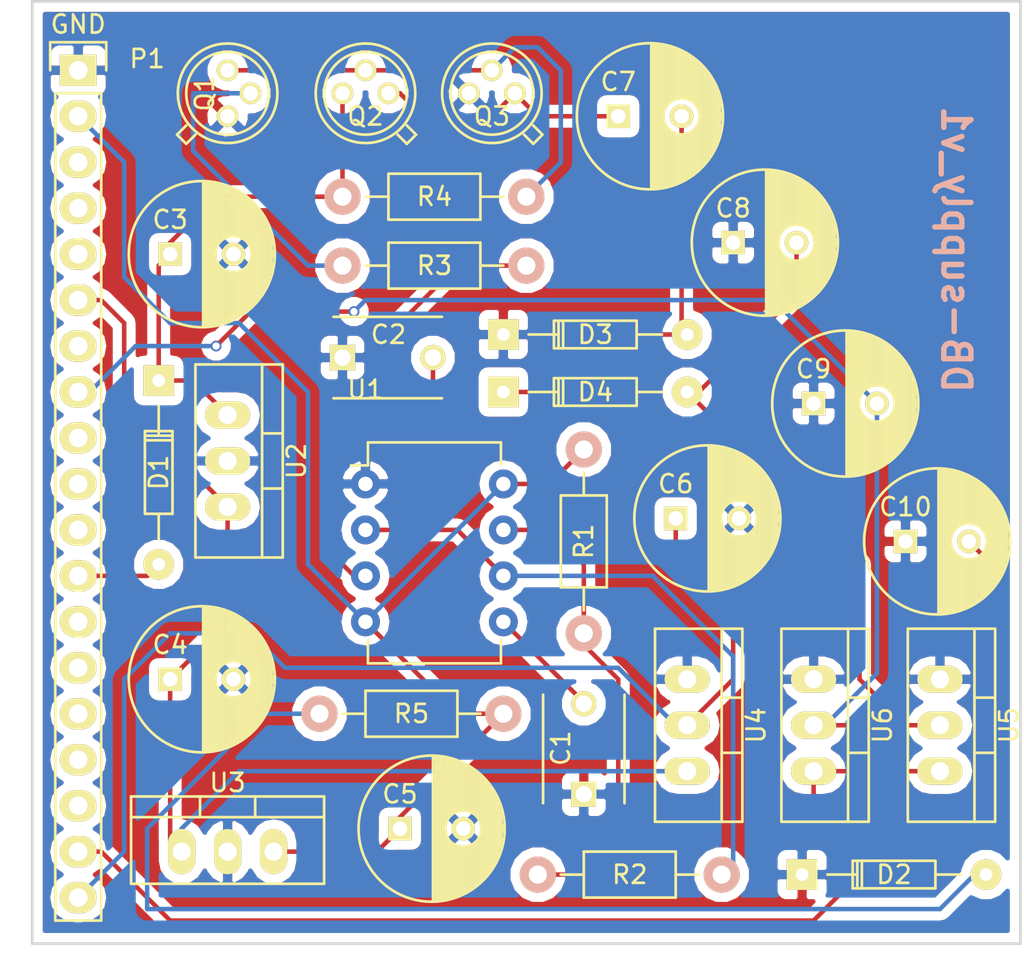
<source format=kicad_pcb>
(kicad_pcb (version 4) (host pcbnew 4.0.4+e1-6308~48~ubuntu16.04.1-stable)

  (general
    (links 59)
    (no_connects 0)
    (area 28.621667 40.564999 85.53 94.42)
    (thickness 1.6)
    (drawings 5)
    (tracks 141)
    (zones 0)
    (modules 29)
    (nets 31)
  )

  (page A4)
  (layers
    (0 F.Cu signal)
    (31 B.Cu signal)
    (32 B.Adhes user)
    (33 F.Adhes user)
    (34 B.Paste user)
    (35 F.Paste user)
    (36 B.SilkS user)
    (37 F.SilkS user)
    (38 B.Mask user)
    (39 F.Mask user)
    (40 Dwgs.User user)
    (41 Cmts.User user)
    (42 Eco1.User user)
    (43 Eco2.User user)
    (44 Edge.Cuts user)
    (45 Margin user)
    (46 B.CrtYd user)
    (47 F.CrtYd user)
    (48 B.Fab user)
    (49 F.Fab user)
  )

  (setup
    (last_trace_width 0.25)
    (trace_clearance 0.2)
    (zone_clearance 0.508)
    (zone_45_only no)
    (trace_min 0.2)
    (segment_width 0.2)
    (edge_width 0.15)
    (via_size 0.6)
    (via_drill 0.4)
    (via_min_size 0.4)
    (via_min_drill 0.3)
    (uvia_size 0.3)
    (uvia_drill 0.1)
    (uvias_allowed no)
    (uvia_min_size 0.2)
    (uvia_min_drill 0.1)
    (pcb_text_width 0.3)
    (pcb_text_size 1.5 1.5)
    (mod_edge_width 0.15)
    (mod_text_size 1 1)
    (mod_text_width 0.15)
    (pad_size 1.524 1.524)
    (pad_drill 0.762)
    (pad_to_mask_clearance 0.2)
    (aux_axis_origin 0 0)
    (visible_elements 7FFFFFFF)
    (pcbplotparams
      (layerselection 0x010fc_80000001)
      (usegerberextensions true)
      (excludeedgelayer true)
      (linewidth 0.100000)
      (plotframeref false)
      (viasonmask false)
      (mode 1)
      (useauxorigin false)
      (hpglpennumber 1)
      (hpglpenspeed 20)
      (hpglpendiameter 15)
      (hpglpenoverlay 2)
      (psnegative false)
      (psa4output false)
      (plotreference true)
      (plotvalue true)
      (plotinvisibletext false)
      (padsonsilk false)
      (subtractmaskfromsilk false)
      (outputformat 1)
      (mirror false)
      (drillshape 0)
      (scaleselection 1)
      (outputdirectory ../gerber/))
  )

  (net 0 "")
  (net 1 GND)
  (net 2 "Net-(C1-Pad2)")
  (net 3 "Net-(C2-Pad2)")
  (net 4 "Net-(C3-Pad1)")
  (net 5 "Net-(C4-Pad1)")
  (net 6 VCC)
  (net 7 "Net-(C6-Pad1)")
  (net 8 "Net-(C7-Pad2)")
  (net 9 "Net-(C7-Pad1)")
  (net 10 "Net-(C8-Pad2)")
  (net 11 "Net-(C9-Pad2)")
  (net 12 "Net-(C10-Pad2)")
  (net 13 "Net-(D1-Pad2)")
  (net 14 "Net-(D2-Pad2)")
  (net 15 "Net-(Q1-Pad2)")
  (net 16 "Net-(Q1-Pad3)")
  (net 17 "Net-(R1-Pad1)")
  (net 18 "Net-(R3-Pad2)")
  (net 19 "Net-(P1-Pad3)")
  (net 20 "Net-(P1-Pad4)")
  (net 21 "Net-(P1-Pad5)")
  (net 22 "Net-(P1-Pad7)")
  (net 23 "Net-(P1-Pad9)")
  (net 24 "Net-(P1-Pad10)")
  (net 25 "Net-(P1-Pad11)")
  (net 26 "Net-(P1-Pad13)")
  (net 27 "Net-(P1-Pad14)")
  (net 28 "Net-(P1-Pad15)")
  (net 29 "Net-(P1-Pad16)")
  (net 30 "Net-(P1-Pad17)")

  (net_class Default "This is the default net class."
    (clearance 0.2)
    (trace_width 0.25)
    (via_dia 0.6)
    (via_drill 0.4)
    (uvia_dia 0.3)
    (uvia_drill 0.1)
    (add_net GND)
    (add_net "Net-(C1-Pad2)")
    (add_net "Net-(C10-Pad2)")
    (add_net "Net-(C2-Pad2)")
    (add_net "Net-(C3-Pad1)")
    (add_net "Net-(C4-Pad1)")
    (add_net "Net-(C6-Pad1)")
    (add_net "Net-(C7-Pad1)")
    (add_net "Net-(C7-Pad2)")
    (add_net "Net-(C8-Pad2)")
    (add_net "Net-(C9-Pad2)")
    (add_net "Net-(D1-Pad2)")
    (add_net "Net-(D2-Pad2)")
    (add_net "Net-(P1-Pad10)")
    (add_net "Net-(P1-Pad11)")
    (add_net "Net-(P1-Pad13)")
    (add_net "Net-(P1-Pad14)")
    (add_net "Net-(P1-Pad15)")
    (add_net "Net-(P1-Pad16)")
    (add_net "Net-(P1-Pad17)")
    (add_net "Net-(P1-Pad3)")
    (add_net "Net-(P1-Pad4)")
    (add_net "Net-(P1-Pad5)")
    (add_net "Net-(P1-Pad7)")
    (add_net "Net-(P1-Pad9)")
    (add_net "Net-(Q1-Pad2)")
    (add_net "Net-(Q1-Pad3)")
    (add_net "Net-(R1-Pad1)")
    (add_net "Net-(R3-Pad2)")
    (add_net VCC)
  )

  (module "Echopen:DIP-8(LM555)" (layer F.Cu) (tedit 584058B8) (tstamp 58416204)
    (at 48.895 67.31)
    (descr "8-lead dip package, row spacing 7.62 mm (300 mils)")
    (tags "dil dip 2.54 300")
    (path /572A0226)
    (attr smd)
    (fp_text reference U1 (at 0 -5.22) (layer F.SilkS)
      (effects (font (size 1 1) (thickness 0.15)))
    )
    (fp_text value LM555N (at 3.81 -3.81) (layer F.Fab)
      (effects (font (size 1 1) (thickness 0.15)))
    )
    (fp_line (start -1.05 -2.45) (end -1.05 10.1) (layer F.CrtYd) (width 0.05))
    (fp_line (start 8.65 -2.45) (end 8.65 10.1) (layer F.CrtYd) (width 0.05))
    (fp_line (start -1.05 -2.45) (end 8.65 -2.45) (layer F.CrtYd) (width 0.05))
    (fp_line (start -1.05 10.1) (end 8.65 10.1) (layer F.CrtYd) (width 0.05))
    (fp_line (start 0.135 -2.295) (end 0.135 -1.025) (layer F.SilkS) (width 0.15))
    (fp_line (start 7.485 -2.295) (end 7.485 -1.025) (layer F.SilkS) (width 0.15))
    (fp_line (start 7.485 9.915) (end 7.485 8.645) (layer F.SilkS) (width 0.15))
    (fp_line (start 0.135 9.915) (end 0.135 8.645) (layer F.SilkS) (width 0.15))
    (fp_line (start 0.135 -2.295) (end 7.485 -2.295) (layer F.SilkS) (width 0.15))
    (fp_line (start 0.135 9.915) (end 7.485 9.915) (layer F.SilkS) (width 0.15))
    (fp_line (start 0.135 -1.025) (end -0.8 -1.025) (layer F.SilkS) (width 0.15))
    (pad 1 thru_hole oval (at 0 0) (size 1.6 1.6) (drill 0.8) (layers *.Cu *.Mask)
      (net 1 GND))
    (pad 2 thru_hole oval (at 0 2.54) (size 1.6 1.6) (drill 0.8) (layers *.Cu *.Mask)
      (net 3 "Net-(C2-Pad2)"))
    (pad 3 thru_hole oval (at 0 5.08) (size 1.6 1.6) (drill 0.8) (layers *.Cu *.Mask)
      (net 18 "Net-(R3-Pad2)"))
    (pad 4 thru_hole oval (at 0 7.62) (size 1.6 1.6) (drill 0.8) (layers *.Cu *.Mask)
      (net 6 VCC))
    (pad 5 thru_hole oval (at 7.62 7.62) (size 1.6 1.6) (drill 0.8) (layers *.Cu *.Mask)
      (net 2 "Net-(C1-Pad2)"))
    (pad 6 thru_hole oval (at 7.62 5.08) (size 1.6 1.6) (drill 0.8) (layers *.Cu *.Mask)
      (net 3 "Net-(C2-Pad2)"))
    (pad 7 thru_hole oval (at 7.62 2.54) (size 1.6 1.6) (drill 0.8) (layers *.Cu *.Mask)
      (net 17 "Net-(R1-Pad1)"))
    (pad 8 thru_hole oval (at 7.62 0) (size 1.6 1.6) (drill 0.8) (layers *.Cu *.Mask)
      (net 6 VCC))
    (model Housings_DIP.3dshapes/DIP-8_W7.62mm.wrl
      (at (xyz 0 0 0))
      (scale (xyz 1 1 1))
      (rotate (xyz 0 0 0))
    )
  )

  (module Echopen:D_TH_common (layer F.Cu) (tedit 580DD903) (tstamp 57B5CB9A)
    (at 37.465 61.595 270)
    (descr "Diode, DO-35,  SOD27, Horizontal, RM 10mm")
    (tags "Diode, DO-35, SOD27, Horizontal, RM 10mm, 1N4148,")
    (path /572A15CB)
    (attr smd)
    (fp_text reference D1 (at 5.08 0 270) (layer F.SilkS)
      (effects (font (size 1 1) (thickness 0.15)))
    )
    (fp_text value 1N4001 (at 5.08 1.27 270) (layer F.Fab)
      (effects (font (size 1 1) (thickness 0.15)))
    )
    (fp_line (start 7.36652 -0.00254) (end 8.76352 -0.00254) (layer F.SilkS) (width 0.15))
    (fp_line (start 2.92152 -0.00254) (end 1.39752 -0.00254) (layer F.SilkS) (width 0.15))
    (fp_line (start 3.30252 -0.76454) (end 3.30252 0.75946) (layer F.SilkS) (width 0.15))
    (fp_line (start 3.04852 -0.76454) (end 3.04852 0.75946) (layer F.SilkS) (width 0.15))
    (fp_line (start 2.79452 -0.00254) (end 2.79452 0.75946) (layer F.SilkS) (width 0.15))
    (fp_line (start 2.79452 0.75946) (end 7.36652 0.75946) (layer F.SilkS) (width 0.15))
    (fp_line (start 7.36652 0.75946) (end 7.36652 -0.76454) (layer F.SilkS) (width 0.15))
    (fp_line (start 7.36652 -0.76454) (end 2.79452 -0.76454) (layer F.SilkS) (width 0.15))
    (fp_line (start 2.79452 -0.76454) (end 2.79452 -0.00254) (layer F.SilkS) (width 0.15))
    (pad 2 thru_hole circle (at 10.16052 -0.00254 90) (size 1.69926 1.69926) (drill 0.70104) (layers *.Cu *.Mask F.SilkS)
      (net 13 "Net-(D1-Pad2)"))
    (pad 1 thru_hole rect (at 0.00052 -0.00254 90) (size 1.69926 1.69926) (drill 0.70104) (layers *.Cu *.Mask F.SilkS)
      (net 4 "Net-(C3-Pad1)"))
    (model Diodes_ThroughHole.3dshapes/Diode_DO-35_SOD27_Horizontal_RM10.wrl
      (at (xyz 0.2 0 0))
      (scale (xyz 0.4 0.4 0.4))
      (rotate (xyz 0 0 180))
    )
  )

  (module Echopen:D_TH_common (layer F.Cu) (tedit 580DD903) (tstamp 57B5CBA0)
    (at 73.025 88.9)
    (descr "Diode, DO-35,  SOD27, Horizontal, RM 10mm")
    (tags "Diode, DO-35, SOD27, Horizontal, RM 10mm, 1N4148,")
    (path /572A253C)
    (attr smd)
    (fp_text reference D2 (at 5.08 0) (layer F.SilkS)
      (effects (font (size 1 1) (thickness 0.15)))
    )
    (fp_text value LED (at 5.08 1.27) (layer F.Fab)
      (effects (font (size 1 1) (thickness 0.15)))
    )
    (fp_line (start 7.36652 -0.00254) (end 8.76352 -0.00254) (layer F.SilkS) (width 0.15))
    (fp_line (start 2.92152 -0.00254) (end 1.39752 -0.00254) (layer F.SilkS) (width 0.15))
    (fp_line (start 3.30252 -0.76454) (end 3.30252 0.75946) (layer F.SilkS) (width 0.15))
    (fp_line (start 3.04852 -0.76454) (end 3.04852 0.75946) (layer F.SilkS) (width 0.15))
    (fp_line (start 2.79452 -0.00254) (end 2.79452 0.75946) (layer F.SilkS) (width 0.15))
    (fp_line (start 2.79452 0.75946) (end 7.36652 0.75946) (layer F.SilkS) (width 0.15))
    (fp_line (start 7.36652 0.75946) (end 7.36652 -0.76454) (layer F.SilkS) (width 0.15))
    (fp_line (start 7.36652 -0.76454) (end 2.79452 -0.76454) (layer F.SilkS) (width 0.15))
    (fp_line (start 2.79452 -0.76454) (end 2.79452 -0.00254) (layer F.SilkS) (width 0.15))
    (pad 2 thru_hole circle (at 10.16052 -0.00254 180) (size 1.69926 1.69926) (drill 0.70104) (layers *.Cu *.Mask F.SilkS)
      (net 14 "Net-(D2-Pad2)"))
    (pad 1 thru_hole rect (at 0.00052 -0.00254 180) (size 1.69926 1.69926) (drill 0.70104) (layers *.Cu *.Mask F.SilkS)
      (net 1 GND))
    (model Diodes_ThroughHole.3dshapes/Diode_DO-35_SOD27_Horizontal_RM10.wrl
      (at (xyz 0.2 0 0))
      (scale (xyz 0.4 0.4 0.4))
      (rotate (xyz 0 0 180))
    )
  )

  (module Echopen:D_TH_common (layer F.Cu) (tedit 580DD903) (tstamp 57B5CBA6)
    (at 56.515 59.055)
    (descr "Diode, DO-35,  SOD27, Horizontal, RM 10mm")
    (tags "Diode, DO-35, SOD27, Horizontal, RM 10mm, 1N4148,")
    (path /572A3EDF)
    (attr smd)
    (fp_text reference D3 (at 5.08 0) (layer F.SilkS)
      (effects (font (size 1 1) (thickness 0.15)))
    )
    (fp_text value 1N4148 (at 5.08 1.27) (layer F.Fab)
      (effects (font (size 1 1) (thickness 0.15)))
    )
    (fp_line (start 7.36652 -0.00254) (end 8.76352 -0.00254) (layer F.SilkS) (width 0.15))
    (fp_line (start 2.92152 -0.00254) (end 1.39752 -0.00254) (layer F.SilkS) (width 0.15))
    (fp_line (start 3.30252 -0.76454) (end 3.30252 0.75946) (layer F.SilkS) (width 0.15))
    (fp_line (start 3.04852 -0.76454) (end 3.04852 0.75946) (layer F.SilkS) (width 0.15))
    (fp_line (start 2.79452 -0.00254) (end 2.79452 0.75946) (layer F.SilkS) (width 0.15))
    (fp_line (start 2.79452 0.75946) (end 7.36652 0.75946) (layer F.SilkS) (width 0.15))
    (fp_line (start 7.36652 0.75946) (end 7.36652 -0.76454) (layer F.SilkS) (width 0.15))
    (fp_line (start 7.36652 -0.76454) (end 2.79452 -0.76454) (layer F.SilkS) (width 0.15))
    (fp_line (start 2.79452 -0.76454) (end 2.79452 -0.00254) (layer F.SilkS) (width 0.15))
    (pad 2 thru_hole circle (at 10.16052 -0.00254 180) (size 1.69926 1.69926) (drill 0.70104) (layers *.Cu *.Mask F.SilkS)
      (net 8 "Net-(C7-Pad2)"))
    (pad 1 thru_hole rect (at 0.00052 -0.00254 180) (size 1.69926 1.69926) (drill 0.70104) (layers *.Cu *.Mask F.SilkS)
      (net 1 GND))
    (model Diodes_ThroughHole.3dshapes/Diode_DO-35_SOD27_Horizontal_RM10.wrl
      (at (xyz 0.2 0 0))
      (scale (xyz 0.4 0.4 0.4))
      (rotate (xyz 0 0 180))
    )
  )

  (module Echopen:D_TH_common (layer F.Cu) (tedit 580DD903) (tstamp 57B5CBAC)
    (at 56.515 62.23)
    (descr "Diode, DO-35,  SOD27, Horizontal, RM 10mm")
    (tags "Diode, DO-35, SOD27, Horizontal, RM 10mm, 1N4148,")
    (path /572A4183)
    (attr smd)
    (fp_text reference D4 (at 5.08 0) (layer F.SilkS)
      (effects (font (size 1 1) (thickness 0.15)))
    )
    (fp_text value 1N4001 (at 5.08 1.27) (layer F.Fab)
      (effects (font (size 1 1) (thickness 0.15)))
    )
    (fp_line (start 7.36652 -0.00254) (end 8.76352 -0.00254) (layer F.SilkS) (width 0.15))
    (fp_line (start 2.92152 -0.00254) (end 1.39752 -0.00254) (layer F.SilkS) (width 0.15))
    (fp_line (start 3.30252 -0.76454) (end 3.30252 0.75946) (layer F.SilkS) (width 0.15))
    (fp_line (start 3.04852 -0.76454) (end 3.04852 0.75946) (layer F.SilkS) (width 0.15))
    (fp_line (start 2.79452 -0.00254) (end 2.79452 0.75946) (layer F.SilkS) (width 0.15))
    (fp_line (start 2.79452 0.75946) (end 7.36652 0.75946) (layer F.SilkS) (width 0.15))
    (fp_line (start 7.36652 0.75946) (end 7.36652 -0.76454) (layer F.SilkS) (width 0.15))
    (fp_line (start 7.36652 -0.76454) (end 2.79452 -0.76454) (layer F.SilkS) (width 0.15))
    (fp_line (start 2.79452 -0.76454) (end 2.79452 -0.00254) (layer F.SilkS) (width 0.15))
    (pad 2 thru_hole circle (at 10.16052 -0.00254 180) (size 1.69926 1.69926) (drill 0.70104) (layers *.Cu *.Mask F.SilkS)
      (net 10 "Net-(C8-Pad2)"))
    (pad 1 thru_hole rect (at 0.00052 -0.00254 180) (size 1.69926 1.69926) (drill 0.70104) (layers *.Cu *.Mask F.SilkS)
      (net 8 "Net-(C7-Pad2)"))
    (model Diodes_ThroughHole.3dshapes/Diode_DO-35_SOD27_Horizontal_RM10.wrl
      (at (xyz 0.2 0 0))
      (scale (xyz 0.4 0.4 0.4))
      (rotate (xyz 0 0 180))
    )
  )

  (module Echopen:CP_TH_common (layer F.Cu) (tedit 580DD8BA) (tstamp 57B5CB6A)
    (at 38.1 54.61)
    (descr "Radial Electrolytic Capacitor Diameter 8mm x Length 11.5mm, Pitch 3.5mm")
    (tags "Electrolytic Capacitor")
    (path /572A164D)
    (attr smd)
    (fp_text reference C3 (at 0 -1.905) (layer F.SilkS)
      (effects (font (size 1 1) (thickness 0.15)))
    )
    (fp_text value 220u (at 1.27 1.905) (layer F.Fab)
      (effects (font (size 1 1) (thickness 0.15)))
    )
    (fp_line (start 1.825 -3.999) (end 1.825 3.999) (layer F.SilkS) (width 0.15))
    (fp_line (start 1.965 -3.994) (end 1.965 3.994) (layer F.SilkS) (width 0.15))
    (fp_line (start 2.105 -3.984) (end 2.105 3.984) (layer F.SilkS) (width 0.15))
    (fp_line (start 2.245 -3.969) (end 2.245 3.969) (layer F.SilkS) (width 0.15))
    (fp_line (start 2.385 -3.949) (end 2.385 3.949) (layer F.SilkS) (width 0.15))
    (fp_line (start 2.525 -3.924) (end 2.525 -0.222) (layer F.SilkS) (width 0.15))
    (fp_line (start 2.525 0.222) (end 2.525 3.924) (layer F.SilkS) (width 0.15))
    (fp_line (start 2.665 -3.894) (end 2.665 -0.55) (layer F.SilkS) (width 0.15))
    (fp_line (start 2.665 0.55) (end 2.665 3.894) (layer F.SilkS) (width 0.15))
    (fp_line (start 2.805 -3.858) (end 2.805 -0.719) (layer F.SilkS) (width 0.15))
    (fp_line (start 2.805 0.719) (end 2.805 3.858) (layer F.SilkS) (width 0.15))
    (fp_line (start 2.945 -3.817) (end 2.945 -0.832) (layer F.SilkS) (width 0.15))
    (fp_line (start 2.945 0.832) (end 2.945 3.817) (layer F.SilkS) (width 0.15))
    (fp_line (start 3.085 -3.771) (end 3.085 -0.91) (layer F.SilkS) (width 0.15))
    (fp_line (start 3.085 0.91) (end 3.085 3.771) (layer F.SilkS) (width 0.15))
    (fp_line (start 3.225 -3.718) (end 3.225 -0.961) (layer F.SilkS) (width 0.15))
    (fp_line (start 3.225 0.961) (end 3.225 3.718) (layer F.SilkS) (width 0.15))
    (fp_line (start 3.365 -3.659) (end 3.365 -0.991) (layer F.SilkS) (width 0.15))
    (fp_line (start 3.365 0.991) (end 3.365 3.659) (layer F.SilkS) (width 0.15))
    (fp_line (start 3.505 -3.594) (end 3.505 -1) (layer F.SilkS) (width 0.15))
    (fp_line (start 3.505 1) (end 3.505 3.594) (layer F.SilkS) (width 0.15))
    (fp_line (start 3.645 -3.523) (end 3.645 -0.989) (layer F.SilkS) (width 0.15))
    (fp_line (start 3.645 0.989) (end 3.645 3.523) (layer F.SilkS) (width 0.15))
    (fp_line (start 3.785 -3.444) (end 3.785 -0.959) (layer F.SilkS) (width 0.15))
    (fp_line (start 3.785 0.959) (end 3.785 3.444) (layer F.SilkS) (width 0.15))
    (fp_line (start 3.925 -3.357) (end 3.925 -0.905) (layer F.SilkS) (width 0.15))
    (fp_line (start 3.925 0.905) (end 3.925 3.357) (layer F.SilkS) (width 0.15))
    (fp_line (start 4.065 -3.262) (end 4.065 -0.825) (layer F.SilkS) (width 0.15))
    (fp_line (start 4.065 0.825) (end 4.065 3.262) (layer F.SilkS) (width 0.15))
    (fp_line (start 4.205 -3.158) (end 4.205 -0.709) (layer F.SilkS) (width 0.15))
    (fp_line (start 4.205 0.709) (end 4.205 3.158) (layer F.SilkS) (width 0.15))
    (fp_line (start 4.345 -3.044) (end 4.345 -0.535) (layer F.SilkS) (width 0.15))
    (fp_line (start 4.345 0.535) (end 4.345 3.044) (layer F.SilkS) (width 0.15))
    (fp_line (start 4.485 -2.919) (end 4.485 -0.173) (layer F.SilkS) (width 0.15))
    (fp_line (start 4.485 0.173) (end 4.485 2.919) (layer F.SilkS) (width 0.15))
    (fp_line (start 4.625 -2.781) (end 4.625 2.781) (layer F.SilkS) (width 0.15))
    (fp_line (start 4.765 -2.629) (end 4.765 2.629) (layer F.SilkS) (width 0.15))
    (fp_line (start 4.905 -2.459) (end 4.905 2.459) (layer F.SilkS) (width 0.15))
    (fp_line (start 5.045 -2.268) (end 5.045 2.268) (layer F.SilkS) (width 0.15))
    (fp_line (start 5.185 -2.05) (end 5.185 2.05) (layer F.SilkS) (width 0.15))
    (fp_line (start 5.325 -1.794) (end 5.325 1.794) (layer F.SilkS) (width 0.15))
    (fp_line (start 5.465 -1.483) (end 5.465 1.483) (layer F.SilkS) (width 0.15))
    (fp_line (start 5.605 -1.067) (end 5.605 1.067) (layer F.SilkS) (width 0.15))
    (fp_line (start 5.745 -0.2) (end 5.745 0.2) (layer F.SilkS) (width 0.15))
    (fp_circle (center 3.5 0) (end 3.5 -1) (layer F.SilkS) (width 0.15))
    (fp_circle (center 1.75 0) (end 1.75 -4.0375) (layer F.SilkS) (width 0.15))
    (fp_circle (center 1.75 0) (end 1.75 -4.3) (layer F.CrtYd) (width 0.05))
    (pad 2 thru_hole circle (at 3.5 0) (size 1.3 1.3) (drill 0.8) (layers *.Cu *.Mask F.SilkS)
      (net 1 GND))
    (pad 1 thru_hole rect (at 0 0) (size 1.3 1.3) (drill 0.8) (layers *.Cu *.Mask F.SilkS)
      (net 4 "Net-(C3-Pad1)"))
    (model Capacitors_ThroughHole.3dshapes/C_Radial_D8_L11.5_P3.5.wrl
      (at (xyz 0 0 0))
      (scale (xyz 1 1 1))
      (rotate (xyz 0 0 0))
    )
  )

  (module Echopen:CP_TH_common (layer F.Cu) (tedit 580DD8BA) (tstamp 57B5CB70)
    (at 38.1 78.105)
    (descr "Radial Electrolytic Capacitor Diameter 8mm x Length 11.5mm, Pitch 3.5mm")
    (tags "Electrolytic Capacitor")
    (path /572A208B)
    (attr smd)
    (fp_text reference C4 (at 0 -1.905) (layer F.SilkS)
      (effects (font (size 1 1) (thickness 0.15)))
    )
    (fp_text value 47u (at 1.27 1.905) (layer F.Fab)
      (effects (font (size 1 1) (thickness 0.15)))
    )
    (fp_line (start 1.825 -3.999) (end 1.825 3.999) (layer F.SilkS) (width 0.15))
    (fp_line (start 1.965 -3.994) (end 1.965 3.994) (layer F.SilkS) (width 0.15))
    (fp_line (start 2.105 -3.984) (end 2.105 3.984) (layer F.SilkS) (width 0.15))
    (fp_line (start 2.245 -3.969) (end 2.245 3.969) (layer F.SilkS) (width 0.15))
    (fp_line (start 2.385 -3.949) (end 2.385 3.949) (layer F.SilkS) (width 0.15))
    (fp_line (start 2.525 -3.924) (end 2.525 -0.222) (layer F.SilkS) (width 0.15))
    (fp_line (start 2.525 0.222) (end 2.525 3.924) (layer F.SilkS) (width 0.15))
    (fp_line (start 2.665 -3.894) (end 2.665 -0.55) (layer F.SilkS) (width 0.15))
    (fp_line (start 2.665 0.55) (end 2.665 3.894) (layer F.SilkS) (width 0.15))
    (fp_line (start 2.805 -3.858) (end 2.805 -0.719) (layer F.SilkS) (width 0.15))
    (fp_line (start 2.805 0.719) (end 2.805 3.858) (layer F.SilkS) (width 0.15))
    (fp_line (start 2.945 -3.817) (end 2.945 -0.832) (layer F.SilkS) (width 0.15))
    (fp_line (start 2.945 0.832) (end 2.945 3.817) (layer F.SilkS) (width 0.15))
    (fp_line (start 3.085 -3.771) (end 3.085 -0.91) (layer F.SilkS) (width 0.15))
    (fp_line (start 3.085 0.91) (end 3.085 3.771) (layer F.SilkS) (width 0.15))
    (fp_line (start 3.225 -3.718) (end 3.225 -0.961) (layer F.SilkS) (width 0.15))
    (fp_line (start 3.225 0.961) (end 3.225 3.718) (layer F.SilkS) (width 0.15))
    (fp_line (start 3.365 -3.659) (end 3.365 -0.991) (layer F.SilkS) (width 0.15))
    (fp_line (start 3.365 0.991) (end 3.365 3.659) (layer F.SilkS) (width 0.15))
    (fp_line (start 3.505 -3.594) (end 3.505 -1) (layer F.SilkS) (width 0.15))
    (fp_line (start 3.505 1) (end 3.505 3.594) (layer F.SilkS) (width 0.15))
    (fp_line (start 3.645 -3.523) (end 3.645 -0.989) (layer F.SilkS) (width 0.15))
    (fp_line (start 3.645 0.989) (end 3.645 3.523) (layer F.SilkS) (width 0.15))
    (fp_line (start 3.785 -3.444) (end 3.785 -0.959) (layer F.SilkS) (width 0.15))
    (fp_line (start 3.785 0.959) (end 3.785 3.444) (layer F.SilkS) (width 0.15))
    (fp_line (start 3.925 -3.357) (end 3.925 -0.905) (layer F.SilkS) (width 0.15))
    (fp_line (start 3.925 0.905) (end 3.925 3.357) (layer F.SilkS) (width 0.15))
    (fp_line (start 4.065 -3.262) (end 4.065 -0.825) (layer F.SilkS) (width 0.15))
    (fp_line (start 4.065 0.825) (end 4.065 3.262) (layer F.SilkS) (width 0.15))
    (fp_line (start 4.205 -3.158) (end 4.205 -0.709) (layer F.SilkS) (width 0.15))
    (fp_line (start 4.205 0.709) (end 4.205 3.158) (layer F.SilkS) (width 0.15))
    (fp_line (start 4.345 -3.044) (end 4.345 -0.535) (layer F.SilkS) (width 0.15))
    (fp_line (start 4.345 0.535) (end 4.345 3.044) (layer F.SilkS) (width 0.15))
    (fp_line (start 4.485 -2.919) (end 4.485 -0.173) (layer F.SilkS) (width 0.15))
    (fp_line (start 4.485 0.173) (end 4.485 2.919) (layer F.SilkS) (width 0.15))
    (fp_line (start 4.625 -2.781) (end 4.625 2.781) (layer F.SilkS) (width 0.15))
    (fp_line (start 4.765 -2.629) (end 4.765 2.629) (layer F.SilkS) (width 0.15))
    (fp_line (start 4.905 -2.459) (end 4.905 2.459) (layer F.SilkS) (width 0.15))
    (fp_line (start 5.045 -2.268) (end 5.045 2.268) (layer F.SilkS) (width 0.15))
    (fp_line (start 5.185 -2.05) (end 5.185 2.05) (layer F.SilkS) (width 0.15))
    (fp_line (start 5.325 -1.794) (end 5.325 1.794) (layer F.SilkS) (width 0.15))
    (fp_line (start 5.465 -1.483) (end 5.465 1.483) (layer F.SilkS) (width 0.15))
    (fp_line (start 5.605 -1.067) (end 5.605 1.067) (layer F.SilkS) (width 0.15))
    (fp_line (start 5.745 -0.2) (end 5.745 0.2) (layer F.SilkS) (width 0.15))
    (fp_circle (center 3.5 0) (end 3.5 -1) (layer F.SilkS) (width 0.15))
    (fp_circle (center 1.75 0) (end 1.75 -4.0375) (layer F.SilkS) (width 0.15))
    (fp_circle (center 1.75 0) (end 1.75 -4.3) (layer F.CrtYd) (width 0.05))
    (pad 2 thru_hole circle (at 3.5 0) (size 1.3 1.3) (drill 0.8) (layers *.Cu *.Mask F.SilkS)
      (net 1 GND))
    (pad 1 thru_hole rect (at 0 0) (size 1.3 1.3) (drill 0.8) (layers *.Cu *.Mask F.SilkS)
      (net 5 "Net-(C4-Pad1)"))
    (model Capacitors_ThroughHole.3dshapes/C_Radial_D8_L11.5_P3.5.wrl
      (at (xyz 0 0 0))
      (scale (xyz 1 1 1))
      (rotate (xyz 0 0 0))
    )
  )

  (module Echopen:CP_TH_common (layer F.Cu) (tedit 580DD8BA) (tstamp 57B5CB76)
    (at 50.8 86.36)
    (descr "Radial Electrolytic Capacitor Diameter 8mm x Length 11.5mm, Pitch 3.5mm")
    (tags "Electrolytic Capacitor")
    (path /572A239F)
    (attr smd)
    (fp_text reference C5 (at 0 -1.905) (layer F.SilkS)
      (effects (font (size 1 1) (thickness 0.15)))
    )
    (fp_text value 47u (at 1.27 1.905) (layer F.Fab)
      (effects (font (size 1 1) (thickness 0.15)))
    )
    (fp_line (start 1.825 -3.999) (end 1.825 3.999) (layer F.SilkS) (width 0.15))
    (fp_line (start 1.965 -3.994) (end 1.965 3.994) (layer F.SilkS) (width 0.15))
    (fp_line (start 2.105 -3.984) (end 2.105 3.984) (layer F.SilkS) (width 0.15))
    (fp_line (start 2.245 -3.969) (end 2.245 3.969) (layer F.SilkS) (width 0.15))
    (fp_line (start 2.385 -3.949) (end 2.385 3.949) (layer F.SilkS) (width 0.15))
    (fp_line (start 2.525 -3.924) (end 2.525 -0.222) (layer F.SilkS) (width 0.15))
    (fp_line (start 2.525 0.222) (end 2.525 3.924) (layer F.SilkS) (width 0.15))
    (fp_line (start 2.665 -3.894) (end 2.665 -0.55) (layer F.SilkS) (width 0.15))
    (fp_line (start 2.665 0.55) (end 2.665 3.894) (layer F.SilkS) (width 0.15))
    (fp_line (start 2.805 -3.858) (end 2.805 -0.719) (layer F.SilkS) (width 0.15))
    (fp_line (start 2.805 0.719) (end 2.805 3.858) (layer F.SilkS) (width 0.15))
    (fp_line (start 2.945 -3.817) (end 2.945 -0.832) (layer F.SilkS) (width 0.15))
    (fp_line (start 2.945 0.832) (end 2.945 3.817) (layer F.SilkS) (width 0.15))
    (fp_line (start 3.085 -3.771) (end 3.085 -0.91) (layer F.SilkS) (width 0.15))
    (fp_line (start 3.085 0.91) (end 3.085 3.771) (layer F.SilkS) (width 0.15))
    (fp_line (start 3.225 -3.718) (end 3.225 -0.961) (layer F.SilkS) (width 0.15))
    (fp_line (start 3.225 0.961) (end 3.225 3.718) (layer F.SilkS) (width 0.15))
    (fp_line (start 3.365 -3.659) (end 3.365 -0.991) (layer F.SilkS) (width 0.15))
    (fp_line (start 3.365 0.991) (end 3.365 3.659) (layer F.SilkS) (width 0.15))
    (fp_line (start 3.505 -3.594) (end 3.505 -1) (layer F.SilkS) (width 0.15))
    (fp_line (start 3.505 1) (end 3.505 3.594) (layer F.SilkS) (width 0.15))
    (fp_line (start 3.645 -3.523) (end 3.645 -0.989) (layer F.SilkS) (width 0.15))
    (fp_line (start 3.645 0.989) (end 3.645 3.523) (layer F.SilkS) (width 0.15))
    (fp_line (start 3.785 -3.444) (end 3.785 -0.959) (layer F.SilkS) (width 0.15))
    (fp_line (start 3.785 0.959) (end 3.785 3.444) (layer F.SilkS) (width 0.15))
    (fp_line (start 3.925 -3.357) (end 3.925 -0.905) (layer F.SilkS) (width 0.15))
    (fp_line (start 3.925 0.905) (end 3.925 3.357) (layer F.SilkS) (width 0.15))
    (fp_line (start 4.065 -3.262) (end 4.065 -0.825) (layer F.SilkS) (width 0.15))
    (fp_line (start 4.065 0.825) (end 4.065 3.262) (layer F.SilkS) (width 0.15))
    (fp_line (start 4.205 -3.158) (end 4.205 -0.709) (layer F.SilkS) (width 0.15))
    (fp_line (start 4.205 0.709) (end 4.205 3.158) (layer F.SilkS) (width 0.15))
    (fp_line (start 4.345 -3.044) (end 4.345 -0.535) (layer F.SilkS) (width 0.15))
    (fp_line (start 4.345 0.535) (end 4.345 3.044) (layer F.SilkS) (width 0.15))
    (fp_line (start 4.485 -2.919) (end 4.485 -0.173) (layer F.SilkS) (width 0.15))
    (fp_line (start 4.485 0.173) (end 4.485 2.919) (layer F.SilkS) (width 0.15))
    (fp_line (start 4.625 -2.781) (end 4.625 2.781) (layer F.SilkS) (width 0.15))
    (fp_line (start 4.765 -2.629) (end 4.765 2.629) (layer F.SilkS) (width 0.15))
    (fp_line (start 4.905 -2.459) (end 4.905 2.459) (layer F.SilkS) (width 0.15))
    (fp_line (start 5.045 -2.268) (end 5.045 2.268) (layer F.SilkS) (width 0.15))
    (fp_line (start 5.185 -2.05) (end 5.185 2.05) (layer F.SilkS) (width 0.15))
    (fp_line (start 5.325 -1.794) (end 5.325 1.794) (layer F.SilkS) (width 0.15))
    (fp_line (start 5.465 -1.483) (end 5.465 1.483) (layer F.SilkS) (width 0.15))
    (fp_line (start 5.605 -1.067) (end 5.605 1.067) (layer F.SilkS) (width 0.15))
    (fp_line (start 5.745 -0.2) (end 5.745 0.2) (layer F.SilkS) (width 0.15))
    (fp_circle (center 3.5 0) (end 3.5 -1) (layer F.SilkS) (width 0.15))
    (fp_circle (center 1.75 0) (end 1.75 -4.0375) (layer F.SilkS) (width 0.15))
    (fp_circle (center 1.75 0) (end 1.75 -4.3) (layer F.CrtYd) (width 0.05))
    (pad 2 thru_hole circle (at 3.5 0) (size 1.3 1.3) (drill 0.8) (layers *.Cu *.Mask F.SilkS)
      (net 1 GND))
    (pad 1 thru_hole rect (at 0 0) (size 1.3 1.3) (drill 0.8) (layers *.Cu *.Mask F.SilkS)
      (net 6 VCC))
    (model Capacitors_ThroughHole.3dshapes/C_Radial_D8_L11.5_P3.5.wrl
      (at (xyz 0 0 0))
      (scale (xyz 1 1 1))
      (rotate (xyz 0 0 0))
    )
  )

  (module Echopen:CP_TH_common (layer F.Cu) (tedit 580DD8BA) (tstamp 57B5CB7C)
    (at 66.04 69.215)
    (descr "Radial Electrolytic Capacitor Diameter 8mm x Length 11.5mm, Pitch 3.5mm")
    (tags "Electrolytic Capacitor")
    (path /57A2E7D0)
    (attr smd)
    (fp_text reference C6 (at 0 -1.905) (layer F.SilkS)
      (effects (font (size 1 1) (thickness 0.15)))
    )
    (fp_text value 47u (at 1.27 1.905) (layer F.Fab)
      (effects (font (size 1 1) (thickness 0.15)))
    )
    (fp_line (start 1.825 -3.999) (end 1.825 3.999) (layer F.SilkS) (width 0.15))
    (fp_line (start 1.965 -3.994) (end 1.965 3.994) (layer F.SilkS) (width 0.15))
    (fp_line (start 2.105 -3.984) (end 2.105 3.984) (layer F.SilkS) (width 0.15))
    (fp_line (start 2.245 -3.969) (end 2.245 3.969) (layer F.SilkS) (width 0.15))
    (fp_line (start 2.385 -3.949) (end 2.385 3.949) (layer F.SilkS) (width 0.15))
    (fp_line (start 2.525 -3.924) (end 2.525 -0.222) (layer F.SilkS) (width 0.15))
    (fp_line (start 2.525 0.222) (end 2.525 3.924) (layer F.SilkS) (width 0.15))
    (fp_line (start 2.665 -3.894) (end 2.665 -0.55) (layer F.SilkS) (width 0.15))
    (fp_line (start 2.665 0.55) (end 2.665 3.894) (layer F.SilkS) (width 0.15))
    (fp_line (start 2.805 -3.858) (end 2.805 -0.719) (layer F.SilkS) (width 0.15))
    (fp_line (start 2.805 0.719) (end 2.805 3.858) (layer F.SilkS) (width 0.15))
    (fp_line (start 2.945 -3.817) (end 2.945 -0.832) (layer F.SilkS) (width 0.15))
    (fp_line (start 2.945 0.832) (end 2.945 3.817) (layer F.SilkS) (width 0.15))
    (fp_line (start 3.085 -3.771) (end 3.085 -0.91) (layer F.SilkS) (width 0.15))
    (fp_line (start 3.085 0.91) (end 3.085 3.771) (layer F.SilkS) (width 0.15))
    (fp_line (start 3.225 -3.718) (end 3.225 -0.961) (layer F.SilkS) (width 0.15))
    (fp_line (start 3.225 0.961) (end 3.225 3.718) (layer F.SilkS) (width 0.15))
    (fp_line (start 3.365 -3.659) (end 3.365 -0.991) (layer F.SilkS) (width 0.15))
    (fp_line (start 3.365 0.991) (end 3.365 3.659) (layer F.SilkS) (width 0.15))
    (fp_line (start 3.505 -3.594) (end 3.505 -1) (layer F.SilkS) (width 0.15))
    (fp_line (start 3.505 1) (end 3.505 3.594) (layer F.SilkS) (width 0.15))
    (fp_line (start 3.645 -3.523) (end 3.645 -0.989) (layer F.SilkS) (width 0.15))
    (fp_line (start 3.645 0.989) (end 3.645 3.523) (layer F.SilkS) (width 0.15))
    (fp_line (start 3.785 -3.444) (end 3.785 -0.959) (layer F.SilkS) (width 0.15))
    (fp_line (start 3.785 0.959) (end 3.785 3.444) (layer F.SilkS) (width 0.15))
    (fp_line (start 3.925 -3.357) (end 3.925 -0.905) (layer F.SilkS) (width 0.15))
    (fp_line (start 3.925 0.905) (end 3.925 3.357) (layer F.SilkS) (width 0.15))
    (fp_line (start 4.065 -3.262) (end 4.065 -0.825) (layer F.SilkS) (width 0.15))
    (fp_line (start 4.065 0.825) (end 4.065 3.262) (layer F.SilkS) (width 0.15))
    (fp_line (start 4.205 -3.158) (end 4.205 -0.709) (layer F.SilkS) (width 0.15))
    (fp_line (start 4.205 0.709) (end 4.205 3.158) (layer F.SilkS) (width 0.15))
    (fp_line (start 4.345 -3.044) (end 4.345 -0.535) (layer F.SilkS) (width 0.15))
    (fp_line (start 4.345 0.535) (end 4.345 3.044) (layer F.SilkS) (width 0.15))
    (fp_line (start 4.485 -2.919) (end 4.485 -0.173) (layer F.SilkS) (width 0.15))
    (fp_line (start 4.485 0.173) (end 4.485 2.919) (layer F.SilkS) (width 0.15))
    (fp_line (start 4.625 -2.781) (end 4.625 2.781) (layer F.SilkS) (width 0.15))
    (fp_line (start 4.765 -2.629) (end 4.765 2.629) (layer F.SilkS) (width 0.15))
    (fp_line (start 4.905 -2.459) (end 4.905 2.459) (layer F.SilkS) (width 0.15))
    (fp_line (start 5.045 -2.268) (end 5.045 2.268) (layer F.SilkS) (width 0.15))
    (fp_line (start 5.185 -2.05) (end 5.185 2.05) (layer F.SilkS) (width 0.15))
    (fp_line (start 5.325 -1.794) (end 5.325 1.794) (layer F.SilkS) (width 0.15))
    (fp_line (start 5.465 -1.483) (end 5.465 1.483) (layer F.SilkS) (width 0.15))
    (fp_line (start 5.605 -1.067) (end 5.605 1.067) (layer F.SilkS) (width 0.15))
    (fp_line (start 5.745 -0.2) (end 5.745 0.2) (layer F.SilkS) (width 0.15))
    (fp_circle (center 3.5 0) (end 3.5 -1) (layer F.SilkS) (width 0.15))
    (fp_circle (center 1.75 0) (end 1.75 -4.0375) (layer F.SilkS) (width 0.15))
    (fp_circle (center 1.75 0) (end 1.75 -4.3) (layer F.CrtYd) (width 0.05))
    (pad 2 thru_hole circle (at 3.5 0) (size 1.3 1.3) (drill 0.8) (layers *.Cu *.Mask F.SilkS)
      (net 1 GND))
    (pad 1 thru_hole rect (at 0 0) (size 1.3 1.3) (drill 0.8) (layers *.Cu *.Mask F.SilkS)
      (net 7 "Net-(C6-Pad1)"))
    (model Capacitors_ThroughHole.3dshapes/C_Radial_D8_L11.5_P3.5.wrl
      (at (xyz 0 0 0))
      (scale (xyz 1 1 1))
      (rotate (xyz 0 0 0))
    )
  )

  (module Echopen:CP_TH_common (layer F.Cu) (tedit 580DD8BA) (tstamp 57B5CB82)
    (at 62.865 46.99)
    (descr "Radial Electrolytic Capacitor Diameter 8mm x Length 11.5mm, Pitch 3.5mm")
    (tags "Electrolytic Capacitor")
    (path /572A3DB6)
    (attr smd)
    (fp_text reference C7 (at 0 -1.905) (layer F.SilkS)
      (effects (font (size 1 1) (thickness 0.15)))
    )
    (fp_text value 47u (at 1.27 1.905) (layer F.Fab)
      (effects (font (size 1 1) (thickness 0.15)))
    )
    (fp_line (start 1.825 -3.999) (end 1.825 3.999) (layer F.SilkS) (width 0.15))
    (fp_line (start 1.965 -3.994) (end 1.965 3.994) (layer F.SilkS) (width 0.15))
    (fp_line (start 2.105 -3.984) (end 2.105 3.984) (layer F.SilkS) (width 0.15))
    (fp_line (start 2.245 -3.969) (end 2.245 3.969) (layer F.SilkS) (width 0.15))
    (fp_line (start 2.385 -3.949) (end 2.385 3.949) (layer F.SilkS) (width 0.15))
    (fp_line (start 2.525 -3.924) (end 2.525 -0.222) (layer F.SilkS) (width 0.15))
    (fp_line (start 2.525 0.222) (end 2.525 3.924) (layer F.SilkS) (width 0.15))
    (fp_line (start 2.665 -3.894) (end 2.665 -0.55) (layer F.SilkS) (width 0.15))
    (fp_line (start 2.665 0.55) (end 2.665 3.894) (layer F.SilkS) (width 0.15))
    (fp_line (start 2.805 -3.858) (end 2.805 -0.719) (layer F.SilkS) (width 0.15))
    (fp_line (start 2.805 0.719) (end 2.805 3.858) (layer F.SilkS) (width 0.15))
    (fp_line (start 2.945 -3.817) (end 2.945 -0.832) (layer F.SilkS) (width 0.15))
    (fp_line (start 2.945 0.832) (end 2.945 3.817) (layer F.SilkS) (width 0.15))
    (fp_line (start 3.085 -3.771) (end 3.085 -0.91) (layer F.SilkS) (width 0.15))
    (fp_line (start 3.085 0.91) (end 3.085 3.771) (layer F.SilkS) (width 0.15))
    (fp_line (start 3.225 -3.718) (end 3.225 -0.961) (layer F.SilkS) (width 0.15))
    (fp_line (start 3.225 0.961) (end 3.225 3.718) (layer F.SilkS) (width 0.15))
    (fp_line (start 3.365 -3.659) (end 3.365 -0.991) (layer F.SilkS) (width 0.15))
    (fp_line (start 3.365 0.991) (end 3.365 3.659) (layer F.SilkS) (width 0.15))
    (fp_line (start 3.505 -3.594) (end 3.505 -1) (layer F.SilkS) (width 0.15))
    (fp_line (start 3.505 1) (end 3.505 3.594) (layer F.SilkS) (width 0.15))
    (fp_line (start 3.645 -3.523) (end 3.645 -0.989) (layer F.SilkS) (width 0.15))
    (fp_line (start 3.645 0.989) (end 3.645 3.523) (layer F.SilkS) (width 0.15))
    (fp_line (start 3.785 -3.444) (end 3.785 -0.959) (layer F.SilkS) (width 0.15))
    (fp_line (start 3.785 0.959) (end 3.785 3.444) (layer F.SilkS) (width 0.15))
    (fp_line (start 3.925 -3.357) (end 3.925 -0.905) (layer F.SilkS) (width 0.15))
    (fp_line (start 3.925 0.905) (end 3.925 3.357) (layer F.SilkS) (width 0.15))
    (fp_line (start 4.065 -3.262) (end 4.065 -0.825) (layer F.SilkS) (width 0.15))
    (fp_line (start 4.065 0.825) (end 4.065 3.262) (layer F.SilkS) (width 0.15))
    (fp_line (start 4.205 -3.158) (end 4.205 -0.709) (layer F.SilkS) (width 0.15))
    (fp_line (start 4.205 0.709) (end 4.205 3.158) (layer F.SilkS) (width 0.15))
    (fp_line (start 4.345 -3.044) (end 4.345 -0.535) (layer F.SilkS) (width 0.15))
    (fp_line (start 4.345 0.535) (end 4.345 3.044) (layer F.SilkS) (width 0.15))
    (fp_line (start 4.485 -2.919) (end 4.485 -0.173) (layer F.SilkS) (width 0.15))
    (fp_line (start 4.485 0.173) (end 4.485 2.919) (layer F.SilkS) (width 0.15))
    (fp_line (start 4.625 -2.781) (end 4.625 2.781) (layer F.SilkS) (width 0.15))
    (fp_line (start 4.765 -2.629) (end 4.765 2.629) (layer F.SilkS) (width 0.15))
    (fp_line (start 4.905 -2.459) (end 4.905 2.459) (layer F.SilkS) (width 0.15))
    (fp_line (start 5.045 -2.268) (end 5.045 2.268) (layer F.SilkS) (width 0.15))
    (fp_line (start 5.185 -2.05) (end 5.185 2.05) (layer F.SilkS) (width 0.15))
    (fp_line (start 5.325 -1.794) (end 5.325 1.794) (layer F.SilkS) (width 0.15))
    (fp_line (start 5.465 -1.483) (end 5.465 1.483) (layer F.SilkS) (width 0.15))
    (fp_line (start 5.605 -1.067) (end 5.605 1.067) (layer F.SilkS) (width 0.15))
    (fp_line (start 5.745 -0.2) (end 5.745 0.2) (layer F.SilkS) (width 0.15))
    (fp_circle (center 3.5 0) (end 3.5 -1) (layer F.SilkS) (width 0.15))
    (fp_circle (center 1.75 0) (end 1.75 -4.0375) (layer F.SilkS) (width 0.15))
    (fp_circle (center 1.75 0) (end 1.75 -4.3) (layer F.CrtYd) (width 0.05))
    (pad 2 thru_hole circle (at 3.5 0) (size 1.3 1.3) (drill 0.8) (layers *.Cu *.Mask F.SilkS)
      (net 8 "Net-(C7-Pad2)"))
    (pad 1 thru_hole rect (at 0 0) (size 1.3 1.3) (drill 0.8) (layers *.Cu *.Mask F.SilkS)
      (net 9 "Net-(C7-Pad1)"))
    (model Capacitors_ThroughHole.3dshapes/C_Radial_D8_L11.5_P3.5.wrl
      (at (xyz 0 0 0))
      (scale (xyz 1 1 1))
      (rotate (xyz 0 0 0))
    )
  )

  (module Echopen:CP_TH_common (layer F.Cu) (tedit 580DD8BA) (tstamp 57B5CB88)
    (at 69.215 53.975)
    (descr "Radial Electrolytic Capacitor Diameter 8mm x Length 11.5mm, Pitch 3.5mm")
    (tags "Electrolytic Capacitor")
    (path /572A41F8)
    (attr smd)
    (fp_text reference C8 (at 0 -1.905) (layer F.SilkS)
      (effects (font (size 1 1) (thickness 0.15)))
    )
    (fp_text value 47u (at 1.27 1.905) (layer F.Fab)
      (effects (font (size 1 1) (thickness 0.15)))
    )
    (fp_line (start 1.825 -3.999) (end 1.825 3.999) (layer F.SilkS) (width 0.15))
    (fp_line (start 1.965 -3.994) (end 1.965 3.994) (layer F.SilkS) (width 0.15))
    (fp_line (start 2.105 -3.984) (end 2.105 3.984) (layer F.SilkS) (width 0.15))
    (fp_line (start 2.245 -3.969) (end 2.245 3.969) (layer F.SilkS) (width 0.15))
    (fp_line (start 2.385 -3.949) (end 2.385 3.949) (layer F.SilkS) (width 0.15))
    (fp_line (start 2.525 -3.924) (end 2.525 -0.222) (layer F.SilkS) (width 0.15))
    (fp_line (start 2.525 0.222) (end 2.525 3.924) (layer F.SilkS) (width 0.15))
    (fp_line (start 2.665 -3.894) (end 2.665 -0.55) (layer F.SilkS) (width 0.15))
    (fp_line (start 2.665 0.55) (end 2.665 3.894) (layer F.SilkS) (width 0.15))
    (fp_line (start 2.805 -3.858) (end 2.805 -0.719) (layer F.SilkS) (width 0.15))
    (fp_line (start 2.805 0.719) (end 2.805 3.858) (layer F.SilkS) (width 0.15))
    (fp_line (start 2.945 -3.817) (end 2.945 -0.832) (layer F.SilkS) (width 0.15))
    (fp_line (start 2.945 0.832) (end 2.945 3.817) (layer F.SilkS) (width 0.15))
    (fp_line (start 3.085 -3.771) (end 3.085 -0.91) (layer F.SilkS) (width 0.15))
    (fp_line (start 3.085 0.91) (end 3.085 3.771) (layer F.SilkS) (width 0.15))
    (fp_line (start 3.225 -3.718) (end 3.225 -0.961) (layer F.SilkS) (width 0.15))
    (fp_line (start 3.225 0.961) (end 3.225 3.718) (layer F.SilkS) (width 0.15))
    (fp_line (start 3.365 -3.659) (end 3.365 -0.991) (layer F.SilkS) (width 0.15))
    (fp_line (start 3.365 0.991) (end 3.365 3.659) (layer F.SilkS) (width 0.15))
    (fp_line (start 3.505 -3.594) (end 3.505 -1) (layer F.SilkS) (width 0.15))
    (fp_line (start 3.505 1) (end 3.505 3.594) (layer F.SilkS) (width 0.15))
    (fp_line (start 3.645 -3.523) (end 3.645 -0.989) (layer F.SilkS) (width 0.15))
    (fp_line (start 3.645 0.989) (end 3.645 3.523) (layer F.SilkS) (width 0.15))
    (fp_line (start 3.785 -3.444) (end 3.785 -0.959) (layer F.SilkS) (width 0.15))
    (fp_line (start 3.785 0.959) (end 3.785 3.444) (layer F.SilkS) (width 0.15))
    (fp_line (start 3.925 -3.357) (end 3.925 -0.905) (layer F.SilkS) (width 0.15))
    (fp_line (start 3.925 0.905) (end 3.925 3.357) (layer F.SilkS) (width 0.15))
    (fp_line (start 4.065 -3.262) (end 4.065 -0.825) (layer F.SilkS) (width 0.15))
    (fp_line (start 4.065 0.825) (end 4.065 3.262) (layer F.SilkS) (width 0.15))
    (fp_line (start 4.205 -3.158) (end 4.205 -0.709) (layer F.SilkS) (width 0.15))
    (fp_line (start 4.205 0.709) (end 4.205 3.158) (layer F.SilkS) (width 0.15))
    (fp_line (start 4.345 -3.044) (end 4.345 -0.535) (layer F.SilkS) (width 0.15))
    (fp_line (start 4.345 0.535) (end 4.345 3.044) (layer F.SilkS) (width 0.15))
    (fp_line (start 4.485 -2.919) (end 4.485 -0.173) (layer F.SilkS) (width 0.15))
    (fp_line (start 4.485 0.173) (end 4.485 2.919) (layer F.SilkS) (width 0.15))
    (fp_line (start 4.625 -2.781) (end 4.625 2.781) (layer F.SilkS) (width 0.15))
    (fp_line (start 4.765 -2.629) (end 4.765 2.629) (layer F.SilkS) (width 0.15))
    (fp_line (start 4.905 -2.459) (end 4.905 2.459) (layer F.SilkS) (width 0.15))
    (fp_line (start 5.045 -2.268) (end 5.045 2.268) (layer F.SilkS) (width 0.15))
    (fp_line (start 5.185 -2.05) (end 5.185 2.05) (layer F.SilkS) (width 0.15))
    (fp_line (start 5.325 -1.794) (end 5.325 1.794) (layer F.SilkS) (width 0.15))
    (fp_line (start 5.465 -1.483) (end 5.465 1.483) (layer F.SilkS) (width 0.15))
    (fp_line (start 5.605 -1.067) (end 5.605 1.067) (layer F.SilkS) (width 0.15))
    (fp_line (start 5.745 -0.2) (end 5.745 0.2) (layer F.SilkS) (width 0.15))
    (fp_circle (center 3.5 0) (end 3.5 -1) (layer F.SilkS) (width 0.15))
    (fp_circle (center 1.75 0) (end 1.75 -4.0375) (layer F.SilkS) (width 0.15))
    (fp_circle (center 1.75 0) (end 1.75 -4.3) (layer F.CrtYd) (width 0.05))
    (pad 2 thru_hole circle (at 3.5 0) (size 1.3 1.3) (drill 0.8) (layers *.Cu *.Mask F.SilkS)
      (net 10 "Net-(C8-Pad2)"))
    (pad 1 thru_hole rect (at 0 0) (size 1.3 1.3) (drill 0.8) (layers *.Cu *.Mask F.SilkS)
      (net 1 GND))
    (model Capacitors_ThroughHole.3dshapes/C_Radial_D8_L11.5_P3.5.wrl
      (at (xyz 0 0 0))
      (scale (xyz 1 1 1))
      (rotate (xyz 0 0 0))
    )
  )

  (module Echopen:CP_TH_common (layer F.Cu) (tedit 580DD8BA) (tstamp 57B5CB8E)
    (at 73.66 62.865)
    (descr "Radial Electrolytic Capacitor Diameter 8mm x Length 11.5mm, Pitch 3.5mm")
    (tags "Electrolytic Capacitor")
    (path /572A43A2)
    (attr smd)
    (fp_text reference C9 (at 0 -1.905) (layer F.SilkS)
      (effects (font (size 1 1) (thickness 0.15)))
    )
    (fp_text value 47u (at 1.27 1.905) (layer F.Fab)
      (effects (font (size 1 1) (thickness 0.15)))
    )
    (fp_line (start 1.825 -3.999) (end 1.825 3.999) (layer F.SilkS) (width 0.15))
    (fp_line (start 1.965 -3.994) (end 1.965 3.994) (layer F.SilkS) (width 0.15))
    (fp_line (start 2.105 -3.984) (end 2.105 3.984) (layer F.SilkS) (width 0.15))
    (fp_line (start 2.245 -3.969) (end 2.245 3.969) (layer F.SilkS) (width 0.15))
    (fp_line (start 2.385 -3.949) (end 2.385 3.949) (layer F.SilkS) (width 0.15))
    (fp_line (start 2.525 -3.924) (end 2.525 -0.222) (layer F.SilkS) (width 0.15))
    (fp_line (start 2.525 0.222) (end 2.525 3.924) (layer F.SilkS) (width 0.15))
    (fp_line (start 2.665 -3.894) (end 2.665 -0.55) (layer F.SilkS) (width 0.15))
    (fp_line (start 2.665 0.55) (end 2.665 3.894) (layer F.SilkS) (width 0.15))
    (fp_line (start 2.805 -3.858) (end 2.805 -0.719) (layer F.SilkS) (width 0.15))
    (fp_line (start 2.805 0.719) (end 2.805 3.858) (layer F.SilkS) (width 0.15))
    (fp_line (start 2.945 -3.817) (end 2.945 -0.832) (layer F.SilkS) (width 0.15))
    (fp_line (start 2.945 0.832) (end 2.945 3.817) (layer F.SilkS) (width 0.15))
    (fp_line (start 3.085 -3.771) (end 3.085 -0.91) (layer F.SilkS) (width 0.15))
    (fp_line (start 3.085 0.91) (end 3.085 3.771) (layer F.SilkS) (width 0.15))
    (fp_line (start 3.225 -3.718) (end 3.225 -0.961) (layer F.SilkS) (width 0.15))
    (fp_line (start 3.225 0.961) (end 3.225 3.718) (layer F.SilkS) (width 0.15))
    (fp_line (start 3.365 -3.659) (end 3.365 -0.991) (layer F.SilkS) (width 0.15))
    (fp_line (start 3.365 0.991) (end 3.365 3.659) (layer F.SilkS) (width 0.15))
    (fp_line (start 3.505 -3.594) (end 3.505 -1) (layer F.SilkS) (width 0.15))
    (fp_line (start 3.505 1) (end 3.505 3.594) (layer F.SilkS) (width 0.15))
    (fp_line (start 3.645 -3.523) (end 3.645 -0.989) (layer F.SilkS) (width 0.15))
    (fp_line (start 3.645 0.989) (end 3.645 3.523) (layer F.SilkS) (width 0.15))
    (fp_line (start 3.785 -3.444) (end 3.785 -0.959) (layer F.SilkS) (width 0.15))
    (fp_line (start 3.785 0.959) (end 3.785 3.444) (layer F.SilkS) (width 0.15))
    (fp_line (start 3.925 -3.357) (end 3.925 -0.905) (layer F.SilkS) (width 0.15))
    (fp_line (start 3.925 0.905) (end 3.925 3.357) (layer F.SilkS) (width 0.15))
    (fp_line (start 4.065 -3.262) (end 4.065 -0.825) (layer F.SilkS) (width 0.15))
    (fp_line (start 4.065 0.825) (end 4.065 3.262) (layer F.SilkS) (width 0.15))
    (fp_line (start 4.205 -3.158) (end 4.205 -0.709) (layer F.SilkS) (width 0.15))
    (fp_line (start 4.205 0.709) (end 4.205 3.158) (layer F.SilkS) (width 0.15))
    (fp_line (start 4.345 -3.044) (end 4.345 -0.535) (layer F.SilkS) (width 0.15))
    (fp_line (start 4.345 0.535) (end 4.345 3.044) (layer F.SilkS) (width 0.15))
    (fp_line (start 4.485 -2.919) (end 4.485 -0.173) (layer F.SilkS) (width 0.15))
    (fp_line (start 4.485 0.173) (end 4.485 2.919) (layer F.SilkS) (width 0.15))
    (fp_line (start 4.625 -2.781) (end 4.625 2.781) (layer F.SilkS) (width 0.15))
    (fp_line (start 4.765 -2.629) (end 4.765 2.629) (layer F.SilkS) (width 0.15))
    (fp_line (start 4.905 -2.459) (end 4.905 2.459) (layer F.SilkS) (width 0.15))
    (fp_line (start 5.045 -2.268) (end 5.045 2.268) (layer F.SilkS) (width 0.15))
    (fp_line (start 5.185 -2.05) (end 5.185 2.05) (layer F.SilkS) (width 0.15))
    (fp_line (start 5.325 -1.794) (end 5.325 1.794) (layer F.SilkS) (width 0.15))
    (fp_line (start 5.465 -1.483) (end 5.465 1.483) (layer F.SilkS) (width 0.15))
    (fp_line (start 5.605 -1.067) (end 5.605 1.067) (layer F.SilkS) (width 0.15))
    (fp_line (start 5.745 -0.2) (end 5.745 0.2) (layer F.SilkS) (width 0.15))
    (fp_circle (center 3.5 0) (end 3.5 -1) (layer F.SilkS) (width 0.15))
    (fp_circle (center 1.75 0) (end 1.75 -4.0375) (layer F.SilkS) (width 0.15))
    (fp_circle (center 1.75 0) (end 1.75 -4.3) (layer F.CrtYd) (width 0.05))
    (pad 2 thru_hole circle (at 3.5 0) (size 1.3 1.3) (drill 0.8) (layers *.Cu *.Mask F.SilkS)
      (net 11 "Net-(C9-Pad2)"))
    (pad 1 thru_hole rect (at 0 0) (size 1.3 1.3) (drill 0.8) (layers *.Cu *.Mask F.SilkS)
      (net 1 GND))
    (model Capacitors_ThroughHole.3dshapes/C_Radial_D8_L11.5_P3.5.wrl
      (at (xyz 0 0 0))
      (scale (xyz 1 1 1))
      (rotate (xyz 0 0 0))
    )
  )

  (module Echopen:CP_TH_common (layer F.Cu) (tedit 580DD8BA) (tstamp 57B5CB94)
    (at 78.74 70.485)
    (descr "Radial Electrolytic Capacitor Diameter 8mm x Length 11.5mm, Pitch 3.5mm")
    (tags "Electrolytic Capacitor")
    (path /575A1244)
    (attr smd)
    (fp_text reference C10 (at 0 -1.905) (layer F.SilkS)
      (effects (font (size 1 1) (thickness 0.15)))
    )
    (fp_text value 47u (at 1.27 1.905) (layer F.Fab)
      (effects (font (size 1 1) (thickness 0.15)))
    )
    (fp_line (start 1.825 -3.999) (end 1.825 3.999) (layer F.SilkS) (width 0.15))
    (fp_line (start 1.965 -3.994) (end 1.965 3.994) (layer F.SilkS) (width 0.15))
    (fp_line (start 2.105 -3.984) (end 2.105 3.984) (layer F.SilkS) (width 0.15))
    (fp_line (start 2.245 -3.969) (end 2.245 3.969) (layer F.SilkS) (width 0.15))
    (fp_line (start 2.385 -3.949) (end 2.385 3.949) (layer F.SilkS) (width 0.15))
    (fp_line (start 2.525 -3.924) (end 2.525 -0.222) (layer F.SilkS) (width 0.15))
    (fp_line (start 2.525 0.222) (end 2.525 3.924) (layer F.SilkS) (width 0.15))
    (fp_line (start 2.665 -3.894) (end 2.665 -0.55) (layer F.SilkS) (width 0.15))
    (fp_line (start 2.665 0.55) (end 2.665 3.894) (layer F.SilkS) (width 0.15))
    (fp_line (start 2.805 -3.858) (end 2.805 -0.719) (layer F.SilkS) (width 0.15))
    (fp_line (start 2.805 0.719) (end 2.805 3.858) (layer F.SilkS) (width 0.15))
    (fp_line (start 2.945 -3.817) (end 2.945 -0.832) (layer F.SilkS) (width 0.15))
    (fp_line (start 2.945 0.832) (end 2.945 3.817) (layer F.SilkS) (width 0.15))
    (fp_line (start 3.085 -3.771) (end 3.085 -0.91) (layer F.SilkS) (width 0.15))
    (fp_line (start 3.085 0.91) (end 3.085 3.771) (layer F.SilkS) (width 0.15))
    (fp_line (start 3.225 -3.718) (end 3.225 -0.961) (layer F.SilkS) (width 0.15))
    (fp_line (start 3.225 0.961) (end 3.225 3.718) (layer F.SilkS) (width 0.15))
    (fp_line (start 3.365 -3.659) (end 3.365 -0.991) (layer F.SilkS) (width 0.15))
    (fp_line (start 3.365 0.991) (end 3.365 3.659) (layer F.SilkS) (width 0.15))
    (fp_line (start 3.505 -3.594) (end 3.505 -1) (layer F.SilkS) (width 0.15))
    (fp_line (start 3.505 1) (end 3.505 3.594) (layer F.SilkS) (width 0.15))
    (fp_line (start 3.645 -3.523) (end 3.645 -0.989) (layer F.SilkS) (width 0.15))
    (fp_line (start 3.645 0.989) (end 3.645 3.523) (layer F.SilkS) (width 0.15))
    (fp_line (start 3.785 -3.444) (end 3.785 -0.959) (layer F.SilkS) (width 0.15))
    (fp_line (start 3.785 0.959) (end 3.785 3.444) (layer F.SilkS) (width 0.15))
    (fp_line (start 3.925 -3.357) (end 3.925 -0.905) (layer F.SilkS) (width 0.15))
    (fp_line (start 3.925 0.905) (end 3.925 3.357) (layer F.SilkS) (width 0.15))
    (fp_line (start 4.065 -3.262) (end 4.065 -0.825) (layer F.SilkS) (width 0.15))
    (fp_line (start 4.065 0.825) (end 4.065 3.262) (layer F.SilkS) (width 0.15))
    (fp_line (start 4.205 -3.158) (end 4.205 -0.709) (layer F.SilkS) (width 0.15))
    (fp_line (start 4.205 0.709) (end 4.205 3.158) (layer F.SilkS) (width 0.15))
    (fp_line (start 4.345 -3.044) (end 4.345 -0.535) (layer F.SilkS) (width 0.15))
    (fp_line (start 4.345 0.535) (end 4.345 3.044) (layer F.SilkS) (width 0.15))
    (fp_line (start 4.485 -2.919) (end 4.485 -0.173) (layer F.SilkS) (width 0.15))
    (fp_line (start 4.485 0.173) (end 4.485 2.919) (layer F.SilkS) (width 0.15))
    (fp_line (start 4.625 -2.781) (end 4.625 2.781) (layer F.SilkS) (width 0.15))
    (fp_line (start 4.765 -2.629) (end 4.765 2.629) (layer F.SilkS) (width 0.15))
    (fp_line (start 4.905 -2.459) (end 4.905 2.459) (layer F.SilkS) (width 0.15))
    (fp_line (start 5.045 -2.268) (end 5.045 2.268) (layer F.SilkS) (width 0.15))
    (fp_line (start 5.185 -2.05) (end 5.185 2.05) (layer F.SilkS) (width 0.15))
    (fp_line (start 5.325 -1.794) (end 5.325 1.794) (layer F.SilkS) (width 0.15))
    (fp_line (start 5.465 -1.483) (end 5.465 1.483) (layer F.SilkS) (width 0.15))
    (fp_line (start 5.605 -1.067) (end 5.605 1.067) (layer F.SilkS) (width 0.15))
    (fp_line (start 5.745 -0.2) (end 5.745 0.2) (layer F.SilkS) (width 0.15))
    (fp_circle (center 3.5 0) (end 3.5 -1) (layer F.SilkS) (width 0.15))
    (fp_circle (center 1.75 0) (end 1.75 -4.0375) (layer F.SilkS) (width 0.15))
    (fp_circle (center 1.75 0) (end 1.75 -4.3) (layer F.CrtYd) (width 0.05))
    (pad 2 thru_hole circle (at 3.5 0) (size 1.3 1.3) (drill 0.8) (layers *.Cu *.Mask F.SilkS)
      (net 12 "Net-(C10-Pad2)"))
    (pad 1 thru_hole rect (at 0 0) (size 1.3 1.3) (drill 0.8) (layers *.Cu *.Mask F.SilkS)
      (net 1 GND))
    (model Capacitors_ThroughHole.3dshapes/C_Radial_D8_L11.5_P3.5.wrl
      (at (xyz 0 0 0))
      (scale (xyz 1 1 1))
      (rotate (xyz 0 0 0))
    )
  )

  (module Echopen:Resistor_TH_common (layer F.Cu) (tedit 580DD939) (tstamp 57B5CBF5)
    (at 60.96 75.565 90)
    (descr "Resistor, Axial,  RM 10mm, 1/3W")
    (tags "Resistor Axial RM 10mm 1/3W")
    (path /572A0AD9)
    (attr smd)
    (fp_text reference R1 (at 5.08 0 90) (layer F.SilkS)
      (effects (font (size 1 1) (thickness 0.15)))
    )
    (fp_text value 2.2k (at 5.08 1.905 90) (layer F.Fab)
      (effects (font (size 1 1) (thickness 0.15)))
    )
    (fp_line (start -1.25 -1.5) (end 11.4 -1.5) (layer F.CrtYd) (width 0.05))
    (fp_line (start -1.25 1.5) (end -1.25 -1.5) (layer F.CrtYd) (width 0.05))
    (fp_line (start 11.4 -1.5) (end 11.4 1.5) (layer F.CrtYd) (width 0.05))
    (fp_line (start -1.25 1.5) (end 11.4 1.5) (layer F.CrtYd) (width 0.05))
    (fp_line (start 2.54 -1.27) (end 7.62 -1.27) (layer F.SilkS) (width 0.15))
    (fp_line (start 7.62 -1.27) (end 7.62 1.27) (layer F.SilkS) (width 0.15))
    (fp_line (start 7.62 1.27) (end 2.54 1.27) (layer F.SilkS) (width 0.15))
    (fp_line (start 2.54 1.27) (end 2.54 -1.27) (layer F.SilkS) (width 0.15))
    (fp_line (start 2.54 0) (end 1.27 0) (layer F.SilkS) (width 0.15))
    (fp_line (start 7.62 0) (end 8.89 0) (layer F.SilkS) (width 0.15))
    (pad 1 thru_hole circle (at 0 0 90) (size 1.99898 1.99898) (drill 1.00076) (layers *.Cu *.SilkS *.Mask)
      (net 17 "Net-(R1-Pad1)"))
    (pad 2 thru_hole circle (at 10.16 0 90) (size 1.99898 1.99898) (drill 1.00076) (layers *.Cu *.SilkS *.Mask)
      (net 6 VCC))
    (model Resistors_ThroughHole.3dshapes/Resistor_Horizontal_RM10mm.wrl
      (at (xyz 0.2 0 0))
      (scale (xyz 0.4 0.4 0.4))
      (rotate (xyz 0 0 0))
    )
  )

  (module Echopen:Resistor_TH_common (layer F.Cu) (tedit 580DD939) (tstamp 57B5CBFB)
    (at 58.42 88.9)
    (descr "Resistor, Axial,  RM 10mm, 1/3W")
    (tags "Resistor Axial RM 10mm 1/3W")
    (path /572A061B)
    (attr smd)
    (fp_text reference R2 (at 5.08 0) (layer F.SilkS)
      (effects (font (size 1 1) (thickness 0.15)))
    )
    (fp_text value 12k (at 5.08 1.905) (layer F.Fab)
      (effects (font (size 1 1) (thickness 0.15)))
    )
    (fp_line (start -1.25 -1.5) (end 11.4 -1.5) (layer F.CrtYd) (width 0.05))
    (fp_line (start -1.25 1.5) (end -1.25 -1.5) (layer F.CrtYd) (width 0.05))
    (fp_line (start 11.4 -1.5) (end 11.4 1.5) (layer F.CrtYd) (width 0.05))
    (fp_line (start -1.25 1.5) (end 11.4 1.5) (layer F.CrtYd) (width 0.05))
    (fp_line (start 2.54 -1.27) (end 7.62 -1.27) (layer F.SilkS) (width 0.15))
    (fp_line (start 7.62 -1.27) (end 7.62 1.27) (layer F.SilkS) (width 0.15))
    (fp_line (start 7.62 1.27) (end 2.54 1.27) (layer F.SilkS) (width 0.15))
    (fp_line (start 2.54 1.27) (end 2.54 -1.27) (layer F.SilkS) (width 0.15))
    (fp_line (start 2.54 0) (end 1.27 0) (layer F.SilkS) (width 0.15))
    (fp_line (start 7.62 0) (end 8.89 0) (layer F.SilkS) (width 0.15))
    (pad 1 thru_hole circle (at 0 0) (size 1.99898 1.99898) (drill 1.00076) (layers *.Cu *.SilkS *.Mask)
      (net 17 "Net-(R1-Pad1)"))
    (pad 2 thru_hole circle (at 10.16 0) (size 1.99898 1.99898) (drill 1.00076) (layers *.Cu *.SilkS *.Mask)
      (net 3 "Net-(C2-Pad2)"))
    (model Resistors_ThroughHole.3dshapes/Resistor_Horizontal_RM10mm.wrl
      (at (xyz 0.2 0 0))
      (scale (xyz 0.4 0.4 0.4))
      (rotate (xyz 0 0 0))
    )
  )

  (module Echopen:Resistor_TH_common (layer F.Cu) (tedit 580DD939) (tstamp 57B5CC01)
    (at 47.625 55.245)
    (descr "Resistor, Axial,  RM 10mm, 1/3W")
    (tags "Resistor Axial RM 10mm 1/3W")
    (path /572A487D)
    (attr smd)
    (fp_text reference R3 (at 5.08 0) (layer F.SilkS)
      (effects (font (size 1 1) (thickness 0.15)))
    )
    (fp_text value 3.3k (at 5.08 1.905) (layer F.Fab)
      (effects (font (size 1 1) (thickness 0.15)))
    )
    (fp_line (start -1.25 -1.5) (end 11.4 -1.5) (layer F.CrtYd) (width 0.05))
    (fp_line (start -1.25 1.5) (end -1.25 -1.5) (layer F.CrtYd) (width 0.05))
    (fp_line (start 11.4 -1.5) (end 11.4 1.5) (layer F.CrtYd) (width 0.05))
    (fp_line (start -1.25 1.5) (end 11.4 1.5) (layer F.CrtYd) (width 0.05))
    (fp_line (start 2.54 -1.27) (end 7.62 -1.27) (layer F.SilkS) (width 0.15))
    (fp_line (start 7.62 -1.27) (end 7.62 1.27) (layer F.SilkS) (width 0.15))
    (fp_line (start 7.62 1.27) (end 2.54 1.27) (layer F.SilkS) (width 0.15))
    (fp_line (start 2.54 1.27) (end 2.54 -1.27) (layer F.SilkS) (width 0.15))
    (fp_line (start 2.54 0) (end 1.27 0) (layer F.SilkS) (width 0.15))
    (fp_line (start 7.62 0) (end 8.89 0) (layer F.SilkS) (width 0.15))
    (pad 1 thru_hole circle (at 0 0) (size 1.99898 1.99898) (drill 1.00076) (layers *.Cu *.SilkS *.Mask)
      (net 15 "Net-(Q1-Pad2)"))
    (pad 2 thru_hole circle (at 10.16 0) (size 1.99898 1.99898) (drill 1.00076) (layers *.Cu *.SilkS *.Mask)
      (net 18 "Net-(R3-Pad2)"))
    (model Resistors_ThroughHole.3dshapes/Resistor_Horizontal_RM10mm.wrl
      (at (xyz 0.2 0 0))
      (scale (xyz 0.4 0.4 0.4))
      (rotate (xyz 0 0 0))
    )
  )

  (module Echopen:Resistor_TH_common (layer F.Cu) (tedit 580DD939) (tstamp 57B5CC07)
    (at 47.625 51.435)
    (descr "Resistor, Axial,  RM 10mm, 1/3W")
    (tags "Resistor Axial RM 10mm 1/3W")
    (path /572A39CF)
    (attr smd)
    (fp_text reference R4 (at 5.08 0) (layer F.SilkS)
      (effects (font (size 1 1) (thickness 0.15)))
    )
    (fp_text value 1.8k (at 5.08 1.905) (layer F.Fab)
      (effects (font (size 1 1) (thickness 0.15)))
    )
    (fp_line (start -1.25 -1.5) (end 11.4 -1.5) (layer F.CrtYd) (width 0.05))
    (fp_line (start -1.25 1.5) (end -1.25 -1.5) (layer F.CrtYd) (width 0.05))
    (fp_line (start 11.4 -1.5) (end 11.4 1.5) (layer F.CrtYd) (width 0.05))
    (fp_line (start -1.25 1.5) (end 11.4 1.5) (layer F.CrtYd) (width 0.05))
    (fp_line (start 2.54 -1.27) (end 7.62 -1.27) (layer F.SilkS) (width 0.15))
    (fp_line (start 7.62 -1.27) (end 7.62 1.27) (layer F.SilkS) (width 0.15))
    (fp_line (start 7.62 1.27) (end 2.54 1.27) (layer F.SilkS) (width 0.15))
    (fp_line (start 2.54 1.27) (end 2.54 -1.27) (layer F.SilkS) (width 0.15))
    (fp_line (start 2.54 0) (end 1.27 0) (layer F.SilkS) (width 0.15))
    (fp_line (start 7.62 0) (end 8.89 0) (layer F.SilkS) (width 0.15))
    (pad 1 thru_hole circle (at 0 0) (size 1.99898 1.99898) (drill 1.00076) (layers *.Cu *.SilkS *.Mask)
      (net 4 "Net-(C3-Pad1)"))
    (pad 2 thru_hole circle (at 10.16 0) (size 1.99898 1.99898) (drill 1.00076) (layers *.Cu *.SilkS *.Mask)
      (net 16 "Net-(Q1-Pad3)"))
    (model Resistors_ThroughHole.3dshapes/Resistor_Horizontal_RM10mm.wrl
      (at (xyz 0.2 0 0))
      (scale (xyz 0.4 0.4 0.4))
      (rotate (xyz 0 0 0))
    )
  )

  (module Echopen:Resistor_TH_common (layer F.Cu) (tedit 580DD939) (tstamp 57B5CC0D)
    (at 46.355 80.01)
    (descr "Resistor, Axial,  RM 10mm, 1/3W")
    (tags "Resistor Axial RM 10mm 1/3W")
    (path /572A2406)
    (attr smd)
    (fp_text reference R5 (at 5.08 0) (layer F.SilkS)
      (effects (font (size 1 1) (thickness 0.15)))
    )
    (fp_text value 270 (at 5.08 1.905) (layer F.Fab)
      (effects (font (size 1 1) (thickness 0.15)))
    )
    (fp_line (start -1.25 -1.5) (end 11.4 -1.5) (layer F.CrtYd) (width 0.05))
    (fp_line (start -1.25 1.5) (end -1.25 -1.5) (layer F.CrtYd) (width 0.05))
    (fp_line (start 11.4 -1.5) (end 11.4 1.5) (layer F.CrtYd) (width 0.05))
    (fp_line (start -1.25 1.5) (end 11.4 1.5) (layer F.CrtYd) (width 0.05))
    (fp_line (start 2.54 -1.27) (end 7.62 -1.27) (layer F.SilkS) (width 0.15))
    (fp_line (start 7.62 -1.27) (end 7.62 1.27) (layer F.SilkS) (width 0.15))
    (fp_line (start 7.62 1.27) (end 2.54 1.27) (layer F.SilkS) (width 0.15))
    (fp_line (start 2.54 1.27) (end 2.54 -1.27) (layer F.SilkS) (width 0.15))
    (fp_line (start 2.54 0) (end 1.27 0) (layer F.SilkS) (width 0.15))
    (fp_line (start 7.62 0) (end 8.89 0) (layer F.SilkS) (width 0.15))
    (pad 1 thru_hole circle (at 0 0) (size 1.99898 1.99898) (drill 1.00076) (layers *.Cu *.SilkS *.Mask)
      (net 14 "Net-(D2-Pad2)"))
    (pad 2 thru_hole circle (at 10.16 0) (size 1.99898 1.99898) (drill 1.00076) (layers *.Cu *.SilkS *.Mask)
      (net 6 VCC))
    (model Resistors_ThroughHole.3dshapes/Resistor_Horizontal_RM10mm.wrl
      (at (xyz 0.2 0 0))
      (scale (xyz 0.4 0.4 0.4))
      (rotate (xyz 0 0 0))
    )
  )

  (module Echopen:TO-18_TH_common (layer F.Cu) (tedit 580DD979) (tstamp 57B5CBE1)
    (at 41.275 45.72 270)
    (descr "TO-18, 3Pin,")
    (tags "TO-18, 3Pin,")
    (path /57B5DA31)
    (attr smd)
    (fp_text reference Q1 (at 0 1.27 270) (layer F.SilkS)
      (effects (font (size 1 1) (thickness 0.15)))
    )
    (fp_text value 2N2222 (at 0 3.175 270) (layer F.Fab)
      (effects (font (size 1 1) (thickness 0.15)))
    )
    (fp_line (start 2.794 2.286) (end 2.286 1.778) (layer F.SilkS) (width 0.15))
    (fp_line (start 1.778 2.286) (end 2.286 2.794) (layer F.SilkS) (width 0.15))
    (fp_line (start 2.286 2.794) (end 2.794 2.286) (layer F.SilkS) (width 0.15))
    (fp_circle (center 0 0) (end 2.286 0) (layer F.SilkS) (width 0.15))
    (fp_circle (center 0 0) (end 2.75 0) (layer F.SilkS) (width 0.15))
    (pad 1 thru_hole circle (at 1.27 0 270) (size 1.2 1.2) (drill 0.8) (layers *.Cu *.Mask F.SilkS)
      (net 1 GND))
    (pad 2 thru_hole circle (at 0 -1.27 270) (size 1.2 1.2) (drill 0.8) (layers *.Cu *.Mask F.SilkS)
      (net 15 "Net-(Q1-Pad2)"))
    (pad 3 thru_hole circle (at -1.27 0 270) (size 1.2 1.2) (drill 0.8) (layers *.Cu *.Mask F.SilkS)
      (net 16 "Net-(Q1-Pad3)"))
    (model TO_SOT_Packages_THT.3dshapes/TO-18_3Pin.wrl
      (at (xyz 0 0 0))
      (scale (xyz 0.3937 0.3937 0.3937))
      (rotate (xyz 0 0 0))
    )
  )

  (module Echopen:TO-18_TH_common (layer F.Cu) (tedit 580DD979) (tstamp 57B5CBE8)
    (at 48.895 45.72)
    (descr "TO-18, 3Pin,")
    (tags "TO-18, 3Pin,")
    (path /57B5DAA6)
    (attr smd)
    (fp_text reference Q2 (at 0 1.27) (layer F.SilkS)
      (effects (font (size 1 1) (thickness 0.15)))
    )
    (fp_text value 2N2222 (at 0 3.175) (layer F.Fab)
      (effects (font (size 1 1) (thickness 0.15)))
    )
    (fp_line (start 2.794 2.286) (end 2.286 1.778) (layer F.SilkS) (width 0.15))
    (fp_line (start 1.778 2.286) (end 2.286 2.794) (layer F.SilkS) (width 0.15))
    (fp_line (start 2.286 2.794) (end 2.794 2.286) (layer F.SilkS) (width 0.15))
    (fp_circle (center 0 0) (end 2.286 0) (layer F.SilkS) (width 0.15))
    (fp_circle (center 0 0) (end 2.75 0) (layer F.SilkS) (width 0.15))
    (pad 1 thru_hole circle (at 1.27 0) (size 1.2 1.2) (drill 0.8) (layers *.Cu *.Mask F.SilkS)
      (net 9 "Net-(C7-Pad1)"))
    (pad 2 thru_hole circle (at 0 -1.27) (size 1.2 1.2) (drill 0.8) (layers *.Cu *.Mask F.SilkS)
      (net 16 "Net-(Q1-Pad3)"))
    (pad 3 thru_hole circle (at -1.27 0) (size 1.2 1.2) (drill 0.8) (layers *.Cu *.Mask F.SilkS)
      (net 4 "Net-(C3-Pad1)"))
    (model TO_SOT_Packages_THT.3dshapes/TO-18_3Pin.wrl
      (at (xyz 0 0 0))
      (scale (xyz 0.3937 0.3937 0.3937))
      (rotate (xyz 0 0 0))
    )
  )

  (module Echopen:TO-18_TH_common (layer F.Cu) (tedit 580DD979) (tstamp 57B5CBEF)
    (at 55.88 45.72)
    (descr "TO-18, 3Pin,")
    (tags "TO-18, 3Pin,")
    (path /57B5DB1D)
    (attr smd)
    (fp_text reference Q3 (at 0 1.27) (layer F.SilkS)
      (effects (font (size 1 1) (thickness 0.15)))
    )
    (fp_text value 2N2907 (at 0 3.175) (layer F.Fab)
      (effects (font (size 1 1) (thickness 0.15)))
    )
    (fp_line (start 2.794 2.286) (end 2.286 1.778) (layer F.SilkS) (width 0.15))
    (fp_line (start 1.778 2.286) (end 2.286 2.794) (layer F.SilkS) (width 0.15))
    (fp_line (start 2.286 2.794) (end 2.794 2.286) (layer F.SilkS) (width 0.15))
    (fp_circle (center 0 0) (end 2.286 0) (layer F.SilkS) (width 0.15))
    (fp_circle (center 0 0) (end 2.75 0) (layer F.SilkS) (width 0.15))
    (pad 1 thru_hole circle (at 1.27 0) (size 1.2 1.2) (drill 0.8) (layers *.Cu *.Mask F.SilkS)
      (net 9 "Net-(C7-Pad1)"))
    (pad 2 thru_hole circle (at 0 -1.27) (size 1.2 1.2) (drill 0.8) (layers *.Cu *.Mask F.SilkS)
      (net 16 "Net-(Q1-Pad3)"))
    (pad 3 thru_hole circle (at -1.27 0) (size 1.2 1.2) (drill 0.8) (layers *.Cu *.Mask F.SilkS)
      (net 1 GND))
    (model TO_SOT_Packages_THT.3dshapes/TO-18_3Pin.wrl
      (at (xyz 0 0 0))
      (scale (xyz 0.3937 0.3937 0.3937))
      (rotate (xyz 0 0 0))
    )
  )

  (module Echopen:Header_pin_angled_1x19 (layer F.Cu) (tedit 580DDAA9) (tstamp 57BDBE50)
    (at 33.02 67.31)
    (descr "Through hole socket strip")
    (tags "socket strip")
    (path /57A1CA2F)
    (attr smd)
    (fp_text reference P1 (at 3.81 -23.495) (layer F.SilkS)
      (effects (font (size 1 1) (thickness 0.15)))
    )
    (fp_text value CONN_01X19 (at 0.635 26.035) (layer F.Fab)
      (effects (font (size 1 1) (thickness 0.15)))
    )
    (fp_text user GND (at 0 -25.4) (layer F.SilkS)
      (effects (font (size 1 1) (thickness 0.15)))
    )
    (fp_line (start 1.75 -24.61) (end -1.75 -24.61) (layer F.CrtYd) (width 0.05))
    (fp_line (start 1.75 24.64) (end -1.75 24.64) (layer F.CrtYd) (width 0.05))
    (fp_line (start 1.75 -24.61) (end 1.75 24.64) (layer F.CrtYd) (width 0.05))
    (fp_line (start -1.75 -24.61) (end -1.75 24.64) (layer F.CrtYd) (width 0.05))
    (fp_line (start -1.27 -21.59) (end -1.27 24.13) (layer F.SilkS) (width 0.15))
    (fp_line (start -1.27 24.13) (end 1.27 24.13) (layer F.SilkS) (width 0.15))
    (fp_line (start 1.27 24.13) (end 1.27 -21.59) (layer F.SilkS) (width 0.15))
    (fp_line (start -1.55 -24.41) (end -1.55 -22.86) (layer F.SilkS) (width 0.15))
    (fp_line (start -1.27 -21.59) (end 1.27 -21.59) (layer F.SilkS) (width 0.15))
    (fp_line (start 1.55 -22.86) (end 1.55 -24.41) (layer F.SilkS) (width 0.15))
    (fp_line (start 1.55 -24.41) (end -1.55 -24.41) (layer F.SilkS) (width 0.15))
    (pad 1 thru_hole rect (at 0 -22.86 270) (size 1.7272 2.032) (drill 1.016) (layers *.Cu *.Mask F.SilkS)
      (net 1 GND))
    (pad 2 thru_hole oval (at 0 -20.32 270) (size 1.7272 2.032) (drill 1.016) (layers *.Cu *.Mask F.SilkS)
      (net 6 VCC))
    (pad 3 thru_hole oval (at 0 -17.78 270) (size 1.7272 2.032) (drill 1.016) (layers *.Cu *.Mask F.SilkS)
      (net 19 "Net-(P1-Pad3)"))
    (pad 4 thru_hole oval (at 0 -15.24 270) (size 1.7272 2.032) (drill 1.016) (layers *.Cu *.Mask F.SilkS)
      (net 20 "Net-(P1-Pad4)"))
    (pad 5 thru_hole oval (at 0 -12.7 270) (size 1.7272 2.032) (drill 1.016) (layers *.Cu *.Mask F.SilkS)
      (net 21 "Net-(P1-Pad5)"))
    (pad 6 thru_hole oval (at 0 -10.16 270) (size 1.7272 2.032) (drill 1.016) (layers *.Cu *.Mask F.SilkS)
      (net 5 "Net-(C4-Pad1)"))
    (pad 7 thru_hole oval (at 0 -7.62 270) (size 1.7272 2.032) (drill 1.016) (layers *.Cu *.Mask F.SilkS)
      (net 22 "Net-(P1-Pad7)"))
    (pad 8 thru_hole oval (at 0 -5.08 270) (size 1.7272 2.032) (drill 1.016) (layers *.Cu *.Mask F.SilkS)
      (net 11 "Net-(C9-Pad2)"))
    (pad 9 thru_hole oval (at 0 -2.54 270) (size 1.7272 2.032) (drill 1.016) (layers *.Cu *.Mask F.SilkS)
      (net 23 "Net-(P1-Pad9)"))
    (pad 10 thru_hole oval (at 0 0 270) (size 1.7272 2.032) (drill 1.016) (layers *.Cu *.Mask F.SilkS)
      (net 24 "Net-(P1-Pad10)"))
    (pad 11 thru_hole oval (at 0 2.54 270) (size 1.7272 2.032) (drill 1.016) (layers *.Cu *.Mask F.SilkS)
      (net 25 "Net-(P1-Pad11)"))
    (pad 12 thru_hole oval (at 0 5.08 270) (size 1.7272 2.032) (drill 1.016) (layers *.Cu *.Mask F.SilkS)
      (net 13 "Net-(D1-Pad2)"))
    (pad 13 thru_hole oval (at 0 7.62 270) (size 1.7272 2.032) (drill 1.016) (layers *.Cu *.Mask F.SilkS)
      (net 26 "Net-(P1-Pad13)"))
    (pad 14 thru_hole oval (at 0 10.16 270) (size 1.7272 2.032) (drill 1.016) (layers *.Cu *.Mask F.SilkS)
      (net 27 "Net-(P1-Pad14)"))
    (pad 15 thru_hole oval (at 0 12.7 270) (size 1.7272 2.032) (drill 1.016) (layers *.Cu *.Mask F.SilkS)
      (net 28 "Net-(P1-Pad15)"))
    (pad 16 thru_hole oval (at 0 15.24 270) (size 1.7272 2.032) (drill 1.016) (layers *.Cu *.Mask F.SilkS)
      (net 29 "Net-(P1-Pad16)"))
    (pad 17 thru_hole oval (at 0 17.78 270) (size 1.7272 2.032) (drill 1.016) (layers *.Cu *.Mask F.SilkS)
      (net 30 "Net-(P1-Pad17)"))
    (pad 18 thru_hole oval (at 0 20.32 270) (size 1.7272 2.032) (drill 1.016) (layers *.Cu *.Mask F.SilkS)
      (net 12 "Net-(C10-Pad2)"))
    (pad 19 thru_hole oval (at 0 22.86 270) (size 1.7272 2.032) (drill 1.016) (layers *.Cu *.Mask F.SilkS)
      (net 7 "Net-(C6-Pad1)"))
    (model Pin_Headers.3dshapes/Pin_Header_Angled_1x19.wrl
      (at (xyz 0 0 0))
      (scale (xyz 1 1 1))
      (rotate (xyz 0 0 -90))
    )
  )

  (module Echopen:TO-220_TH_common (layer F.Cu) (tedit 57B5C1DB) (tstamp 57B5CC3C)
    (at 73.66 80.645 270)
    (descr "TO-220, Neutral, Vertical,")
    (tags "TO-220, Neutral, Vertical,")
    (path /57B5EEB8)
    (attr smd)
    (fp_text reference U6 (at 0 -3.81 270) (layer F.SilkS)
      (effects (font (size 1 1) (thickness 0.15)))
    )
    (fp_text value LM2990T-5.0/NOPB (at 0 2.54 270) (layer F.Fab)
      (effects (font (size 1 1) (thickness 0.15)))
    )
    (fp_line (start -1.524 -3.048) (end -1.524 -1.905) (layer F.SilkS) (width 0.15))
    (fp_line (start 1.524 -3.048) (end 1.524 -1.905) (layer F.SilkS) (width 0.15))
    (fp_line (start 5.334 -1.905) (end 5.334 1.778) (layer F.SilkS) (width 0.15))
    (fp_line (start 5.334 1.778) (end -5.334 1.778) (layer F.SilkS) (width 0.15))
    (fp_line (start -5.334 1.778) (end -5.334 -1.905) (layer F.SilkS) (width 0.15))
    (fp_line (start 5.334 -3.048) (end 5.334 -1.905) (layer F.SilkS) (width 0.15))
    (fp_line (start 5.334 -1.905) (end -5.334 -1.905) (layer F.SilkS) (width 0.15))
    (fp_line (start -5.334 -1.905) (end -5.334 -3.048) (layer F.SilkS) (width 0.15))
    (fp_line (start 0 -3.048) (end -5.334 -3.048) (layer F.SilkS) (width 0.15))
    (fp_line (start 0 -3.048) (end 5.334 -3.048) (layer F.SilkS) (width 0.15))
    (pad 2 thru_hole oval (at 0 0) (size 2.49936 1.50114) (drill 1.00076) (layers *.Cu *.Mask F.SilkS)
      (net 11 "Net-(C9-Pad2)"))
    (pad 1 thru_hole oval (at -2.54 0) (size 2.49936 1.50114) (drill 1.00076) (layers *.Cu *.Mask F.SilkS)
      (net 1 GND))
    (pad 3 thru_hole oval (at 2.54 0) (size 2.49936 1.50114) (drill 1.00076) (layers *.Cu *.Mask F.SilkS)
      (net 12 "Net-(C10-Pad2)"))
    (model TO_SOT_Packages_THT.3dshapes/TO-220_Neutral123_Vertical.wrl
      (at (xyz 0 0 0))
      (scale (xyz 0.3937 0.3937 0.3937))
      (rotate (xyz 0 0 0))
    )
  )

  (module Echopen:TO-220_TH_common (layer F.Cu) (tedit 57B5C1DB) (tstamp 57B5CC35)
    (at 80.645 80.645 270)
    (descr "TO-220, Neutral, Vertical,")
    (tags "TO-220, Neutral, Vertical,")
    (path /57B5EE41)
    (attr smd)
    (fp_text reference U5 (at 0 -3.81 270) (layer F.SilkS)
      (effects (font (size 1 1) (thickness 0.15)))
    )
    (fp_text value LM2990T-12.0/NOPB (at 0 2.54 270) (layer F.Fab)
      (effects (font (size 1 1) (thickness 0.15)))
    )
    (fp_line (start -1.524 -3.048) (end -1.524 -1.905) (layer F.SilkS) (width 0.15))
    (fp_line (start 1.524 -3.048) (end 1.524 -1.905) (layer F.SilkS) (width 0.15))
    (fp_line (start 5.334 -1.905) (end 5.334 1.778) (layer F.SilkS) (width 0.15))
    (fp_line (start 5.334 1.778) (end -5.334 1.778) (layer F.SilkS) (width 0.15))
    (fp_line (start -5.334 1.778) (end -5.334 -1.905) (layer F.SilkS) (width 0.15))
    (fp_line (start 5.334 -3.048) (end 5.334 -1.905) (layer F.SilkS) (width 0.15))
    (fp_line (start 5.334 -1.905) (end -5.334 -1.905) (layer F.SilkS) (width 0.15))
    (fp_line (start -5.334 -1.905) (end -5.334 -3.048) (layer F.SilkS) (width 0.15))
    (fp_line (start 0 -3.048) (end -5.334 -3.048) (layer F.SilkS) (width 0.15))
    (fp_line (start 0 -3.048) (end 5.334 -3.048) (layer F.SilkS) (width 0.15))
    (pad 2 thru_hole oval (at 0 0) (size 2.49936 1.50114) (drill 1.00076) (layers *.Cu *.Mask F.SilkS)
      (net 10 "Net-(C8-Pad2)"))
    (pad 1 thru_hole oval (at -2.54 0) (size 2.49936 1.50114) (drill 1.00076) (layers *.Cu *.Mask F.SilkS)
      (net 1 GND))
    (pad 3 thru_hole oval (at 2.54 0) (size 2.49936 1.50114) (drill 1.00076) (layers *.Cu *.Mask F.SilkS)
      (net 11 "Net-(C9-Pad2)"))
    (model TO_SOT_Packages_THT.3dshapes/TO-220_Neutral123_Vertical.wrl
      (at (xyz 0 0 0))
      (scale (xyz 0.3937 0.3937 0.3937))
      (rotate (xyz 0 0 0))
    )
  )

  (module Echopen:TO-220_TH_common (layer F.Cu) (tedit 57B5C1DB) (tstamp 57B5CC2E)
    (at 66.675 80.645 270)
    (descr "TO-220, Neutral, Vertical,")
    (tags "TO-220, Neutral, Vertical,")
    (path /57B5D506)
    (attr smd)
    (fp_text reference U4 (at 0 -3.81 270) (layer F.SilkS)
      (effects (font (size 1 1) (thickness 0.15)))
    )
    (fp_text value LM1117T-3.3/NOPB (at 0 2.54 270) (layer F.Fab)
      (effects (font (size 1 1) (thickness 0.15)))
    )
    (fp_line (start -1.524 -3.048) (end -1.524 -1.905) (layer F.SilkS) (width 0.15))
    (fp_line (start 1.524 -3.048) (end 1.524 -1.905) (layer F.SilkS) (width 0.15))
    (fp_line (start 5.334 -1.905) (end 5.334 1.778) (layer F.SilkS) (width 0.15))
    (fp_line (start 5.334 1.778) (end -5.334 1.778) (layer F.SilkS) (width 0.15))
    (fp_line (start -5.334 1.778) (end -5.334 -1.905) (layer F.SilkS) (width 0.15))
    (fp_line (start 5.334 -3.048) (end 5.334 -1.905) (layer F.SilkS) (width 0.15))
    (fp_line (start 5.334 -1.905) (end -5.334 -1.905) (layer F.SilkS) (width 0.15))
    (fp_line (start -5.334 -1.905) (end -5.334 -3.048) (layer F.SilkS) (width 0.15))
    (fp_line (start 0 -3.048) (end -5.334 -3.048) (layer F.SilkS) (width 0.15))
    (fp_line (start 0 -3.048) (end 5.334 -3.048) (layer F.SilkS) (width 0.15))
    (pad 2 thru_hole oval (at 0 0) (size 2.49936 1.50114) (drill 1.00076) (layers *.Cu *.Mask F.SilkS)
      (net 7 "Net-(C6-Pad1)"))
    (pad 1 thru_hole oval (at -2.54 0) (size 2.49936 1.50114) (drill 1.00076) (layers *.Cu *.Mask F.SilkS)
      (net 1 GND))
    (pad 3 thru_hole oval (at 2.54 0) (size 2.49936 1.50114) (drill 1.00076) (layers *.Cu *.Mask F.SilkS)
      (net 5 "Net-(C4-Pad1)"))
    (model TO_SOT_Packages_THT.3dshapes/TO-220_Neutral123_Vertical.wrl
      (at (xyz 0 0 0))
      (scale (xyz 0.3937 0.3937 0.3937))
      (rotate (xyz 0 0 0))
    )
  )

  (module Echopen:TO-220_TH_common (layer F.Cu) (tedit 57B5C1DB) (tstamp 57B5CC27)
    (at 41.275 87.63)
    (descr "TO-220, Neutral, Vertical,")
    (tags "TO-220, Neutral, Vertical,")
    (path /57B5D493)
    (attr smd)
    (fp_text reference U3 (at 0 -3.81) (layer F.SilkS)
      (effects (font (size 1 1) (thickness 0.15)))
    )
    (fp_text value LM2940T-5.0/NOPB (at 0 2.54) (layer F.Fab)
      (effects (font (size 1 1) (thickness 0.15)))
    )
    (fp_line (start -1.524 -3.048) (end -1.524 -1.905) (layer F.SilkS) (width 0.15))
    (fp_line (start 1.524 -3.048) (end 1.524 -1.905) (layer F.SilkS) (width 0.15))
    (fp_line (start 5.334 -1.905) (end 5.334 1.778) (layer F.SilkS) (width 0.15))
    (fp_line (start 5.334 1.778) (end -5.334 1.778) (layer F.SilkS) (width 0.15))
    (fp_line (start -5.334 1.778) (end -5.334 -1.905) (layer F.SilkS) (width 0.15))
    (fp_line (start 5.334 -3.048) (end 5.334 -1.905) (layer F.SilkS) (width 0.15))
    (fp_line (start 5.334 -1.905) (end -5.334 -1.905) (layer F.SilkS) (width 0.15))
    (fp_line (start -5.334 -1.905) (end -5.334 -3.048) (layer F.SilkS) (width 0.15))
    (fp_line (start 0 -3.048) (end -5.334 -3.048) (layer F.SilkS) (width 0.15))
    (fp_line (start 0 -3.048) (end 5.334 -3.048) (layer F.SilkS) (width 0.15))
    (pad 2 thru_hole oval (at 0 0 90) (size 2.49936 1.50114) (drill 1.00076) (layers *.Cu *.Mask F.SilkS)
      (net 1 GND))
    (pad 1 thru_hole oval (at -2.54 0 90) (size 2.49936 1.50114) (drill 1.00076) (layers *.Cu *.Mask F.SilkS)
      (net 5 "Net-(C4-Pad1)"))
    (pad 3 thru_hole oval (at 2.54 0 90) (size 2.49936 1.50114) (drill 1.00076) (layers *.Cu *.Mask F.SilkS)
      (net 6 VCC))
    (model TO_SOT_Packages_THT.3dshapes/TO-220_Neutral123_Vertical.wrl
      (at (xyz 0 0 0))
      (scale (xyz 0.3937 0.3937 0.3937))
      (rotate (xyz 0 0 0))
    )
  )

  (module Echopen:TO-220_TH_common (layer F.Cu) (tedit 57B5C1DB) (tstamp 57B5CC20)
    (at 41.275 66.04 270)
    (descr "TO-220, Neutral, Vertical,")
    (tags "TO-220, Neutral, Vertical,")
    (path /57B5D420)
    (attr smd)
    (fp_text reference U2 (at 0 -3.81 270) (layer F.SilkS)
      (effects (font (size 1 1) (thickness 0.15)))
    )
    (fp_text value LM2940T-12.0/NOPB (at 0 2.54 270) (layer F.Fab)
      (effects (font (size 1 1) (thickness 0.15)))
    )
    (fp_line (start -1.524 -3.048) (end -1.524 -1.905) (layer F.SilkS) (width 0.15))
    (fp_line (start 1.524 -3.048) (end 1.524 -1.905) (layer F.SilkS) (width 0.15))
    (fp_line (start 5.334 -1.905) (end 5.334 1.778) (layer F.SilkS) (width 0.15))
    (fp_line (start 5.334 1.778) (end -5.334 1.778) (layer F.SilkS) (width 0.15))
    (fp_line (start -5.334 1.778) (end -5.334 -1.905) (layer F.SilkS) (width 0.15))
    (fp_line (start 5.334 -3.048) (end 5.334 -1.905) (layer F.SilkS) (width 0.15))
    (fp_line (start 5.334 -1.905) (end -5.334 -1.905) (layer F.SilkS) (width 0.15))
    (fp_line (start -5.334 -1.905) (end -5.334 -3.048) (layer F.SilkS) (width 0.15))
    (fp_line (start 0 -3.048) (end -5.334 -3.048) (layer F.SilkS) (width 0.15))
    (fp_line (start 0 -3.048) (end 5.334 -3.048) (layer F.SilkS) (width 0.15))
    (pad 2 thru_hole oval (at 0 0) (size 2.49936 1.50114) (drill 1.00076) (layers *.Cu *.Mask F.SilkS)
      (net 1 GND))
    (pad 1 thru_hole oval (at -2.54 0) (size 2.49936 1.50114) (drill 1.00076) (layers *.Cu *.Mask F.SilkS)
      (net 4 "Net-(C3-Pad1)"))
    (pad 3 thru_hole oval (at 2.54 0) (size 2.49936 1.50114) (drill 1.00076) (layers *.Cu *.Mask F.SilkS)
      (net 5 "Net-(C4-Pad1)"))
    (model TO_SOT_Packages_THT.3dshapes/TO-220_Neutral123_Vertical.wrl
      (at (xyz 0 0 0))
      (scale (xyz 0.3937 0.3937 0.3937))
      (rotate (xyz 0 0 0))
    )
  )

  (module Echopen:C_TH_common (layer F.Cu) (tedit 57B463AA) (tstamp 57B5CB64)
    (at 47.625 60.325)
    (descr "Capacitor 6mm Disc, Pitch 5mm")
    (tags Capacitor)
    (path /572A0580)
    (attr smd)
    (fp_text reference C2 (at 2.54 -1.27) (layer F.SilkS)
      (effects (font (size 1 1) (thickness 0.15)))
    )
    (fp_text value 47n (at 2.54 1.27) (layer F.Fab)
      (effects (font (size 1 1) (thickness 0.15)))
    )
    (fp_line (start -0.95 -2.5) (end 5.95 -2.5) (layer F.CrtYd) (width 0.05))
    (fp_line (start 5.95 -2.5) (end 5.95 2.5) (layer F.CrtYd) (width 0.05))
    (fp_line (start 5.95 2.5) (end -0.95 2.5) (layer F.CrtYd) (width 0.05))
    (fp_line (start -0.95 2.5) (end -0.95 -2.5) (layer F.CrtYd) (width 0.05))
    (fp_line (start -0.5 -2.25) (end 5.5 -2.25) (layer F.SilkS) (width 0.15))
    (fp_line (start 5.5 2.25) (end -0.5 2.25) (layer F.SilkS) (width 0.15))
    (pad 1 thru_hole rect (at 0 0) (size 1.4 1.4) (drill 0.9) (layers *.Cu *.Mask F.SilkS)
      (net 1 GND))
    (pad 2 thru_hole circle (at 5 0) (size 1.4 1.4) (drill 0.9) (layers *.Cu *.Mask F.SilkS)
      (net 3 "Net-(C2-Pad2)"))
    (model Capacitors_ThroughHole.3dshapes/C_Disc_D6_P5.wrl
      (at (xyz 0.098425 0 0))
      (scale (xyz 1 1 1))
      (rotate (xyz 0 0 0))
    )
  )

  (module Echopen:C_TH_common (layer F.Cu) (tedit 57B463AA) (tstamp 57B5CB5E)
    (at 60.96 84.455 90)
    (descr "Capacitor 6mm Disc, Pitch 5mm")
    (tags Capacitor)
    (path /572A04D4)
    (attr smd)
    (fp_text reference C1 (at 2.54 -1.27 90) (layer F.SilkS)
      (effects (font (size 1 1) (thickness 0.15)))
    )
    (fp_text value 10n (at 2.54 1.27 90) (layer F.Fab)
      (effects (font (size 1 1) (thickness 0.15)))
    )
    (fp_line (start -0.95 -2.5) (end 5.95 -2.5) (layer F.CrtYd) (width 0.05))
    (fp_line (start 5.95 -2.5) (end 5.95 2.5) (layer F.CrtYd) (width 0.05))
    (fp_line (start 5.95 2.5) (end -0.95 2.5) (layer F.CrtYd) (width 0.05))
    (fp_line (start -0.95 2.5) (end -0.95 -2.5) (layer F.CrtYd) (width 0.05))
    (fp_line (start -0.5 -2.25) (end 5.5 -2.25) (layer F.SilkS) (width 0.15))
    (fp_line (start 5.5 2.25) (end -0.5 2.25) (layer F.SilkS) (width 0.15))
    (pad 1 thru_hole rect (at 0 0 90) (size 1.4 1.4) (drill 0.9) (layers *.Cu *.Mask F.SilkS)
      (net 1 GND))
    (pad 2 thru_hole circle (at 5 0 90) (size 1.4 1.4) (drill 0.9) (layers *.Cu *.Mask F.SilkS)
      (net 2 "Net-(C1-Pad2)"))
    (model Capacitors_ThroughHole.3dshapes/C_Disc_D6_P5.wrl
      (at (xyz 0.098425 0 0))
      (scale (xyz 1 1 1))
      (rotate (xyz 0 0 0))
    )
  )

  (gr_text DB-supply_v1 (at 81.534 54.356 270) (layer B.SilkS)
    (effects (font (size 1.5 1.5) (thickness 0.3)) (justify mirror))
  )
  (gr_line (start 85.09 40.64) (end 30.48 40.64) (angle 90) (layer Edge.Cuts) (width 0.15))
  (gr_line (start 85.09 92.71) (end 85.09 40.64) (angle 90) (layer Edge.Cuts) (width 0.15))
  (gr_line (start 30.48 92.71) (end 85.09 92.71) (angle 90) (layer Edge.Cuts) (width 0.15))
  (gr_line (start 30.48 40.64) (end 30.48 92.71) (angle 90) (layer Edge.Cuts) (width 0.15))

  (segment (start 60.96 79.455) (end 60.96 79.375) (width 0.25) (layer F.Cu) (net 2) (status 30))
  (segment (start 60.96 79.375) (end 56.515 74.93) (width 0.25) (layer F.Cu) (net 2) (tstamp 57B5E49F) (status 30))
  (segment (start 56.515 72.39) (end 64.77 72.39) (width 0.25) (layer B.Cu) (net 3) (status 10))
  (segment (start 69.215 76.835) (end 69.215 88.265) (width 0.25) (layer B.Cu) (net 3) (tstamp 57B5E513) (status 20))
  (segment (start 64.77 72.39) (end 69.215 76.835) (width 0.25) (layer B.Cu) (net 3) (tstamp 57B5E50B))
  (segment (start 69.215 88.265) (end 68.58 88.9) (width 0.25) (layer B.Cu) (net 3) (tstamp 57B5E515) (status 30))
  (segment (start 52.625 60.325) (end 52.625 69.85) (width 0.25) (layer F.Cu) (net 3) (status 10))
  (segment (start 52.625 69.85) (end 52.705 69.85) (width 0.25) (layer F.Cu) (net 3) (tstamp 57B5E439))
  (segment (start 48.895 69.85) (end 52.705 69.85) (width 0.25) (layer F.Cu) (net 3) (status 10))
  (segment (start 52.705 69.85) (end 53.975 69.85) (width 0.25) (layer F.Cu) (net 3) (tstamp 57B5E43D))
  (segment (start 53.975 69.85) (end 56.515 72.39) (width 0.25) (layer F.Cu) (net 3) (tstamp 57B5E388) (status 20))
  (segment (start 47.625 51.435) (end 47.625 45.72) (width 0.25) (layer F.Cu) (net 4) (status 30))
  (segment (start 38.1 54.61) (end 38.1 53.975) (width 0.25) (layer F.Cu) (net 4) (status 30))
  (segment (start 38.1 53.975) (end 40.64 51.435) (width 0.25) (layer F.Cu) (net 4) (tstamp 57B5E393) (status 10))
  (segment (start 40.64 51.435) (end 47.625 51.435) (width 0.25) (layer F.Cu) (net 4) (tstamp 57B5E396) (status 20))
  (segment (start 37.46754 61.59552) (end 37.46754 55.24246) (width 0.25) (layer F.Cu) (net 4) (status 30))
  (segment (start 37.46754 55.24246) (end 38.1 54.61) (width 0.25) (layer F.Cu) (net 4) (tstamp 57B5E363) (status 30))
  (segment (start 37.46754 61.59552) (end 39.37052 61.59552) (width 0.25) (layer F.Cu) (net 4) (status 10))
  (segment (start 39.37052 61.59552) (end 41.275 63.5) (width 0.25) (layer F.Cu) (net 4) (tstamp 57B5E359) (status 20))
  (segment (start 33.02 57.15) (end 34.29 57.15) (width 0.25) (layer F.Cu) (net 5) (status 10))
  (segment (start 35.56 62.865) (end 41.275 68.58) (width 0.25) (layer F.Cu) (net 5) (tstamp 57BC1154) (status 20))
  (segment (start 35.56 58.42) (end 35.56 62.865) (width 0.25) (layer F.Cu) (net 5) (tstamp 57BC1152))
  (segment (start 34.29 57.15) (end 35.56 58.42) (width 0.25) (layer F.Cu) (net 5) (tstamp 57BC1150))
  (segment (start 38.735 87.63) (end 38.735 86.36) (width 0.25) (layer B.Cu) (net 5) (status 10))
  (segment (start 41.91 83.185) (end 66.675 83.185) (width 0.25) (layer B.Cu) (net 5) (tstamp 57B5E4F6) (status 20))
  (segment (start 38.735 86.36) (end 41.91 83.185) (width 0.25) (layer B.Cu) (net 5) (tstamp 57B5E4F2))
  (segment (start 38.1 78.105) (end 38.1 86.995) (width 0.25) (layer F.Cu) (net 5) (status 30))
  (segment (start 38.1 86.995) (end 38.735 87.63) (width 0.25) (layer F.Cu) (net 5) (tstamp 57B5E378) (status 30))
  (segment (start 41.275 68.58) (end 41.275 74.93) (width 0.25) (layer F.Cu) (net 5) (status 10))
  (segment (start 41.275 74.93) (end 38.1 78.105) (width 0.25) (layer F.Cu) (net 5) (tstamp 57B5E374) (status 20))
  (segment (start 56.515 67.31) (end 59.055 67.31) (width 0.25) (layer F.Cu) (net 6) (status 10))
  (segment (start 59.055 67.31) (end 60.96 65.405) (width 0.25) (layer F.Cu) (net 6) (tstamp 57B5E484) (status 20))
  (segment (start 33.02 46.99) (end 35.56 49.53) (width 0.25) (layer B.Cu) (net 6) (status 10))
  (segment (start 45.72 71.755) (end 48.895 74.93) (width 0.25) (layer B.Cu) (net 6) (tstamp 57BC1167) (status 20))
  (segment (start 45.72 62.23) (end 45.72 71.755) (width 0.25) (layer B.Cu) (net 6) (tstamp 57BC1165))
  (segment (start 41.91 58.42) (end 45.72 62.23) (width 0.25) (layer B.Cu) (net 6) (tstamp 57BC1163))
  (segment (start 38.1 58.42) (end 41.91 58.42) (width 0.25) (layer B.Cu) (net 6) (tstamp 57BC1161))
  (segment (start 35.56 55.88) (end 38.1 58.42) (width 0.25) (layer B.Cu) (net 6) (tstamp 57BC1160))
  (segment (start 35.56 49.53) (end 35.56 55.88) (width 0.25) (layer B.Cu) (net 6) (tstamp 57BC115F))
  (segment (start 50.8 86.36) (end 50.8 85.725) (width 0.25) (layer F.Cu) (net 6) (status 30))
  (segment (start 50.8 85.725) (end 56.515 80.01) (width 0.25) (layer F.Cu) (net 6) (tstamp 57B5E4A9) (status 30))
  (segment (start 56.515 67.31) (end 48.895 74.93) (width 0.25) (layer B.Cu) (net 6) (status 30))
  (segment (start 56.515 80.01) (end 53.975 80.01) (width 0.25) (layer F.Cu) (net 6) (status 10))
  (segment (start 53.975 80.01) (end 48.895 74.93) (width 0.25) (layer F.Cu) (net 6) (tstamp 57B5E47B) (status 20))
  (segment (start 43.815 87.63) (end 49.53 87.63) (width 0.25) (layer F.Cu) (net 6) (status 10))
  (segment (start 49.53 87.63) (end 50.8 86.36) (width 0.25) (layer F.Cu) (net 6) (tstamp 57B5E37F) (status 20))
  (segment (start 66.675 80.645) (end 66.04 80.645) (width 0.25) (layer B.Cu) (net 7))
  (segment (start 66.04 80.645) (end 62.865 77.47) (width 0.25) (layer B.Cu) (net 7) (tstamp 57BDBEA4))
  (segment (start 35.56 87.63) (end 33.02 90.17) (width 0.25) (layer B.Cu) (net 7) (tstamp 57BDBEAF))
  (segment (start 35.56 78.105) (end 35.56 87.63) (width 0.25) (layer B.Cu) (net 7) (tstamp 57BDBEAD))
  (segment (start 38.1 75.565) (end 35.56 78.105) (width 0.25) (layer B.Cu) (net 7) (tstamp 57BDBEAB))
  (segment (start 42.545 75.565) (end 38.1 75.565) (width 0.25) (layer B.Cu) (net 7) (tstamp 57BDBEA9))
  (segment (start 44.45 77.47) (end 42.545 75.565) (width 0.25) (layer B.Cu) (net 7) (tstamp 57BDBEA7))
  (segment (start 62.865 77.47) (end 44.45 77.47) (width 0.25) (layer B.Cu) (net 7) (tstamp 57BDBEA5))
  (segment (start 66.675 80.645) (end 69.215 78.105) (width 0.25) (layer F.Cu) (net 7) (status 10))
  (segment (start 66.04 71.12) (end 66.04 69.215) (width 0.25) (layer F.Cu) (net 7) (tstamp 57B5E5A7) (status 20))
  (segment (start 69.215 74.295) (end 66.04 71.12) (width 0.25) (layer F.Cu) (net 7) (tstamp 57B5E5A6))
  (segment (start 69.215 78.105) (end 69.215 74.295) (width 0.25) (layer F.Cu) (net 7) (tstamp 57B5E5A4))
  (segment (start 56.51552 62.22746) (end 60.32754 62.22746) (width 0.25) (layer F.Cu) (net 8) (status 10))
  (segment (start 63.50254 59.05246) (end 66.67552 59.05246) (width 0.25) (layer F.Cu) (net 8) (tstamp 57B5E3F7) (status 20))
  (segment (start 60.32754 62.22746) (end 63.50254 59.05246) (width 0.25) (layer F.Cu) (net 8) (tstamp 57B5E3F1))
  (segment (start 66.365 46.99) (end 66.365 58.74194) (width 0.25) (layer F.Cu) (net 8) (status 30))
  (segment (start 66.365 58.74194) (end 66.67552 59.05246) (width 0.25) (layer F.Cu) (net 8) (tstamp 57B5E3EE) (status 30))
  (segment (start 50.165 45.72) (end 50.8 45.72) (width 0.25) (layer F.Cu) (net 9) (status 10))
  (segment (start 55.88 46.99) (end 57.15 45.72) (width 0.25) (layer F.Cu) (net 9) (tstamp 57B5E3B1) (status 20))
  (segment (start 52.07 46.99) (end 55.88 46.99) (width 0.25) (layer F.Cu) (net 9) (tstamp 57B5E3AE))
  (segment (start 50.8 45.72) (end 52.07 46.99) (width 0.25) (layer F.Cu) (net 9) (tstamp 57B5E3AB))
  (segment (start 62.865 46.99) (end 58.42 46.99) (width 0.25) (layer F.Cu) (net 9) (status 10))
  (segment (start 58.42 46.99) (end 57.15 45.72) (width 0.25) (layer F.Cu) (net 9) (tstamp 57B5E3A6) (status 20))
  (segment (start 80.645 80.645) (end 78.74 80.645) (width 0.25) (layer F.Cu) (net 10) (status 10))
  (segment (start 76.2 71.75194) (end 66.67552 62.22746) (width 0.25) (layer F.Cu) (net 10) (tstamp 57B5E555) (status 20))
  (segment (start 76.2 78.105) (end 76.2 71.75194) (width 0.25) (layer F.Cu) (net 10) (tstamp 57B5E553))
  (segment (start 78.74 80.645) (end 76.2 78.105) (width 0.25) (layer F.Cu) (net 10) (tstamp 57B5E550))
  (segment (start 66.67552 62.22746) (end 67.31254 62.22746) (width 0.25) (layer F.Cu) (net 10) (status 30))
  (segment (start 67.31254 62.22746) (end 72.715 56.825) (width 0.25) (layer F.Cu) (net 10) (tstamp 57B5E3FC) (status 10))
  (segment (start 72.715 56.825) (end 72.715 53.975) (width 0.25) (layer F.Cu) (net 10) (tstamp 57B5E3FD) (status 20))
  (segment (start 33.02 62.23) (end 33.655 62.23) (width 0.25) (layer B.Cu) (net 11))
  (segment (start 33.655 62.23) (end 36.195 59.69) (width 0.25) (layer B.Cu) (net 11) (tstamp 57BDBE82))
  (segment (start 36.195 59.69) (end 40.64 59.69) (width 0.25) (layer B.Cu) (net 11) (tstamp 57BDBE83))
  (via (at 40.64 59.69) (size 0.6) (drill 0.4) (layers F.Cu B.Cu) (net 11))
  (segment (start 40.64 59.69) (end 42.545 57.785) (width 0.25) (layer F.Cu) (net 11) (tstamp 57BDBE86))
  (segment (start 42.545 57.785) (end 48.26 57.785) (width 0.25) (layer F.Cu) (net 11) (tstamp 57BDBE87))
  (via (at 48.26 57.785) (size 0.6) (drill 0.4) (layers F.Cu B.Cu) (net 11))
  (segment (start 48.26 57.785) (end 48.895 57.15) (width 0.25) (layer B.Cu) (net 11) (tstamp 57BDBE8A))
  (segment (start 48.895 57.15) (end 71.445 57.15) (width 0.25) (layer B.Cu) (net 11) (tstamp 57BDBE8B))
  (segment (start 71.445 57.15) (end 77.16 62.865) (width 0.25) (layer B.Cu) (net 11) (tstamp 57BDBE8C))
  (segment (start 80.645 83.185) (end 78.74 83.185) (width 0.25) (layer F.Cu) (net 11) (status 10))
  (segment (start 76.2 80.645) (end 73.66 80.645) (width 0.25) (layer F.Cu) (net 11) (tstamp 57B5E592) (status 20))
  (segment (start 78.74 83.185) (end 76.2 80.645) (width 0.25) (layer F.Cu) (net 11) (tstamp 57B5E58F))
  (segment (start 73.66 80.645) (end 74.295 80.645) (width 0.25) (layer B.Cu) (net 11) (status 30))
  (segment (start 74.295 80.645) (end 77.16 77.78) (width 0.25) (layer B.Cu) (net 11) (tstamp 57B5E55B) (status 10))
  (segment (start 77.16 77.78) (end 77.16 62.865) (width 0.25) (layer B.Cu) (net 11) (tstamp 57B5E55C) (status 20))
  (segment (start 33.02 87.63) (end 34.29 87.63) (width 0.25) (layer F.Cu) (net 12))
  (segment (start 73.66 84.455) (end 73.66 83.185) (width 0.25) (layer F.Cu) (net 12) (tstamp 57BDBEA0))
  (segment (start 75.565 86.36) (end 73.66 84.455) (width 0.25) (layer F.Cu) (net 12) (tstamp 57BDBE9F))
  (segment (start 75.565 89.535) (end 75.565 86.36) (width 0.25) (layer F.Cu) (net 12) (tstamp 57BDBE9E))
  (segment (start 73.66 91.44) (end 75.565 89.535) (width 0.25) (layer F.Cu) (net 12) (tstamp 57BDBE9C))
  (segment (start 38.1 91.44) (end 73.66 91.44) (width 0.25) (layer F.Cu) (net 12) (tstamp 57BDBE9A))
  (segment (start 34.29 87.63) (end 38.1 91.44) (width 0.25) (layer F.Cu) (net 12) (tstamp 57BDBE98))
  (segment (start 83.82 72.065) (end 82.24 70.485) (width 0.25) (layer F.Cu) (net 12) (tstamp 57BDBE73))
  (segment (start 83.82 84.455) (end 83.82 72.065) (width 0.25) (layer F.Cu) (net 12) (tstamp 57BDBE71))
  (segment (start 82.55 85.725) (end 83.82 84.455) (width 0.25) (layer F.Cu) (net 12) (tstamp 57BDBE6F))
  (segment (start 78.74 85.725) (end 82.55 85.725) (width 0.25) (layer F.Cu) (net 12) (tstamp 57BDBE6D))
  (segment (start 76.2 83.185) (end 78.74 85.725) (width 0.25) (layer F.Cu) (net 12) (tstamp 57BDBE6B))
  (segment (start 73.66 83.185) (end 76.2 83.185) (width 0.25) (layer F.Cu) (net 12))
  (segment (start 33.02 72.39) (end 36.83306 72.39) (width 0.25) (layer F.Cu) (net 13) (status 10))
  (segment (start 36.83306 72.39) (end 37.46754 71.75552) (width 0.25) (layer F.Cu) (net 13) (tstamp 57BC1158) (status 20))
  (segment (start 37.46702 71.755) (end 37.46754 71.75552) (width 0.25) (layer F.Cu) (net 13) (tstamp 57B5E355) (status 30))
  (segment (start 46.355 80.01) (end 43.18 80.01) (width 0.25) (layer B.Cu) (net 14) (status 10))
  (segment (start 80.645 90.805) (end 82.55254 88.89746) (width 0.25) (layer B.Cu) (net 14) (tstamp 57B5E641) (status 20))
  (segment (start 36.83 90.805) (end 80.645 90.805) (width 0.25) (layer B.Cu) (net 14) (tstamp 57B5E640))
  (segment (start 36.83 86.36) (end 36.83 90.805) (width 0.25) (layer B.Cu) (net 14) (tstamp 57B5E63E))
  (segment (start 43.18 80.01) (end 36.83 86.36) (width 0.25) (layer B.Cu) (net 14) (tstamp 57B5E639))
  (segment (start 82.55254 88.89746) (end 83.18552 88.89746) (width 0.25) (layer B.Cu) (net 14) (tstamp 57B5E645) (status 30))
  (segment (start 42.545 45.72) (end 39.37 45.72) (width 0.25) (layer B.Cu) (net 15) (status 10))
  (segment (start 45.72 55.245) (end 47.625 55.245) (width 0.25) (layer B.Cu) (net 15) (tstamp 57B5E3D3) (status 20))
  (segment (start 39.37 48.895) (end 45.72 55.245) (width 0.25) (layer B.Cu) (net 15) (tstamp 57B5E3D2))
  (segment (start 39.37 45.72) (end 39.37 48.895) (width 0.25) (layer B.Cu) (net 15) (tstamp 57B5E3CF))
  (segment (start 55.88 44.45) (end 57.15 43.18) (width 0.25) (layer B.Cu) (net 16) (status 10))
  (segment (start 59.69 49.53) (end 57.785 51.435) (width 0.25) (layer B.Cu) (net 16) (tstamp 57BC117B) (status 20))
  (segment (start 59.69 44.45) (end 59.69 49.53) (width 0.25) (layer B.Cu) (net 16) (tstamp 57BC117A))
  (segment (start 58.42 43.18) (end 59.69 44.45) (width 0.25) (layer B.Cu) (net 16) (tstamp 57BC1179))
  (segment (start 57.15 43.18) (end 58.42 43.18) (width 0.25) (layer B.Cu) (net 16) (tstamp 57BC1178))
  (segment (start 57.785 51.435) (end 57.785 50.8) (width 0.25) (layer B.Cu) (net 16) (status 30))
  (segment (start 48.895 44.45) (end 55.88 44.45) (width 0.25) (layer F.Cu) (net 16) (status 30))
  (segment (start 41.275 44.45) (end 48.895 44.45) (width 0.25) (layer F.Cu) (net 16) (status 30))
  (segment (start 60.96 75.565) (end 60.96 76.2) (width 0.25) (layer F.Cu) (net 17) (status 30))
  (segment (start 60.96 76.2) (end 62.865 78.105) (width 0.25) (layer F.Cu) (net 17) (tstamp 57B5E4CE) (status 10))
  (segment (start 60.325 88.9) (end 58.42 88.9) (width 0.25) (layer F.Cu) (net 17) (tstamp 57B5E4D8) (status 20))
  (segment (start 62.865 86.36) (end 60.325 88.9) (width 0.25) (layer F.Cu) (net 17) (tstamp 57B5E4D6))
  (segment (start 62.865 78.105) (end 62.865 86.36) (width 0.25) (layer F.Cu) (net 17) (tstamp 57B5E4D3))
  (segment (start 60.96 75.565) (end 60.96 71.755) (width 0.25) (layer F.Cu) (net 17) (status 10))
  (segment (start 59.055 69.85) (end 56.515 69.85) (width 0.25) (layer F.Cu) (net 17) (tstamp 57B5E444) (status 20))
  (segment (start 60.96 71.755) (end 59.055 69.85) (width 0.25) (layer F.Cu) (net 17) (tstamp 57B5E43F))
  (segment (start 48.895 72.39) (end 48.26 72.39) (width 0.25) (layer F.Cu) (net 18) (status 30))
  (segment (start 48.26 72.39) (end 46.99 71.12) (width 0.25) (layer F.Cu) (net 18) (tstamp 57B5E466) (status 10))
  (segment (start 46.99 71.12) (end 46.99 64.77) (width 0.25) (layer F.Cu) (net 18) (tstamp 57B5E467))
  (segment (start 46.99 64.77) (end 50.8 60.96) (width 0.25) (layer F.Cu) (net 18) (tstamp 57B5E46C))
  (segment (start 50.8 60.96) (end 50.8 58.42) (width 0.25) (layer F.Cu) (net 18) (tstamp 57B5E46E))
  (segment (start 50.8 58.42) (end 53.975 55.245) (width 0.25) (layer F.Cu) (net 18) (tstamp 57B5E470))
  (segment (start 53.975 55.245) (end 57.785 55.245) (width 0.25) (layer F.Cu) (net 18) (tstamp 57B5E472) (status 20))

  (zone (net 1) (net_name GND) (layer F.Cu) (tstamp 57BDBE78) (hatch edge 0.508)
    (connect_pads (clearance 0.508))
    (min_thickness 0.254)
    (fill yes (arc_segments 16) (thermal_gap 0.508) (thermal_bridge_width 0.508))
    (polygon
      (pts
        (xy 85.09 92.71) (xy 30.48 92.71) (xy 30.48 40.64) (xy 85.09 40.64)
      )
    )
    (filled_polygon
      (pts
        (xy 84.38 71.561421) (xy 84.357401 71.527599) (xy 83.524818 70.695016) (xy 83.525223 70.230519) (xy 83.330005 69.758057)
        (xy 82.968845 69.396265) (xy 82.496724 69.200223) (xy 81.985519 69.199777) (xy 81.513057 69.394995) (xy 81.151265 69.756155)
        (xy 80.955223 70.228276) (xy 80.954777 70.739481) (xy 81.149995 71.211943) (xy 81.511155 71.573735) (xy 81.983276 71.769777)
        (xy 82.450383 71.770185) (xy 83.06 72.379802) (xy 83.06 84.140198) (xy 82.235198 84.965) (xy 79.054802 84.965)
        (xy 76.737401 82.647599) (xy 76.490839 82.482852) (xy 76.2 82.425) (xy 75.322609 82.425) (xy 75.175779 82.205254)
        (xy 74.741384 81.915) (xy 75.175779 81.624746) (xy 75.322609 81.405) (xy 75.885198 81.405) (xy 78.202599 83.722401)
        (xy 78.44916 83.887148) (xy 78.497414 83.896746) (xy 78.74 83.945) (xy 78.982391 83.945) (xy 79.129221 84.164746)
        (xy 79.578732 84.4651) (xy 80.108967 84.57057) (xy 81.181033 84.57057) (xy 81.711268 84.4651) (xy 82.160779 84.164746)
        (xy 82.461133 83.715235) (xy 82.566603 83.185) (xy 82.461133 82.654765) (xy 82.160779 82.205254) (xy 81.726384 81.915)
        (xy 82.160779 81.624746) (xy 82.461133 81.175235) (xy 82.566603 80.645) (xy 82.461133 80.114765) (xy 82.160779 79.665254)
        (xy 81.711268 79.3649) (xy 81.701968 79.36305) (xy 81.791677 79.336499) (xy 82.213658 78.994944) (xy 82.47281 78.517903)
        (xy 82.486993 78.446275) (xy 82.364339 78.232) (xy 80.772 78.232) (xy 80.772 78.252) (xy 80.518 78.252)
        (xy 80.518 78.232) (xy 78.925661 78.232) (xy 78.803007 78.446275) (xy 78.81719 78.517903) (xy 79.076342 78.994944)
        (xy 79.498323 79.336499) (xy 79.588032 79.36305) (xy 79.578732 79.3649) (xy 79.129221 79.665254) (xy 79.011395 79.841593)
        (xy 76.96 77.790198) (xy 76.96 77.763725) (xy 78.803007 77.763725) (xy 78.925661 77.978) (xy 80.518 77.978)
        (xy 80.518 76.71943) (xy 80.772 76.71943) (xy 80.772 77.978) (xy 82.364339 77.978) (xy 82.486993 77.763725)
        (xy 82.47281 77.692097) (xy 82.213658 77.215056) (xy 81.791677 76.873501) (xy 81.27111 76.71943) (xy 80.772 76.71943)
        (xy 80.518 76.71943) (xy 80.01889 76.71943) (xy 79.498323 76.873501) (xy 79.076342 77.215056) (xy 78.81719 77.692097)
        (xy 78.803007 77.763725) (xy 76.96 77.763725) (xy 76.96 71.75194) (xy 76.902148 71.461101) (xy 76.737401 71.214539)
        (xy 76.293612 70.77075) (xy 77.455 70.77075) (xy 77.455 71.26131) (xy 77.551673 71.494699) (xy 77.730302 71.673327)
        (xy 77.963691 71.77) (xy 78.45425 71.77) (xy 78.613 71.61125) (xy 78.613 70.612) (xy 78.867 70.612)
        (xy 78.867 71.61125) (xy 79.02575 71.77) (xy 79.516309 71.77) (xy 79.749698 71.673327) (xy 79.928327 71.494699)
        (xy 80.025 71.26131) (xy 80.025 70.77075) (xy 79.86625 70.612) (xy 78.867 70.612) (xy 78.613 70.612)
        (xy 77.61375 70.612) (xy 77.455 70.77075) (xy 76.293612 70.77075) (xy 75.231552 69.70869) (xy 77.455 69.70869)
        (xy 77.455 70.19925) (xy 77.61375 70.358) (xy 78.613 70.358) (xy 78.613 69.35875) (xy 78.867 69.35875)
        (xy 78.867 70.358) (xy 79.86625 70.358) (xy 80.025 70.19925) (xy 80.025 69.70869) (xy 79.928327 69.475301)
        (xy 79.749698 69.296673) (xy 79.516309 69.2) (xy 79.02575 69.2) (xy 78.867 69.35875) (xy 78.613 69.35875)
        (xy 78.45425 69.2) (xy 77.963691 69.2) (xy 77.730302 69.296673) (xy 77.551673 69.475301) (xy 77.455 69.70869)
        (xy 75.231552 69.70869) (xy 68.673612 63.15075) (xy 72.375 63.15075) (xy 72.375 63.64131) (xy 72.471673 63.874699)
        (xy 72.650302 64.053327) (xy 72.883691 64.15) (xy 73.37425 64.15) (xy 73.533 63.99125) (xy 73.533 62.992)
        (xy 73.787 62.992) (xy 73.787 63.99125) (xy 73.94575 64.15) (xy 74.436309 64.15) (xy 74.669698 64.053327)
        (xy 74.848327 63.874699) (xy 74.945 63.64131) (xy 74.945 63.15075) (xy 74.913731 63.119481) (xy 75.874777 63.119481)
        (xy 76.069995 63.591943) (xy 76.431155 63.953735) (xy 76.903276 64.149777) (xy 77.414481 64.150223) (xy 77.886943 63.955005)
        (xy 78.248735 63.593845) (xy 78.444777 63.121724) (xy 78.445223 62.610519) (xy 78.250005 62.138057) (xy 77.888845 61.776265)
        (xy 77.416724 61.580223) (xy 76.905519 61.579777) (xy 76.433057 61.774995) (xy 76.071265 62.136155) (xy 75.875223 62.608276)
        (xy 75.874777 63.119481) (xy 74.913731 63.119481) (xy 74.78625 62.992) (xy 73.787 62.992) (xy 73.533 62.992)
        (xy 72.53375 62.992) (xy 72.375 63.15075) (xy 68.673612 63.15075) (xy 68.126748 62.603886) (xy 68.159892 62.524067)
        (xy 68.159952 62.45485) (xy 68.526112 62.08869) (xy 72.375 62.08869) (xy 72.375 62.57925) (xy 72.53375 62.738)
        (xy 73.533 62.738) (xy 73.533 61.73875) (xy 73.787 61.73875) (xy 73.787 62.738) (xy 74.78625 62.738)
        (xy 74.945 62.57925) (xy 74.945 62.08869) (xy 74.848327 61.855301) (xy 74.669698 61.676673) (xy 74.436309 61.58)
        (xy 73.94575 61.58) (xy 73.787 61.73875) (xy 73.533 61.73875) (xy 73.37425 61.58) (xy 72.883691 61.58)
        (xy 72.650302 61.676673) (xy 72.471673 61.855301) (xy 72.375 62.08869) (xy 68.526112 62.08869) (xy 73.252401 57.362401)
        (xy 73.417148 57.11584) (xy 73.475 56.825) (xy 73.475 55.032006) (xy 73.803735 54.703845) (xy 73.999777 54.231724)
        (xy 74.000223 53.720519) (xy 73.805005 53.248057) (xy 73.443845 52.886265) (xy 72.971724 52.690223) (xy 72.460519 52.689777)
        (xy 71.988057 52.884995) (xy 71.626265 53.246155) (xy 71.430223 53.718276) (xy 71.429777 54.229481) (xy 71.624995 54.701943)
        (xy 71.955 55.032525) (xy 71.955 56.510198) (xy 67.502062 60.963136) (xy 66.972127 60.743088) (xy 66.381504 60.742572)
        (xy 65.835643 60.968118) (xy 65.417646 61.385386) (xy 65.191148 61.930853) (xy 65.190632 62.521476) (xy 65.416178 63.067337)
        (xy 65.833446 63.485334) (xy 66.378913 63.711832) (xy 66.969536 63.712348) (xy 67.051669 63.678411) (xy 75.44 72.066742)
        (xy 75.44 77.604089) (xy 75.228658 77.215056) (xy 74.806677 76.873501) (xy 74.28611 76.71943) (xy 73.787 76.71943)
        (xy 73.787 77.978) (xy 73.807 77.978) (xy 73.807 78.232) (xy 73.787 78.232) (xy 73.787 78.252)
        (xy 73.533 78.252) (xy 73.533 78.232) (xy 71.940661 78.232) (xy 71.818007 78.446275) (xy 71.83219 78.517903)
        (xy 72.091342 78.994944) (xy 72.513323 79.336499) (xy 72.603032 79.36305) (xy 72.593732 79.3649) (xy 72.144221 79.665254)
        (xy 71.843867 80.114765) (xy 71.738397 80.645) (xy 71.843867 81.175235) (xy 72.144221 81.624746) (xy 72.578616 81.915)
        (xy 72.144221 82.205254) (xy 71.843867 82.654765) (xy 71.738397 83.185) (xy 71.843867 83.715235) (xy 72.144221 84.164746)
        (xy 72.593732 84.4651) (xy 72.914709 84.528946) (xy 72.957852 84.745839) (xy 73.122599 84.992401) (xy 74.805 86.674802)
        (xy 74.805 89.220198) (xy 74.51015 89.515048) (xy 74.51015 89.18321) (xy 74.3514 89.02446) (xy 73.15252 89.02446)
        (xy 73.15252 90.22334) (xy 73.31127 90.38209) (xy 73.643108 90.38209) (xy 73.345198 90.68) (xy 38.414802 90.68)
        (xy 34.827401 87.092599) (xy 34.580839 86.927852) (xy 34.491419 86.910065) (xy 34.264415 86.57033) (xy 33.949634 86.36)
        (xy 34.264415 86.14967) (xy 34.589271 85.663489) (xy 34.703345 85.09) (xy 34.589271 84.516511) (xy 34.264415 84.03033)
        (xy 33.949634 83.82) (xy 34.264415 83.60967) (xy 34.589271 83.123489) (xy 34.703345 82.55) (xy 34.589271 81.976511)
        (xy 34.264415 81.49033) (xy 33.949634 81.28) (xy 34.264415 81.06967) (xy 34.589271 80.583489) (xy 34.703345 80.01)
        (xy 34.589271 79.436511) (xy 34.264415 78.95033) (xy 33.949634 78.74) (xy 34.264415 78.52967) (xy 34.589271 78.043489)
        (xy 34.703345 77.47) (xy 34.589271 76.896511) (xy 34.264415 76.41033) (xy 33.949634 76.2) (xy 34.264415 75.98967)
        (xy 34.589271 75.503489) (xy 34.703345 74.93) (xy 34.589271 74.356511) (xy 34.264415 73.87033) (xy 33.949634 73.66)
        (xy 34.264415 73.44967) (xy 34.464648 73.15) (xy 36.83306 73.15) (xy 36.915133 73.133674) (xy 37.170933 73.239892)
        (xy 37.761556 73.240408) (xy 38.307417 73.014862) (xy 38.725414 72.597594) (xy 38.951912 72.052127) (xy 38.952428 71.461504)
        (xy 38.726882 70.915643) (xy 38.309614 70.497646) (xy 37.764147 70.271148) (xy 37.173524 70.270632) (xy 36.627663 70.496178)
        (xy 36.209666 70.913446) (xy 35.983168 71.458913) (xy 35.983019 71.63) (xy 34.464648 71.63) (xy 34.264415 71.33033)
        (xy 33.949634 71.12) (xy 34.264415 70.90967) (xy 34.589271 70.423489) (xy 34.703345 69.85) (xy 34.589271 69.276511)
        (xy 34.264415 68.79033) (xy 33.949634 68.58) (xy 34.264415 68.36967) (xy 34.589271 67.883489) (xy 34.703345 67.31)
        (xy 34.589271 66.736511) (xy 34.264415 66.25033) (xy 33.949634 66.04) (xy 34.264415 65.82967) (xy 34.589271 65.343489)
        (xy 34.703345 64.77) (xy 34.589271 64.196511) (xy 34.264415 63.71033) (xy 33.949634 63.5) (xy 34.264415 63.28967)
        (xy 34.589271 62.803489) (xy 34.703345 62.23) (xy 34.589271 61.656511) (xy 34.264415 61.17033) (xy 33.949634 60.96)
        (xy 34.264415 60.74967) (xy 34.589271 60.263489) (xy 34.703345 59.69) (xy 34.589271 59.116511) (xy 34.264415 58.63033)
        (xy 33.949634 58.42) (xy 34.264415 58.20967) (xy 34.268602 58.203404) (xy 34.8 58.734802) (xy 34.8 62.865)
        (xy 34.857852 63.155839) (xy 35.022599 63.402401) (xy 39.54342 67.923223) (xy 39.458867 68.049765) (xy 39.353397 68.58)
        (xy 39.458867 69.110235) (xy 39.759221 69.559746) (xy 40.208732 69.8601) (xy 40.515 69.92102) (xy 40.515 74.615198)
        (xy 38.322638 76.80756) (xy 37.45 76.80756) (xy 37.214683 76.851838) (xy 36.998559 76.99091) (xy 36.853569 77.20311)
        (xy 36.80256 77.455) (xy 36.80256 78.755) (xy 36.846838 78.990317) (xy 36.98591 79.206441) (xy 37.19811 79.351431)
        (xy 37.34 79.380164) (xy 37.34 86.995) (xy 37.354558 87.068187) (xy 37.34943 87.093967) (xy 37.34943 88.166033)
        (xy 37.4549 88.696268) (xy 37.755254 89.145779) (xy 38.204765 89.446133) (xy 38.735 89.551603) (xy 39.265235 89.446133)
        (xy 39.714746 89.145779) (xy 40.0151 88.696268) (xy 40.01695 88.686968) (xy 40.043501 88.776677) (xy 40.385056 89.198658)
        (xy 40.862097 89.45781) (xy 40.933725 89.471993) (xy 41.148 89.349339) (xy 41.148 87.757) (xy 41.128 87.757)
        (xy 41.128 87.503) (xy 41.148 87.503) (xy 41.148 85.910661) (xy 41.402 85.910661) (xy 41.402 87.503)
        (xy 41.422 87.503) (xy 41.422 87.757) (xy 41.402 87.757) (xy 41.402 89.349339) (xy 41.616275 89.471993)
        (xy 41.687903 89.45781) (xy 42.164944 89.198658) (xy 42.506499 88.776677) (xy 42.53305 88.686968) (xy 42.5349 88.696268)
        (xy 42.835254 89.145779) (xy 43.284765 89.446133) (xy 43.815 89.551603) (xy 44.345235 89.446133) (xy 44.794746 89.145779)
        (xy 45.0951 88.696268) (xy 45.15602 88.39) (xy 49.53 88.39) (xy 49.820839 88.332148) (xy 50.067401 88.167401)
        (xy 50.577362 87.65744) (xy 51.45 87.65744) (xy 51.685317 87.613162) (xy 51.901441 87.47409) (xy 52.046431 87.26189)
        (xy 52.047012 87.259016) (xy 53.58059 87.259016) (xy 53.636271 87.489611) (xy 54.119078 87.657622) (xy 54.629428 87.628083)
        (xy 54.963729 87.489611) (xy 55.01941 87.259016) (xy 54.3 86.539605) (xy 53.58059 87.259016) (xy 52.047012 87.259016)
        (xy 52.09744 87.01) (xy 52.09744 86.179078) (xy 53.002378 86.179078) (xy 53.031917 86.689428) (xy 53.170389 87.023729)
        (xy 53.400984 87.07941) (xy 54.120395 86.36) (xy 54.479605 86.36) (xy 55.199016 87.07941) (xy 55.429611 87.023729)
        (xy 55.597622 86.540922) (xy 55.568083 86.030572) (xy 55.429611 85.696271) (xy 55.199016 85.64059) (xy 54.479605 86.36)
        (xy 54.120395 86.36) (xy 53.400984 85.64059) (xy 53.170389 85.696271) (xy 53.002378 86.179078) (xy 52.09744 86.179078)
        (xy 52.09744 85.71) (xy 52.064557 85.535245) (xy 52.138818 85.460984) (xy 53.58059 85.460984) (xy 54.3 86.180395)
        (xy 55.01941 85.460984) (xy 54.963729 85.230389) (xy 54.480922 85.062378) (xy 53.970572 85.091917) (xy 53.636271 85.230389)
        (xy 53.58059 85.460984) (xy 52.138818 85.460984) (xy 52.859052 84.74075) (xy 59.625 84.74075) (xy 59.625 85.281309)
        (xy 59.721673 85.514698) (xy 59.900301 85.693327) (xy 60.13369 85.79) (xy 60.67425 85.79) (xy 60.833 85.63125)
        (xy 60.833 84.582) (xy 59.78375 84.582) (xy 59.625 84.74075) (xy 52.859052 84.74075) (xy 53.971111 83.628691)
        (xy 59.625 83.628691) (xy 59.625 84.16925) (xy 59.78375 84.328) (xy 60.833 84.328) (xy 60.833 83.27875)
        (xy 60.67425 83.12) (xy 60.13369 83.12) (xy 59.900301 83.216673) (xy 59.721673 83.395302) (xy 59.625 83.628691)
        (xy 53.971111 83.628691) (xy 56.023918 81.575885) (xy 56.188453 81.644206) (xy 56.838694 81.644774) (xy 57.439655 81.396462)
        (xy 57.899846 80.937073) (xy 58.149206 80.336547) (xy 58.149774 79.686306) (xy 57.901462 79.085345) (xy 57.442073 78.625154)
        (xy 56.841547 78.375794) (xy 56.191306 78.375226) (xy 55.590345 78.623538) (xy 55.130154 79.082927) (xy 55.060779 79.25)
        (xy 54.289802 79.25) (xy 50.293688 75.253886) (xy 50.358113 74.93) (xy 50.24888 74.380849) (xy 49.937811 73.915302)
        (xy 49.555725 73.66) (xy 49.937811 73.404698) (xy 50.24888 72.939151) (xy 50.358113 72.39) (xy 50.24888 71.840849)
        (xy 49.937811 71.375302) (xy 49.555725 71.12) (xy 49.937811 70.864698) (xy 50.107995 70.61) (xy 53.660198 70.61)
        (xy 55.116312 72.066114) (xy 55.051887 72.39) (xy 55.16112 72.939151) (xy 55.472189 73.404698) (xy 55.854275 73.66)
        (xy 55.472189 73.915302) (xy 55.16112 74.380849) (xy 55.051887 74.93) (xy 55.16112 75.479151) (xy 55.472189 75.944698)
        (xy 55.937736 76.255767) (xy 56.486887 76.365) (xy 56.543113 76.365) (xy 56.820102 76.309904) (xy 59.646725 79.136527)
        (xy 59.625232 79.188287) (xy 59.624769 79.719383) (xy 59.827582 80.210229) (xy 60.202796 80.586098) (xy 60.693287 80.789768)
        (xy 61.224383 80.790231) (xy 61.715229 80.587418) (xy 62.091098 80.212204) (xy 62.105 80.178724) (xy 62.105 83.301974)
        (xy 62.019699 83.216673) (xy 61.78631 83.12) (xy 61.24575 83.12) (xy 61.087 83.27875) (xy 61.087 84.328)
        (xy 61.107 84.328) (xy 61.107 84.582) (xy 61.087 84.582) (xy 61.087 85.63125) (xy 61.24575 85.79)
        (xy 61.78631 85.79) (xy 62.019699 85.693327) (xy 62.105 85.608026) (xy 62.105 86.045198) (xy 60.010198 88.14)
        (xy 59.874496 88.14) (xy 59.806462 87.975345) (xy 59.347073 87.515154) (xy 58.746547 87.265794) (xy 58.096306 87.265226)
        (xy 57.495345 87.513538) (xy 57.035154 87.972927) (xy 56.785794 88.573453) (xy 56.785226 89.223694) (xy 57.033538 89.824655)
        (xy 57.492927 90.284846) (xy 58.093453 90.534206) (xy 58.743694 90.534774) (xy 59.344655 90.286462) (xy 59.804846 89.827073)
        (xy 59.874221 89.66) (xy 60.325 89.66) (xy 60.615839 89.602148) (xy 60.862401 89.437401) (xy 61.076108 89.223694)
        (xy 66.945226 89.223694) (xy 67.193538 89.824655) (xy 67.652927 90.284846) (xy 68.253453 90.534206) (xy 68.903694 90.534774)
        (xy 69.504655 90.286462) (xy 69.964846 89.827073) (xy 70.214206 89.226547) (xy 70.214243 89.18321) (xy 71.54089 89.18321)
        (xy 71.54089 89.8734) (xy 71.637563 90.106789) (xy 71.816192 90.285417) (xy 72.049581 90.38209) (xy 72.73977 90.38209)
        (xy 72.89852 90.22334) (xy 72.89852 89.02446) (xy 71.69964 89.02446) (xy 71.54089 89.18321) (xy 70.214243 89.18321)
        (xy 70.214774 88.576306) (xy 69.966462 87.975345) (xy 69.912731 87.92152) (xy 71.54089 87.92152) (xy 71.54089 88.61171)
        (xy 71.69964 88.77046) (xy 72.89852 88.77046) (xy 72.89852 87.57158) (xy 73.15252 87.57158) (xy 73.15252 88.77046)
        (xy 74.3514 88.77046) (xy 74.51015 88.61171) (xy 74.51015 87.92152) (xy 74.413477 87.688131) (xy 74.234848 87.509503)
        (xy 74.001459 87.41283) (xy 73.31127 87.41283) (xy 73.15252 87.57158) (xy 72.89852 87.57158) (xy 72.73977 87.41283)
        (xy 72.049581 87.41283) (xy 71.816192 87.509503) (xy 71.637563 87.688131) (xy 71.54089 87.92152) (xy 69.912731 87.92152)
        (xy 69.507073 87.515154) (xy 68.906547 87.265794) (xy 68.256306 87.265226) (xy 67.655345 87.513538) (xy 67.195154 87.972927)
        (xy 66.945794 88.573453) (xy 66.945226 89.223694) (xy 61.076108 89.223694) (xy 63.402401 86.897401) (xy 63.567148 86.65084)
        (xy 63.589274 86.539605) (xy 63.625 86.36) (xy 63.625 78.105) (xy 63.567148 77.814161) (xy 63.533448 77.763725)
        (xy 64.833007 77.763725) (xy 64.955661 77.978) (xy 66.548 77.978) (xy 66.548 76.71943) (xy 66.04889 76.71943)
        (xy 65.528323 76.873501) (xy 65.106342 77.215056) (xy 64.84719 77.692097) (xy 64.833007 77.763725) (xy 63.533448 77.763725)
        (xy 63.402401 77.567599) (xy 62.335853 76.501051) (xy 62.344846 76.492073) (xy 62.594206 75.891547) (xy 62.594774 75.241306)
        (xy 62.346462 74.640345) (xy 61.887073 74.180154) (xy 61.72 74.110779) (xy 61.72 71.755) (xy 61.662148 71.464161)
        (xy 61.497401 71.217599) (xy 59.592401 69.312599) (xy 59.345839 69.147852) (xy 59.055 69.09) (xy 57.727995 69.09)
        (xy 57.557811 68.835302) (xy 57.175725 68.58) (xy 57.198174 68.565) (xy 64.74256 68.565) (xy 64.74256 69.865)
        (xy 64.786838 70.100317) (xy 64.92591 70.316441) (xy 65.13811 70.461431) (xy 65.28 70.490164) (xy 65.28 71.12)
        (xy 65.337852 71.410839) (xy 65.502599 71.657401) (xy 68.455 74.609802) (xy 68.455 77.604089) (xy 68.243658 77.215056)
        (xy 67.821677 76.873501) (xy 67.30111 76.71943) (xy 66.802 76.71943) (xy 66.802 77.978) (xy 66.822 77.978)
        (xy 66.822 78.232) (xy 66.802 78.232) (xy 66.802 78.252) (xy 66.548 78.252) (xy 66.548 78.232)
        (xy 64.955661 78.232) (xy 64.833007 78.446275) (xy 64.84719 78.517903) (xy 65.106342 78.994944) (xy 65.528323 79.336499)
        (xy 65.618032 79.36305) (xy 65.608732 79.3649) (xy 65.159221 79.665254) (xy 64.858867 80.114765) (xy 64.753397 80.645)
        (xy 64.858867 81.175235) (xy 65.159221 81.624746) (xy 65.593616 81.915) (xy 65.159221 82.205254) (xy 64.858867 82.654765)
        (xy 64.753397 83.185) (xy 64.858867 83.715235) (xy 65.159221 84.164746) (xy 65.608732 84.4651) (xy 66.138967 84.57057)
        (xy 67.211033 84.57057) (xy 67.741268 84.4651) (xy 68.190779 84.164746) (xy 68.491133 83.715235) (xy 68.596603 83.185)
        (xy 68.491133 82.654765) (xy 68.190779 82.205254) (xy 67.756384 81.915) (xy 68.190779 81.624746) (xy 68.491133 81.175235)
        (xy 68.596603 80.645) (xy 68.491133 80.114765) (xy 68.40658 79.988222) (xy 69.752401 78.642401) (xy 69.917148 78.39584)
        (xy 69.939274 78.284605) (xy 69.975 78.105) (xy 69.975 77.763725) (xy 71.818007 77.763725) (xy 71.940661 77.978)
        (xy 73.533 77.978) (xy 73.533 76.71943) (xy 73.03389 76.71943) (xy 72.513323 76.873501) (xy 72.091342 77.215056)
        (xy 71.83219 77.692097) (xy 71.818007 77.763725) (xy 69.975 77.763725) (xy 69.975 74.295) (xy 69.917148 74.004161)
        (xy 69.752401 73.757599) (xy 66.8 70.805198) (xy 66.8 70.491742) (xy 66.925317 70.468162) (xy 67.141441 70.32909)
        (xy 67.286431 70.11689) (xy 67.287012 70.114016) (xy 68.82059 70.114016) (xy 68.876271 70.344611) (xy 69.359078 70.512622)
        (xy 69.869428 70.483083) (xy 70.203729 70.344611) (xy 70.25941 70.114016) (xy 69.54 69.394605) (xy 68.82059 70.114016)
        (xy 67.287012 70.114016) (xy 67.33744 69.865) (xy 67.33744 69.034078) (xy 68.242378 69.034078) (xy 68.271917 69.544428)
        (xy 68.410389 69.878729) (xy 68.640984 69.93441) (xy 69.360395 69.215) (xy 69.719605 69.215) (xy 70.439016 69.93441)
        (xy 70.669611 69.878729) (xy 70.837622 69.395922) (xy 70.808083 68.885572) (xy 70.669611 68.551271) (xy 70.439016 68.49559)
        (xy 69.719605 69.215) (xy 69.360395 69.215) (xy 68.640984 68.49559) (xy 68.410389 68.551271) (xy 68.242378 69.034078)
        (xy 67.33744 69.034078) (xy 67.33744 68.565) (xy 67.293162 68.329683) (xy 67.284347 68.315984) (xy 68.82059 68.315984)
        (xy 69.54 69.035395) (xy 70.25941 68.315984) (xy 70.203729 68.085389) (xy 69.720922 67.917378) (xy 69.210572 67.946917)
        (xy 68.876271 68.085389) (xy 68.82059 68.315984) (xy 67.284347 68.315984) (xy 67.15409 68.113559) (xy 66.94189 67.968569)
        (xy 66.69 67.91756) (xy 65.39 67.91756) (xy 65.154683 67.961838) (xy 64.938559 68.10091) (xy 64.793569 68.31311)
        (xy 64.74256 68.565) (xy 57.198174 68.565) (xy 57.557811 68.324698) (xy 57.727995 68.07) (xy 59.055 68.07)
        (xy 59.345839 68.012148) (xy 59.592401 67.847401) (xy 60.468917 66.970885) (xy 60.633453 67.039206) (xy 61.283694 67.039774)
        (xy 61.884655 66.791462) (xy 62.344846 66.332073) (xy 62.594206 65.731547) (xy 62.594774 65.081306) (xy 62.346462 64.480345)
        (xy 61.887073 64.020154) (xy 61.286547 63.770794) (xy 60.636306 63.770226) (xy 60.035345 64.018538) (xy 59.575154 64.477927)
        (xy 59.325794 65.078453) (xy 59.325226 65.728694) (xy 59.394309 65.895889) (xy 58.740198 66.55) (xy 57.727995 66.55)
        (xy 57.557811 66.295302) (xy 57.092264 65.984233) (xy 56.543113 65.875) (xy 56.486887 65.875) (xy 55.937736 65.984233)
        (xy 55.472189 66.295302) (xy 55.16112 66.760849) (xy 55.051887 67.31) (xy 55.16112 67.859151) (xy 55.472189 68.324698)
        (xy 55.854275 68.58) (xy 55.472189 68.835302) (xy 55.16112 69.300849) (xy 55.051887 69.85) (xy 55.052405 69.852603)
        (xy 54.512401 69.312599) (xy 54.265839 69.147852) (xy 53.975 69.09) (xy 53.385 69.09) (xy 53.385 61.452655)
        (xy 53.459955 61.37783) (xy 55.01845 61.37783) (xy 55.01845 63.07709) (xy 55.062728 63.312407) (xy 55.2018 63.528531)
        (xy 55.414 63.673521) (xy 55.66589 63.72453) (xy 57.36515 63.72453) (xy 57.600467 63.680252) (xy 57.816591 63.54118)
        (xy 57.961581 63.32898) (xy 58.01259 63.07709) (xy 58.01259 62.98746) (xy 60.32754 62.98746) (xy 60.618379 62.929608)
        (xy 60.864941 62.764861) (xy 63.817342 59.81246) (xy 65.383173 59.81246) (xy 65.416178 59.892337) (xy 65.833446 60.310334)
        (xy 66.378913 60.536832) (xy 66.969536 60.537348) (xy 67.515397 60.311802) (xy 67.933394 59.894534) (xy 68.159892 59.349067)
        (xy 68.160408 58.758444) (xy 67.934862 58.212583) (xy 67.517594 57.794586) (xy 67.125 57.631567) (xy 67.125 54.26075)
        (xy 67.93 54.26075) (xy 67.93 54.75131) (xy 68.026673 54.984699) (xy 68.205302 55.163327) (xy 68.438691 55.26)
        (xy 68.92925 55.26) (xy 69.088 55.10125) (xy 69.088 54.102) (xy 69.342 54.102) (xy 69.342 55.10125)
        (xy 69.50075 55.26) (xy 69.991309 55.26) (xy 70.224698 55.163327) (xy 70.403327 54.984699) (xy 70.5 54.75131)
        (xy 70.5 54.26075) (xy 70.34125 54.102) (xy 69.342 54.102) (xy 69.088 54.102) (xy 68.08875 54.102)
        (xy 67.93 54.26075) (xy 67.125 54.26075) (xy 67.125 53.19869) (xy 67.93 53.19869) (xy 67.93 53.68925)
        (xy 68.08875 53.848) (xy 69.088 53.848) (xy 69.088 52.84875) (xy 69.342 52.84875) (xy 69.342 53.848)
        (xy 70.34125 53.848) (xy 70.5 53.68925) (xy 70.5 53.19869) (xy 70.403327 52.965301) (xy 70.224698 52.786673)
        (xy 69.991309 52.69) (xy 69.50075 52.69) (xy 69.342 52.84875) (xy 69.088 52.84875) (xy 68.92925 52.69)
        (xy 68.438691 52.69) (xy 68.205302 52.786673) (xy 68.026673 52.965301) (xy 67.93 53.19869) (xy 67.125 53.19869)
        (xy 67.125 48.047006) (xy 67.453735 47.718845) (xy 67.649777 47.246724) (xy 67.650223 46.735519) (xy 67.455005 46.263057)
        (xy 67.093845 45.901265) (xy 66.621724 45.705223) (xy 66.110519 45.704777) (xy 65.638057 45.899995) (xy 65.276265 46.261155)
        (xy 65.080223 46.733276) (xy 65.079777 47.244481) (xy 65.274995 47.716943) (xy 65.605 48.047525) (xy 65.605 58.023359)
        (xy 65.417646 58.210386) (xy 65.383566 58.29246) (xy 63.50254 58.29246) (xy 63.211701 58.350312) (xy 62.965139 58.515059)
        (xy 60.012738 61.46746) (xy 58.01259 61.46746) (xy 58.01259 61.37783) (xy 57.968312 61.142513) (xy 57.82924 60.926389)
        (xy 57.61704 60.781399) (xy 57.36515 60.73039) (xy 55.66589 60.73039) (xy 55.430573 60.774668) (xy 55.214449 60.91374)
        (xy 55.069459 61.12594) (xy 55.01845 61.37783) (xy 53.459955 61.37783) (xy 53.756098 61.082204) (xy 53.959768 60.591713)
        (xy 53.960231 60.060617) (xy 53.757418 59.569771) (xy 53.526261 59.33821) (xy 55.03089 59.33821) (xy 55.03089 60.0284)
        (xy 55.127563 60.261789) (xy 55.306192 60.440417) (xy 55.539581 60.53709) (xy 56.22977 60.53709) (xy 56.38852 60.37834)
        (xy 56.38852 59.17946) (xy 56.64252 59.17946) (xy 56.64252 60.37834) (xy 56.80127 60.53709) (xy 57.491459 60.53709)
        (xy 57.724848 60.440417) (xy 57.903477 60.261789) (xy 58.00015 60.0284) (xy 58.00015 59.33821) (xy 57.8414 59.17946)
        (xy 56.64252 59.17946) (xy 56.38852 59.17946) (xy 55.18964 59.17946) (xy 55.03089 59.33821) (xy 53.526261 59.33821)
        (xy 53.382204 59.193902) (xy 52.891713 58.990232) (xy 52.360617 58.989769) (xy 51.869771 59.192582) (xy 51.56 59.501813)
        (xy 51.56 58.734802) (xy 52.218282 58.07652) (xy 55.03089 58.07652) (xy 55.03089 58.76671) (xy 55.18964 58.92546)
        (xy 56.38852 58.92546) (xy 56.38852 57.72658) (xy 56.64252 57.72658) (xy 56.64252 58.92546) (xy 57.8414 58.92546)
        (xy 58.00015 58.76671) (xy 58.00015 58.07652) (xy 57.903477 57.843131) (xy 57.724848 57.664503) (xy 57.491459 57.56783)
        (xy 56.80127 57.56783) (xy 56.64252 57.72658) (xy 56.38852 57.72658) (xy 56.22977 57.56783) (xy 55.539581 57.56783)
        (xy 55.306192 57.664503) (xy 55.127563 57.843131) (xy 55.03089 58.07652) (xy 52.218282 58.07652) (xy 54.289802 56.005)
        (xy 56.330504 56.005) (xy 56.398538 56.169655) (xy 56.857927 56.629846) (xy 57.458453 56.879206) (xy 58.108694 56.879774)
        (xy 58.709655 56.631462) (xy 59.169846 56.172073) (xy 59.419206 55.571547) (xy 59.419774 54.921306) (xy 59.171462 54.320345)
        (xy 58.712073 53.860154) (xy 58.111547 53.610794) (xy 57.461306 53.610226) (xy 56.860345 53.858538) (xy 56.400154 54.317927)
        (xy 56.330779 54.485) (xy 53.975 54.485) (xy 53.684161 54.542852) (xy 53.437599 54.707599) (xy 50.262599 57.882599)
        (xy 50.097852 58.129161) (xy 50.04 58.42) (xy 50.04 60.645198) (xy 46.452599 64.232599) (xy 46.287852 64.479161)
        (xy 46.23 64.77) (xy 46.23 71.12) (xy 46.287852 71.410839) (xy 46.452599 71.657401) (xy 47.493141 72.697943)
        (xy 47.54112 72.939151) (xy 47.852189 73.404698) (xy 48.234275 73.66) (xy 47.852189 73.915302) (xy 47.54112 74.380849)
        (xy 47.431887 74.93) (xy 47.54112 75.479151) (xy 47.852189 75.944698) (xy 48.317736 76.255767) (xy 48.866887 76.365)
        (xy 48.923113 76.365) (xy 49.200102 76.309904) (xy 53.437599 80.547401) (xy 53.684161 80.712148) (xy 53.975 80.77)
        (xy 54.680197 80.77) (xy 50.387638 85.06256) (xy 50.15 85.06256) (xy 49.914683 85.106838) (xy 49.698559 85.24591)
        (xy 49.553569 85.45811) (xy 49.50256 85.71) (xy 49.50256 86.582638) (xy 49.215198 86.87) (xy 45.15602 86.87)
        (xy 45.0951 86.563732) (xy 44.794746 86.114221) (xy 44.345235 85.813867) (xy 43.815 85.708397) (xy 43.284765 85.813867)
        (xy 42.835254 86.114221) (xy 42.5349 86.563732) (xy 42.53305 86.573032) (xy 42.506499 86.483323) (xy 42.164944 86.061342)
        (xy 41.687903 85.80219) (xy 41.616275 85.788007) (xy 41.402 85.910661) (xy 41.148 85.910661) (xy 40.933725 85.788007)
        (xy 40.862097 85.80219) (xy 40.385056 86.061342) (xy 40.043501 86.483323) (xy 40.01695 86.573032) (xy 40.0151 86.563732)
        (xy 39.714746 86.114221) (xy 39.265235 85.813867) (xy 38.86 85.733261) (xy 38.86 80.333694) (xy 44.720226 80.333694)
        (xy 44.968538 80.934655) (xy 45.427927 81.394846) (xy 46.028453 81.644206) (xy 46.678694 81.644774) (xy 47.279655 81.396462)
        (xy 47.739846 80.937073) (xy 47.989206 80.336547) (xy 47.989774 79.686306) (xy 47.741462 79.085345) (xy 47.282073 78.625154)
        (xy 46.681547 78.375794) (xy 46.031306 78.375226) (xy 45.430345 78.623538) (xy 44.970154 79.082927) (xy 44.720794 79.683453)
        (xy 44.720226 80.333694) (xy 38.86 80.333694) (xy 38.86 79.381742) (xy 38.985317 79.358162) (xy 39.201441 79.21909)
        (xy 39.346431 79.00689) (xy 39.347012 79.004016) (xy 40.88059 79.004016) (xy 40.936271 79.234611) (xy 41.419078 79.402622)
        (xy 41.929428 79.373083) (xy 42.263729 79.234611) (xy 42.31941 79.004016) (xy 41.6 78.284605) (xy 40.88059 79.004016)
        (xy 39.347012 79.004016) (xy 39.39744 78.755) (xy 39.39744 77.924078) (xy 40.302378 77.924078) (xy 40.331917 78.434428)
        (xy 40.470389 78.768729) (xy 40.700984 78.82441) (xy 41.420395 78.105) (xy 41.779605 78.105) (xy 42.499016 78.82441)
        (xy 42.729611 78.768729) (xy 42.897622 78.285922) (xy 42.868083 77.775572) (xy 42.729611 77.441271) (xy 42.499016 77.38559)
        (xy 41.779605 78.105) (xy 41.420395 78.105) (xy 40.700984 77.38559) (xy 40.470389 77.441271) (xy 40.302378 77.924078)
        (xy 39.39744 77.924078) (xy 39.39744 77.882362) (xy 40.073818 77.205984) (xy 40.88059 77.205984) (xy 41.6 77.925395)
        (xy 42.31941 77.205984) (xy 42.263729 76.975389) (xy 41.780922 76.807378) (xy 41.270572 76.836917) (xy 40.936271 76.975389)
        (xy 40.88059 77.205984) (xy 40.073818 77.205984) (xy 41.812401 75.467401) (xy 41.977148 75.220839) (xy 42.035 74.93)
        (xy 42.035 69.92102) (xy 42.341268 69.8601) (xy 42.790779 69.559746) (xy 43.091133 69.110235) (xy 43.196603 68.58)
        (xy 43.091133 68.049765) (xy 42.790779 67.600254) (xy 42.341268 67.2999) (xy 42.331968 67.29805) (xy 42.421677 67.271499)
        (xy 42.843658 66.929944) (xy 43.10281 66.452903) (xy 43.116993 66.381275) (xy 42.994339 66.167) (xy 41.402 66.167)
        (xy 41.402 66.187) (xy 41.148 66.187) (xy 41.148 66.167) (xy 41.128 66.167) (xy 41.128 65.913)
        (xy 41.148 65.913) (xy 41.148 65.893) (xy 41.402 65.893) (xy 41.402 65.913) (xy 42.994339 65.913)
        (xy 43.116993 65.698725) (xy 43.10281 65.627097) (xy 42.843658 65.150056) (xy 42.421677 64.808501) (xy 42.331968 64.78195)
        (xy 42.341268 64.7801) (xy 42.790779 64.479746) (xy 43.091133 64.030235) (xy 43.196603 63.5) (xy 43.091133 62.969765)
        (xy 42.790779 62.520254) (xy 42.341268 62.2199) (xy 41.811033 62.11443) (xy 40.964232 62.11443) (xy 39.907921 61.058119)
        (xy 39.661359 60.893372) (xy 39.37052 60.83552) (xy 38.96461 60.83552) (xy 38.96461 60.74589) (xy 38.920332 60.510573)
        (xy 38.78126 60.294449) (xy 38.56906 60.149459) (xy 38.31717 60.09845) (xy 38.22754 60.09845) (xy 38.22754 59.875167)
        (xy 39.704838 59.875167) (xy 39.846883 60.218943) (xy 40.109673 60.482192) (xy 40.453201 60.624838) (xy 40.825167 60.625162)
        (xy 40.860046 60.61075) (xy 46.29 60.61075) (xy 46.29 61.15131) (xy 46.386673 61.384699) (xy 46.565302 61.563327)
        (xy 46.798691 61.66) (xy 47.33925 61.66) (xy 47.498 61.50125) (xy 47.498 60.452) (xy 47.752 60.452)
        (xy 47.752 61.50125) (xy 47.91075 61.66) (xy 48.451309 61.66) (xy 48.684698 61.563327) (xy 48.863327 61.384699)
        (xy 48.96 61.15131) (xy 48.96 60.61075) (xy 48.80125 60.452) (xy 47.752 60.452) (xy 47.498 60.452)
        (xy 46.44875 60.452) (xy 46.29 60.61075) (xy 40.860046 60.61075) (xy 41.168943 60.483117) (xy 41.432192 60.220327)
        (xy 41.574838 59.876799) (xy 41.574879 59.829923) (xy 41.906112 59.49869) (xy 46.29 59.49869) (xy 46.29 60.03925)
        (xy 46.44875 60.198) (xy 47.498 60.198) (xy 47.498 59.14875) (xy 47.752 59.14875) (xy 47.752 60.198)
        (xy 48.80125 60.198) (xy 48.96 60.03925) (xy 48.96 59.49869) (xy 48.863327 59.265301) (xy 48.684698 59.086673)
        (xy 48.451309 58.99) (xy 47.91075 58.99) (xy 47.752 59.14875) (xy 47.498 59.14875) (xy 47.33925 58.99)
        (xy 46.798691 58.99) (xy 46.565302 59.086673) (xy 46.386673 59.265301) (xy 46.29 59.49869) (xy 41.906112 59.49869)
        (xy 42.859802 58.545) (xy 47.697537 58.545) (xy 47.729673 58.577192) (xy 48.073201 58.719838) (xy 48.445167 58.720162)
        (xy 48.788943 58.578117) (xy 49.052192 58.315327) (xy 49.194838 57.971799) (xy 49.195162 57.599833) (xy 49.053117 57.256057)
        (xy 48.790327 56.992808) (xy 48.446799 56.850162) (xy 48.074833 56.849838) (xy 47.731057 56.991883) (xy 47.697882 57.025)
        (xy 42.545 57.025) (xy 42.254161 57.082852) (xy 42.007599 57.247599) (xy 40.50032 58.754878) (xy 40.454833 58.754838)
        (xy 40.111057 58.896883) (xy 39.847808 59.159673) (xy 39.705162 59.503201) (xy 39.704838 59.875167) (xy 38.22754 59.875167)
        (xy 38.22754 55.90744) (xy 38.75 55.90744) (xy 38.985317 55.863162) (xy 39.201441 55.72409) (xy 39.346431 55.51189)
        (xy 39.347012 55.509016) (xy 40.88059 55.509016) (xy 40.936271 55.739611) (xy 41.419078 55.907622) (xy 41.929428 55.878083)
        (xy 42.263729 55.739611) (xy 42.304999 55.568694) (xy 45.990226 55.568694) (xy 46.238538 56.169655) (xy 46.697927 56.629846)
        (xy 47.298453 56.879206) (xy 47.948694 56.879774) (xy 48.549655 56.631462) (xy 49.009846 56.172073) (xy 49.259206 55.571547)
        (xy 49.259774 54.921306) (xy 49.011462 54.320345) (xy 48.552073 53.860154) (xy 47.951547 53.610794) (xy 47.301306 53.610226)
        (xy 46.700345 53.858538) (xy 46.240154 54.317927) (xy 45.990794 54.918453) (xy 45.990226 55.568694) (xy 42.304999 55.568694)
        (xy 42.31941 55.509016) (xy 41.6 54.789605) (xy 40.88059 55.509016) (xy 39.347012 55.509016) (xy 39.39744 55.26)
        (xy 39.39744 54.429078) (xy 40.302378 54.429078) (xy 40.331917 54.939428) (xy 40.470389 55.273729) (xy 40.700984 55.32941)
        (xy 41.420395 54.61) (xy 41.779605 54.61) (xy 42.499016 55.32941) (xy 42.729611 55.273729) (xy 42.897622 54.790922)
        (xy 42.868083 54.280572) (xy 42.729611 53.946271) (xy 42.499016 53.89059) (xy 41.779605 54.61) (xy 41.420395 54.61)
        (xy 40.700984 53.89059) (xy 40.470389 53.946271) (xy 40.302378 54.429078) (xy 39.39744 54.429078) (xy 39.39744 53.96)
        (xy 39.364557 53.785245) (xy 39.438818 53.710984) (xy 40.88059 53.710984) (xy 41.6 54.430395) (xy 42.31941 53.710984)
        (xy 42.263729 53.480389) (xy 41.780922 53.312378) (xy 41.270572 53.341917) (xy 40.936271 53.480389) (xy 40.88059 53.710984)
        (xy 39.438818 53.710984) (xy 40.954802 52.195) (xy 46.170504 52.195) (xy 46.238538 52.359655) (xy 46.697927 52.819846)
        (xy 47.298453 53.069206) (xy 47.948694 53.069774) (xy 48.549655 52.821462) (xy 49.009846 52.362073) (xy 49.259206 51.761547)
        (xy 49.259208 51.758694) (xy 56.150226 51.758694) (xy 56.398538 52.359655) (xy 56.857927 52.819846) (xy 57.458453 53.069206)
        (xy 58.108694 53.069774) (xy 58.709655 52.821462) (xy 59.169846 52.362073) (xy 59.419206 51.761547) (xy 59.419774 51.111306)
        (xy 59.171462 50.510345) (xy 58.712073 50.050154) (xy 58.111547 49.800794) (xy 57.461306 49.800226) (xy 56.860345 50.048538)
        (xy 56.400154 50.507927) (xy 56.150794 51.108453) (xy 56.150226 51.758694) (xy 49.259208 51.758694) (xy 49.259774 51.111306)
        (xy 49.011462 50.510345) (xy 48.552073 50.050154) (xy 48.385 49.980779) (xy 48.385 46.706356) (xy 48.671371 46.420485)
        (xy 48.859785 45.966734) (xy 48.860031 45.68497) (xy 48.93003 45.685031) (xy 48.929786 45.964579) (xy 49.117408 46.418657)
        (xy 49.464515 46.766371) (xy 49.918266 46.954785) (xy 50.409579 46.955214) (xy 50.799358 46.79416) (xy 51.532599 47.527401)
        (xy 51.77916 47.692148) (xy 52.07 47.75) (xy 55.88 47.75) (xy 56.170839 47.692148) (xy 56.417401 47.527401)
        (xy 56.989941 46.954861) (xy 57.310338 46.95514) (xy 57.882599 47.527401) (xy 58.12916 47.692148) (xy 58.42 47.75)
        (xy 61.588258 47.75) (xy 61.611838 47.875317) (xy 61.75091 48.091441) (xy 61.96311 48.236431) (xy 62.215 48.28744)
        (xy 63.515 48.28744) (xy 63.750317 48.243162) (xy 63.966441 48.10409) (xy 64.111431 47.89189) (xy 64.16244 47.64)
        (xy 64.16244 46.34) (xy 64.118162 46.104683) (xy 63.97909 45.888559) (xy 63.76689 45.743569) (xy 63.515 45.69256)
        (xy 62.215 45.69256) (xy 61.979683 45.736838) (xy 61.763559 45.87591) (xy 61.618569 46.08811) (xy 61.589836 46.23)
        (xy 58.734802 46.23) (xy 58.384861 45.880059) (xy 58.385214 45.475421) (xy 58.197592 45.021343) (xy 57.850485 44.673629)
        (xy 57.396734 44.485215) (xy 57.11497 44.484969) (xy 57.115214 44.205421) (xy 56.927592 43.751343) (xy 56.580485 43.403629)
        (xy 56.126734 43.215215) (xy 55.635421 43.214786) (xy 55.181343 43.402408) (xy 54.893248 43.69) (xy 49.881356 43.69)
        (xy 49.595485 43.403629) (xy 49.141734 43.215215) (xy 48.650421 43.214786) (xy 48.196343 43.402408) (xy 47.908248 43.69)
        (xy 42.261356 43.69) (xy 41.975485 43.403629) (xy 41.521734 43.215215) (xy 41.030421 43.214786) (xy 40.576343 43.402408)
        (xy 40.228629 43.749515) (xy 40.040215 44.203266) (xy 40.039786 44.694579) (xy 40.227408 45.148657) (xy 40.574515 45.496371)
        (xy 41.028266 45.684785) (xy 41.31003 45.685031) (xy 41.309973 45.750479) (xy 40.953587 45.772518) (xy 40.641383 45.901836)
        (xy 40.59187 46.127265) (xy 41.275 46.810395) (xy 41.289143 46.796253) (xy 41.468748 46.975858) (xy 41.454605 46.99)
        (xy 42.137735 47.67313) (xy 42.363164 47.623617) (xy 42.522807 47.158964) (xy 42.510192 46.95497) (xy 42.789579 46.955214)
        (xy 43.243657 46.767592) (xy 43.591371 46.420485) (xy 43.779785 45.966734) (xy 43.780214 45.475421) (xy 43.670544 45.21)
        (xy 46.499533 45.21) (xy 46.390215 45.473266) (xy 46.389786 45.964579) (xy 46.577408 46.418657) (xy 46.865 46.706752)
        (xy 46.865 49.980504) (xy 46.700345 50.048538) (xy 46.240154 50.507927) (xy 46.170779 50.675) (xy 40.64 50.675)
        (xy 40.397414 50.723254) (xy 40.34916 50.732852) (xy 40.102599 50.897599) (xy 37.687638 53.31256) (xy 37.45 53.31256)
        (xy 37.214683 53.356838) (xy 36.998559 53.49591) (xy 36.853569 53.70811) (xy 36.80256 53.96) (xy 36.80256 54.895995)
        (xy 36.765392 54.951621) (xy 36.70754 55.24246) (xy 36.70754 60.09845) (xy 36.61791 60.09845) (xy 36.382593 60.142728)
        (xy 36.32 60.183005) (xy 36.32 58.42) (xy 36.297219 58.305474) (xy 36.262148 58.12916) (xy 36.097401 57.882599)
        (xy 34.827401 56.612599) (xy 34.580839 56.447852) (xy 34.491419 56.430065) (xy 34.264415 56.09033) (xy 33.949634 55.88)
        (xy 34.264415 55.66967) (xy 34.589271 55.183489) (xy 34.703345 54.61) (xy 34.589271 54.036511) (xy 34.264415 53.55033)
        (xy 33.949634 53.34) (xy 34.264415 53.12967) (xy 34.589271 52.643489) (xy 34.703345 52.07) (xy 34.589271 51.496511)
        (xy 34.264415 51.01033) (xy 33.949634 50.8) (xy 34.264415 50.58967) (xy 34.589271 50.103489) (xy 34.703345 49.53)
        (xy 34.589271 48.956511) (xy 34.264415 48.47033) (xy 33.949634 48.26) (xy 34.264415 48.04967) (xy 34.396002 47.852735)
        (xy 40.59187 47.852735) (xy 40.641383 48.078164) (xy 41.106036 48.237807) (xy 41.596413 48.207482) (xy 41.908617 48.078164)
        (xy 41.95813 47.852735) (xy 41.275 47.169605) (xy 40.59187 47.852735) (xy 34.396002 47.852735) (xy 34.589271 47.563489)
        (xy 34.703345 46.99) (xy 34.669736 46.821036) (xy 40.027193 46.821036) (xy 40.057518 47.311413) (xy 40.186836 47.623617)
        (xy 40.412265 47.67313) (xy 41.095395 46.99) (xy 40.412265 46.30687) (xy 40.186836 46.356383) (xy 40.027193 46.821036)
        (xy 34.669736 46.821036) (xy 34.589271 46.416511) (xy 34.264415 45.93033) (xy 34.24222 45.9155) (xy 34.395699 45.851927)
        (xy 34.574327 45.673298) (xy 34.671 45.439909) (xy 34.671 44.73575) (xy 34.51225 44.577) (xy 33.147 44.577)
        (xy 33.147 44.597) (xy 32.893 44.597) (xy 32.893 44.577) (xy 31.52775 44.577) (xy 31.369 44.73575)
        (xy 31.369 45.439909) (xy 31.465673 45.673298) (xy 31.644301 45.851927) (xy 31.79778 45.9155) (xy 31.775585 45.93033)
        (xy 31.450729 46.416511) (xy 31.336655 46.99) (xy 31.450729 47.563489) (xy 31.775585 48.04967) (xy 32.090366 48.26)
        (xy 31.775585 48.47033) (xy 31.450729 48.956511) (xy 31.336655 49.53) (xy 31.450729 50.103489) (xy 31.775585 50.58967)
        (xy 32.090366 50.8) (xy 31.775585 51.01033) (xy 31.450729 51.496511) (xy 31.336655 52.07) (xy 31.450729 52.643489)
        (xy 31.775585 53.12967) (xy 32.090366 53.34) (xy 31.775585 53.55033) (xy 31.450729 54.036511) (xy 31.336655 54.61)
        (xy 31.450729 55.183489) (xy 31.775585 55.66967) (xy 32.090366 55.88) (xy 31.775585 56.09033) (xy 31.450729 56.576511)
        (xy 31.336655 57.15) (xy 31.450729 57.723489) (xy 31.775585 58.20967) (xy 32.090366 58.42) (xy 31.775585 58.63033)
        (xy 31.450729 59.116511) (xy 31.336655 59.69) (xy 31.450729 60.263489) (xy 31.775585 60.74967) (xy 32.090366 60.96)
        (xy 31.775585 61.17033) (xy 31.450729 61.656511) (xy 31.336655 62.23) (xy 31.450729 62.803489) (xy 31.775585 63.28967)
        (xy 32.090366 63.5) (xy 31.775585 63.71033) (xy 31.450729 64.196511) (xy 31.336655 64.77) (xy 31.450729 65.343489)
        (xy 31.775585 65.82967) (xy 32.090366 66.04) (xy 31.775585 66.25033) (xy 31.450729 66.736511) (xy 31.336655 67.31)
        (xy 31.450729 67.883489) (xy 31.775585 68.36967) (xy 32.090366 68.58) (xy 31.775585 68.79033) (xy 31.450729 69.276511)
        (xy 31.336655 69.85) (xy 31.450729 70.423489) (xy 31.775585 70.90967) (xy 32.090366 71.12) (xy 31.775585 71.33033)
        (xy 31.450729 71.816511) (xy 31.336655 72.39) (xy 31.450729 72.963489) (xy 31.775585 73.44967) (xy 32.090366 73.66)
        (xy 31.775585 73.87033) (xy 31.450729 74.356511) (xy 31.336655 74.93) (xy 31.450729 75.503489) (xy 31.775585 75.98967)
        (xy 32.090366 76.2) (xy 31.775585 76.41033) (xy 31.450729 76.896511) (xy 31.336655 77.47) (xy 31.450729 78.043489)
        (xy 31.775585 78.52967) (xy 32.090366 78.74) (xy 31.775585 78.95033) (xy 31.450729 79.436511) (xy 31.336655 80.01)
        (xy 31.450729 80.583489) (xy 31.775585 81.06967) (xy 32.090366 81.28) (xy 31.775585 81.49033) (xy 31.450729 81.976511)
        (xy 31.336655 82.55) (xy 31.450729 83.123489) (xy 31.775585 83.60967) (xy 32.090366 83.82) (xy 31.775585 84.03033)
        (xy 31.450729 84.516511) (xy 31.336655 85.09) (xy 31.450729 85.663489) (xy 31.775585 86.14967) (xy 32.090366 86.36)
        (xy 31.775585 86.57033) (xy 31.450729 87.056511) (xy 31.336655 87.63) (xy 31.450729 88.203489) (xy 31.775585 88.68967)
        (xy 32.090366 88.9) (xy 31.775585 89.11033) (xy 31.450729 89.596511) (xy 31.336655 90.17) (xy 31.450729 90.743489)
        (xy 31.775585 91.22967) (xy 32.261766 91.554526) (xy 32.835255 91.6686) (xy 33.204745 91.6686) (xy 33.778234 91.554526)
        (xy 34.264415 91.22967) (xy 34.589271 90.743489) (xy 34.703345 90.17) (xy 34.589271 89.596511) (xy 34.264415 89.11033)
        (xy 33.949634 88.9) (xy 34.264415 88.68967) (xy 34.268602 88.683404) (xy 37.562599 91.977401) (xy 37.596421 92)
        (xy 31.19 92) (xy 31.19 43.460091) (xy 31.369 43.460091) (xy 31.369 44.16425) (xy 31.52775 44.323)
        (xy 32.893 44.323) (xy 32.893 43.11015) (xy 33.147 43.11015) (xy 33.147 44.323) (xy 34.51225 44.323)
        (xy 34.671 44.16425) (xy 34.671 43.460091) (xy 34.574327 43.226702) (xy 34.395699 43.048073) (xy 34.16231 42.9514)
        (xy 33.30575 42.9514) (xy 33.147 43.11015) (xy 32.893 43.11015) (xy 32.73425 42.9514) (xy 31.87769 42.9514)
        (xy 31.644301 43.048073) (xy 31.465673 43.226702) (xy 31.369 43.460091) (xy 31.19 43.460091) (xy 31.19 41.35)
        (xy 84.38 41.35)
      )
    )
    (filled_polygon
      (pts
        (xy 51.865 61.453297) (xy 51.865 69.09) (xy 50.107995 69.09) (xy 49.937811 68.835302) (xy 49.533297 68.565014)
        (xy 49.750134 68.462389) (xy 50.126041 68.047423) (xy 50.286904 67.659039) (xy 50.164915 67.437) (xy 49.022 67.437)
        (xy 49.022 67.457) (xy 48.768 67.457) (xy 48.768 67.437) (xy 48.748 67.437) (xy 48.748 67.183)
        (xy 48.768 67.183) (xy 48.768 66.039371) (xy 49.022 66.039371) (xy 49.022 67.183) (xy 50.164915 67.183)
        (xy 50.286904 66.960961) (xy 50.126041 66.572577) (xy 49.750134 66.157611) (xy 49.244041 65.918086) (xy 49.022 66.039371)
        (xy 48.768 66.039371) (xy 48.545959 65.918086) (xy 48.039866 66.157611) (xy 47.75 66.477596) (xy 47.75 65.084802)
        (xy 51.337401 61.497401) (xy 51.502148 61.250839) (xy 51.528857 61.116567)
      )
    )
    (filled_polygon
      (pts
        (xy 54.803748 45.705858) (xy 54.789605 45.72) (xy 54.803748 45.734143) (xy 54.624143 45.913748) (xy 54.61 45.899605)
        (xy 54.595858 45.913748) (xy 54.416253 45.734143) (xy 54.430395 45.72) (xy 54.416253 45.705858) (xy 54.595858 45.526253)
        (xy 54.61 45.540395) (xy 54.624143 45.526253)
      )
    )
  )
  (zone (net 1) (net_name GND) (layer B.Cu) (tstamp 57BDBE79) (hatch edge 0.508)
    (connect_pads (clearance 0.508))
    (min_thickness 0.254)
    (fill yes (arc_segments 16) (thermal_gap 0.508) (thermal_bridge_width 0.508))
    (polygon
      (pts
        (xy 85.09 92.71) (xy 30.48 92.71) (xy 30.48 40.64) (xy 85.09 40.64)
      )
    )
    (filled_polygon
      (pts
        (xy 84.38 87.992608) (xy 84.027594 87.639586) (xy 83.482127 87.413088) (xy 82.891504 87.412572) (xy 82.345643 87.638118)
        (xy 81.927646 88.055386) (xy 81.701148 88.600853) (xy 81.701084 88.674114) (xy 80.330198 90.045) (xy 74.439071 90.045)
        (xy 74.51015 89.8734) (xy 74.51015 89.18321) (xy 74.3514 89.02446) (xy 73.15252 89.02446) (xy 73.15252 89.04446)
        (xy 72.89852 89.04446) (xy 72.89852 89.02446) (xy 71.69964 89.02446) (xy 71.54089 89.18321) (xy 71.54089 89.8734)
        (xy 71.611969 90.045) (xy 69.746539 90.045) (xy 69.964846 89.827073) (xy 70.214206 89.226547) (xy 70.214774 88.576306)
        (xy 69.975 87.996009) (xy 69.975 87.92152) (xy 71.54089 87.92152) (xy 71.54089 88.61171) (xy 71.69964 88.77046)
        (xy 72.89852 88.77046) (xy 72.89852 87.57158) (xy 73.15252 87.57158) (xy 73.15252 88.77046) (xy 74.3514 88.77046)
        (xy 74.51015 88.61171) (xy 74.51015 87.92152) (xy 74.413477 87.688131) (xy 74.234848 87.509503) (xy 74.001459 87.41283)
        (xy 73.31127 87.41283) (xy 73.15252 87.57158) (xy 72.89852 87.57158) (xy 72.73977 87.41283) (xy 72.049581 87.41283)
        (xy 71.816192 87.509503) (xy 71.637563 87.688131) (xy 71.54089 87.92152) (xy 69.975 87.92152) (xy 69.975 77.763725)
        (xy 71.818007 77.763725) (xy 71.940661 77.978) (xy 73.533 77.978) (xy 73.533 76.71943) (xy 73.787 76.71943)
        (xy 73.787 77.978) (xy 75.379339 77.978) (xy 75.501993 77.763725) (xy 75.48781 77.692097) (xy 75.228658 77.215056)
        (xy 74.806677 76.873501) (xy 74.28611 76.71943) (xy 73.787 76.71943) (xy 73.533 76.71943) (xy 73.03389 76.71943)
        (xy 72.513323 76.873501) (xy 72.091342 77.215056) (xy 71.83219 77.692097) (xy 71.818007 77.763725) (xy 69.975 77.763725)
        (xy 69.975 76.835) (xy 69.961643 76.767852) (xy 69.917148 76.54416) (xy 69.752401 76.297599) (xy 65.307401 71.852599)
        (xy 65.060839 71.687852) (xy 64.77 71.63) (xy 57.727995 71.63) (xy 57.557811 71.375302) (xy 57.175725 71.12)
        (xy 57.557811 70.864698) (xy 57.86888 70.399151) (xy 57.978113 69.85) (xy 57.86888 69.300849) (xy 57.557811 68.835302)
        (xy 57.175725 68.58) (xy 57.198174 68.565) (xy 64.74256 68.565) (xy 64.74256 69.865) (xy 64.786838 70.100317)
        (xy 64.92591 70.316441) (xy 65.13811 70.461431) (xy 65.39 70.51244) (xy 66.69 70.51244) (xy 66.925317 70.468162)
        (xy 67.141441 70.32909) (xy 67.286431 70.11689) (xy 67.287012 70.114016) (xy 68.82059 70.114016) (xy 68.876271 70.344611)
        (xy 69.359078 70.512622) (xy 69.869428 70.483083) (xy 70.203729 70.344611) (xy 70.25941 70.114016) (xy 69.54 69.394605)
        (xy 68.82059 70.114016) (xy 67.287012 70.114016) (xy 67.33744 69.865) (xy 67.33744 69.034078) (xy 68.242378 69.034078)
        (xy 68.271917 69.544428) (xy 68.410389 69.878729) (xy 68.640984 69.93441) (xy 69.360395 69.215) (xy 69.719605 69.215)
        (xy 70.439016 69.93441) (xy 70.669611 69.878729) (xy 70.837622 69.395922) (xy 70.808083 68.885572) (xy 70.669611 68.551271)
        (xy 70.439016 68.49559) (xy 69.719605 69.215) (xy 69.360395 69.215) (xy 68.640984 68.49559) (xy 68.410389 68.551271)
        (xy 68.242378 69.034078) (xy 67.33744 69.034078) (xy 67.33744 68.565) (xy 67.293162 68.329683) (xy 67.284347 68.315984)
        (xy 68.82059 68.315984) (xy 69.54 69.035395) (xy 70.25941 68.315984) (xy 70.203729 68.085389) (xy 69.720922 67.917378)
        (xy 69.210572 67.946917) (xy 68.876271 68.085389) (xy 68.82059 68.315984) (xy 67.284347 68.315984) (xy 67.15409 68.113559)
        (xy 66.94189 67.968569) (xy 66.69 67.91756) (xy 65.39 67.91756) (xy 65.154683 67.961838) (xy 64.938559 68.10091)
        (xy 64.793569 68.31311) (xy 64.74256 68.565) (xy 57.198174 68.565) (xy 57.557811 68.324698) (xy 57.86888 67.859151)
        (xy 57.978113 67.31) (xy 57.86888 66.760849) (xy 57.557811 66.295302) (xy 57.092264 65.984233) (xy 56.543113 65.875)
        (xy 56.486887 65.875) (xy 55.937736 65.984233) (xy 55.472189 66.295302) (xy 55.16112 66.760849) (xy 55.051887 67.31)
        (xy 55.116312 67.633886) (xy 50.357595 72.392603) (xy 50.358113 72.39) (xy 50.24888 71.840849) (xy 49.937811 71.375302)
        (xy 49.555725 71.12) (xy 49.937811 70.864698) (xy 50.24888 70.399151) (xy 50.358113 69.85) (xy 50.24888 69.300849)
        (xy 49.937811 68.835302) (xy 49.533297 68.565014) (xy 49.750134 68.462389) (xy 50.126041 68.047423) (xy 50.286904 67.659039)
        (xy 50.164915 67.437) (xy 49.022 67.437) (xy 49.022 67.457) (xy 48.768 67.457) (xy 48.768 67.437)
        (xy 47.625085 67.437) (xy 47.503096 67.659039) (xy 47.663959 68.047423) (xy 48.039866 68.462389) (xy 48.256703 68.565014)
        (xy 47.852189 68.835302) (xy 47.54112 69.300849) (xy 47.431887 69.85) (xy 47.54112 70.399151) (xy 47.852189 70.864698)
        (xy 48.234275 71.12) (xy 47.852189 71.375302) (xy 47.54112 71.840849) (xy 47.431887 72.39) (xy 47.432405 72.392603)
        (xy 46.48 71.440198) (xy 46.48 66.960961) (xy 47.503096 66.960961) (xy 47.625085 67.183) (xy 48.768 67.183)
        (xy 48.768 66.039371) (xy 49.022 66.039371) (xy 49.022 67.183) (xy 50.164915 67.183) (xy 50.286904 66.960961)
        (xy 50.126041 66.572577) (xy 49.750134 66.157611) (xy 49.244041 65.918086) (xy 49.022 66.039371) (xy 48.768 66.039371)
        (xy 48.545959 65.918086) (xy 48.039866 66.157611) (xy 47.663959 66.572577) (xy 47.503096 66.960961) (xy 46.48 66.960961)
        (xy 46.48 65.728694) (xy 59.325226 65.728694) (xy 59.573538 66.329655) (xy 60.032927 66.789846) (xy 60.633453 67.039206)
        (xy 61.283694 67.039774) (xy 61.884655 66.791462) (xy 62.344846 66.332073) (xy 62.594206 65.731547) (xy 62.594774 65.081306)
        (xy 62.346462 64.480345) (xy 61.887073 64.020154) (xy 61.286547 63.770794) (xy 60.636306 63.770226) (xy 60.035345 64.018538)
        (xy 59.575154 64.477927) (xy 59.325794 65.078453) (xy 59.325226 65.728694) (xy 46.48 65.728694) (xy 46.48 62.23)
        (xy 46.422148 61.939161) (xy 46.257401 61.692599) (xy 45.175552 60.61075) (xy 46.29 60.61075) (xy 46.29 61.15131)
        (xy 46.386673 61.384699) (xy 46.565302 61.563327) (xy 46.798691 61.66) (xy 47.33925 61.66) (xy 47.498 61.50125)
        (xy 47.498 60.452) (xy 47.752 60.452) (xy 47.752 61.50125) (xy 47.91075 61.66) (xy 48.451309 61.66)
        (xy 48.684698 61.563327) (xy 48.863327 61.384699) (xy 48.96 61.15131) (xy 48.96 60.61075) (xy 48.938633 60.589383)
        (xy 51.289769 60.589383) (xy 51.492582 61.080229) (xy 51.867796 61.456098) (xy 52.358287 61.659768) (xy 52.889383 61.660231)
        (xy 53.380229 61.457418) (xy 53.459955 61.37783) (xy 55.01845 61.37783) (xy 55.01845 63.07709) (xy 55.062728 63.312407)
        (xy 55.2018 63.528531) (xy 55.414 63.673521) (xy 55.66589 63.72453) (xy 57.36515 63.72453) (xy 57.600467 63.680252)
        (xy 57.816591 63.54118) (xy 57.961581 63.32898) (xy 58.01259 63.07709) (xy 58.01259 62.521476) (xy 65.190632 62.521476)
        (xy 65.416178 63.067337) (xy 65.833446 63.485334) (xy 66.378913 63.711832) (xy 66.969536 63.712348) (xy 67.515397 63.486802)
        (xy 67.852036 63.15075) (xy 72.375 63.15075) (xy 72.375 63.64131) (xy 72.471673 63.874699) (xy 72.650302 64.053327)
        (xy 72.883691 64.15) (xy 73.37425 64.15) (xy 73.533 63.99125) (xy 73.533 62.992) (xy 73.787 62.992)
        (xy 73.787 63.99125) (xy 73.94575 64.15) (xy 74.436309 64.15) (xy 74.669698 64.053327) (xy 74.848327 63.874699)
        (xy 74.945 63.64131) (xy 74.945 63.15075) (xy 74.78625 62.992) (xy 73.787 62.992) (xy 73.533 62.992)
        (xy 72.53375 62.992) (xy 72.375 63.15075) (xy 67.852036 63.15075) (xy 67.933394 63.069534) (xy 68.159892 62.524067)
        (xy 68.160272 62.08869) (xy 72.375 62.08869) (xy 72.375 62.57925) (xy 72.53375 62.738) (xy 73.533 62.738)
        (xy 73.533 61.73875) (xy 73.787 61.73875) (xy 73.787 62.738) (xy 74.78625 62.738) (xy 74.945 62.57925)
        (xy 74.945 62.08869) (xy 74.848327 61.855301) (xy 74.669698 61.676673) (xy 74.436309 61.58) (xy 73.94575 61.58)
        (xy 73.787 61.73875) (xy 73.533 61.73875) (xy 73.37425 61.58) (xy 72.883691 61.58) (xy 72.650302 61.676673)
        (xy 72.471673 61.855301) (xy 72.375 62.08869) (xy 68.160272 62.08869) (xy 68.160408 61.933444) (xy 67.934862 61.387583)
        (xy 67.517594 60.969586) (xy 66.972127 60.743088) (xy 66.381504 60.742572) (xy 65.835643 60.968118) (xy 65.417646 61.385386)
        (xy 65.191148 61.930853) (xy 65.190632 62.521476) (xy 58.01259 62.521476) (xy 58.01259 61.37783) (xy 57.968312 61.142513)
        (xy 57.82924 60.926389) (xy 57.61704 60.781399) (xy 57.36515 60.73039) (xy 55.66589 60.73039) (xy 55.430573 60.774668)
        (xy 55.214449 60.91374) (xy 55.069459 61.12594) (xy 55.01845 61.37783) (xy 53.459955 61.37783) (xy 53.756098 61.082204)
        (xy 53.959768 60.591713) (xy 53.960231 60.060617) (xy 53.757418 59.569771) (xy 53.526261 59.33821) (xy 55.03089 59.33821)
        (xy 55.03089 60.0284) (xy 55.127563 60.261789) (xy 55.306192 60.440417) (xy 55.539581 60.53709) (xy 56.22977 60.53709)
        (xy 56.38852 60.37834) (xy 56.38852 59.17946) (xy 56.64252 59.17946) (xy 56.64252 60.37834) (xy 56.80127 60.53709)
        (xy 57.491459 60.53709) (xy 57.724848 60.440417) (xy 57.903477 60.261789) (xy 58.00015 60.0284) (xy 58.00015 59.33821)
        (xy 57.8414 59.17946) (xy 56.64252 59.17946) (xy 56.38852 59.17946) (xy 55.18964 59.17946) (xy 55.03089 59.33821)
        (xy 53.526261 59.33821) (xy 53.382204 59.193902) (xy 52.891713 58.990232) (xy 52.360617 58.989769) (xy 51.869771 59.192582)
        (xy 51.493902 59.567796) (xy 51.290232 60.058287) (xy 51.289769 60.589383) (xy 48.938633 60.589383) (xy 48.80125 60.452)
        (xy 47.752 60.452) (xy 47.498 60.452) (xy 46.44875 60.452) (xy 46.29 60.61075) (xy 45.175552 60.61075)
        (xy 44.063492 59.49869) (xy 46.29 59.49869) (xy 46.29 60.03925) (xy 46.44875 60.198) (xy 47.498 60.198)
        (xy 47.498 59.14875) (xy 47.752 59.14875) (xy 47.752 60.198) (xy 48.80125 60.198) (xy 48.96 60.03925)
        (xy 48.96 59.49869) (xy 48.863327 59.265301) (xy 48.684698 59.086673) (xy 48.451309 58.99) (xy 47.91075 58.99)
        (xy 47.752 59.14875) (xy 47.498 59.14875) (xy 47.33925 58.99) (xy 46.798691 58.99) (xy 46.565302 59.086673)
        (xy 46.386673 59.265301) (xy 46.29 59.49869) (xy 44.063492 59.49869) (xy 42.447401 57.882599) (xy 42.200839 57.717852)
        (xy 41.91 57.66) (xy 38.414802 57.66) (xy 36.32 55.565198) (xy 36.32 53.96) (xy 36.80256 53.96)
        (xy 36.80256 55.26) (xy 36.846838 55.495317) (xy 36.98591 55.711441) (xy 37.19811 55.856431) (xy 37.45 55.90744)
        (xy 38.75 55.90744) (xy 38.985317 55.863162) (xy 39.201441 55.72409) (xy 39.346431 55.51189) (xy 39.347012 55.509016)
        (xy 40.88059 55.509016) (xy 40.936271 55.739611) (xy 41.419078 55.907622) (xy 41.929428 55.878083) (xy 42.263729 55.739611)
        (xy 42.31941 55.509016) (xy 41.6 54.789605) (xy 40.88059 55.509016) (xy 39.347012 55.509016) (xy 39.39744 55.26)
        (xy 39.39744 54.429078) (xy 40.302378 54.429078) (xy 40.331917 54.939428) (xy 40.470389 55.273729) (xy 40.700984 55.32941)
        (xy 41.420395 54.61) (xy 41.779605 54.61) (xy 42.499016 55.32941) (xy 42.729611 55.273729) (xy 42.897622 54.790922)
        (xy 42.868083 54.280572) (xy 42.729611 53.946271) (xy 42.499016 53.89059) (xy 41.779605 54.61) (xy 41.420395 54.61)
        (xy 40.700984 53.89059) (xy 40.470389 53.946271) (xy 40.302378 54.429078) (xy 39.39744 54.429078) (xy 39.39744 53.96)
        (xy 39.353162 53.724683) (xy 39.344347 53.710984) (xy 40.88059 53.710984) (xy 41.6 54.430395) (xy 42.31941 53.710984)
        (xy 42.263729 53.480389) (xy 41.780922 53.312378) (xy 41.270572 53.341917) (xy 40.936271 53.480389) (xy 40.88059 53.710984)
        (xy 39.344347 53.710984) (xy 39.21409 53.508559) (xy 39.00189 53.363569) (xy 38.75 53.31256) (xy 37.45 53.31256)
        (xy 37.214683 53.356838) (xy 36.998559 53.49591) (xy 36.853569 53.70811) (xy 36.80256 53.96) (xy 36.32 53.96)
        (xy 36.32 49.53) (xy 36.262148 49.239161) (xy 36.262148 49.23916) (xy 36.097401 48.992599) (xy 34.602381 47.497579)
        (xy 34.703345 46.99) (xy 34.589271 46.416511) (xy 34.264415 45.93033) (xy 34.24222 45.9155) (xy 34.395699 45.851927)
        (xy 34.527625 45.72) (xy 38.61 45.72) (xy 38.61 48.895) (xy 38.667852 49.185839) (xy 38.832599 49.432401)
        (xy 45.182599 55.782401) (xy 45.429161 55.947148) (xy 45.72 56.005) (xy 46.170504 56.005) (xy 46.238538 56.169655)
        (xy 46.697927 56.629846) (xy 47.298453 56.879206) (xy 47.948694 56.879774) (xy 48.190221 56.779977) (xy 48.12032 56.849878)
        (xy 48.074833 56.849838) (xy 47.731057 56.991883) (xy 47.467808 57.254673) (xy 47.325162 57.598201) (xy 47.324838 57.970167)
        (xy 47.466883 58.313943) (xy 47.729673 58.577192) (xy 48.073201 58.719838) (xy 48.445167 58.720162) (xy 48.788943 58.578117)
        (xy 49.052192 58.315327) (xy 49.194838 57.971799) (xy 49.194879 57.924923) (xy 49.209802 57.91) (xy 55.099865 57.91)
        (xy 55.03089 58.07652) (xy 55.03089 58.76671) (xy 55.18964 58.92546) (xy 56.38852 58.92546) (xy 56.38852 58.90546)
        (xy 56.64252 58.90546) (xy 56.64252 58.92546) (xy 57.8414 58.92546) (xy 58.00015 58.76671) (xy 58.00015 58.07652)
        (xy 57.931175 57.91) (xy 65.718557 57.91) (xy 65.417646 58.210386) (xy 65.191148 58.755853) (xy 65.190632 59.346476)
        (xy 65.416178 59.892337) (xy 65.833446 60.310334) (xy 66.378913 60.536832) (xy 66.969536 60.537348) (xy 67.515397 60.311802)
        (xy 67.933394 59.894534) (xy 68.159892 59.349067) (xy 68.160408 58.758444) (xy 67.934862 58.212583) (xy 67.632807 57.91)
        (xy 71.130198 57.91) (xy 75.875182 62.654985) (xy 75.874777 63.119481) (xy 76.069995 63.591943) (xy 76.4 63.922525)
        (xy 76.4 77.465198) (xy 75.471753 78.393445) (xy 75.379339 78.232) (xy 73.787 78.232) (xy 73.787 78.252)
        (xy 73.533 78.252) (xy 73.533 78.232) (xy 71.940661 78.232) (xy 71.818007 78.446275) (xy 71.83219 78.517903)
        (xy 72.091342 78.994944) (xy 72.513323 79.336499) (xy 72.603032 79.36305) (xy 72.593732 79.3649) (xy 72.144221 79.665254)
        (xy 71.843867 80.114765) (xy 71.738397 80.645) (xy 71.843867 81.175235) (xy 72.144221 81.624746) (xy 72.578616 81.915)
        (xy 72.144221 82.205254) (xy 71.843867 82.654765) (xy 71.738397 83.185) (xy 71.843867 83.715235) (xy 72.144221 84.164746)
        (xy 72.593732 84.4651) (xy 73.123967 84.57057) (xy 74.196033 84.57057) (xy 74.726268 84.4651) (xy 75.175779 84.164746)
        (xy 75.476133 83.715235) (xy 75.581603 83.185) (xy 75.476133 82.654765) (xy 75.175779 82.205254) (xy 74.741384 81.915)
        (xy 75.175779 81.624746) (xy 75.476133 81.175235) (xy 75.581603 80.645) (xy 78.723397 80.645) (xy 78.828867 81.175235)
        (xy 79.129221 81.624746) (xy 79.563616 81.915) (xy 79.129221 82.205254) (xy 78.828867 82.654765) (xy 78.723397 83.185)
        (xy 78.828867 83.715235) (xy 79.129221 84.164746) (xy 79.578732 84.4651) (xy 80.108967 84.57057) (xy 81.181033 84.57057)
        (xy 81.711268 84.4651) (xy 82.160779 84.164746) (xy 82.461133 83.715235) (xy 82.566603 83.185) (xy 82.461133 82.654765)
        (xy 82.160779 82.205254) (xy 81.726384 81.915) (xy 82.160779 81.624746) (xy 82.461133 81.175235) (xy 82.566603 80.645)
        (xy 82.461133 80.114765) (xy 82.160779 79.665254) (xy 81.711268 79.3649) (xy 81.701968 79.36305) (xy 81.791677 79.336499)
        (xy 82.213658 78.994944) (xy 82.47281 78.517903) (xy 82.486993 78.446275) (xy 82.364339 78.232) (xy 80.772 78.232)
        (xy 80.772 78.252) (xy 80.518 78.252) (xy 80.518 78.232) (xy 78.925661 78.232) (xy 78.803007 78.446275)
        (xy 78.81719 78.517903) (xy 79.076342 78.994944) (xy 79.498323 79.336499) (xy 79.588032 79.36305) (xy 79.578732 79.3649)
        (xy 79.129221 79.665254) (xy 78.828867 80.114765) (xy 78.723397 80.645) (xy 75.581603 80.645) (xy 75.546463 80.468339)
        (xy 77.697401 78.317401) (xy 77.862148 78.070839) (xy 77.92 77.78) (xy 77.92 77.763725) (xy 78.803007 77.763725)
        (xy 78.925661 77.978) (xy 80.518 77.978) (xy 80.518 76.71943) (xy 80.772 76.71943) (xy 80.772 77.978)
        (xy 82.364339 77.978) (xy 82.486993 77.763725) (xy 82.47281 77.692097) (xy 82.213658 77.215056) (xy 81.791677 76.873501)
        (xy 81.27111 76.71943) (xy 80.772 76.71943) (xy 80.518 76.71943) (xy 80.01889 76.71943) (xy 79.498323 76.873501)
        (xy 79.076342 77.215056) (xy 78.81719 77.692097) (xy 78.803007 77.763725) (xy 77.92 77.763725) (xy 77.92 71.751903)
        (xy 77.963691 71.77) (xy 78.45425 71.77) (xy 78.613 71.61125) (xy 78.613 70.612) (xy 78.867 70.612)
        (xy 78.867 71.61125) (xy 79.02575 71.77) (xy 79.516309 71.77) (xy 79.749698 71.673327) (xy 79.928327 71.494699)
        (xy 80.025 71.26131) (xy 80.025 70.77075) (xy 79.993731 70.739481) (xy 80.954777 70.739481) (xy 81.149995 71.211943)
        (xy 81.511155 71.573735) (xy 81.983276 71.769777) (xy 82.494481 71.770223) (xy 82.966943 71.575005) (xy 83.328735 71.213845)
        (xy 83.524777 70.741724) (xy 83.525223 70.230519) (xy 83.330005 69.758057) (xy 82.968845 69.396265) (xy 82.496724 69.200223)
        (xy 81.985519 69.199777) (xy 81.513057 69.394995) (xy 81.151265 69.756155) (xy 80.955223 70.228276) (xy 80.954777 70.739481)
        (xy 79.993731 70.739481) (xy 79.86625 70.612) (xy 78.867 70.612) (xy 78.613 70.612) (xy 78.593 70.612)
        (xy 78.593 70.358) (xy 78.613 70.358) (xy 78.613 69.35875) (xy 78.867 69.35875) (xy 78.867 70.358)
        (xy 79.86625 70.358) (xy 80.025 70.19925) (xy 80.025 69.70869) (xy 79.928327 69.475301) (xy 79.749698 69.296673)
        (xy 79.516309 69.2) (xy 79.02575 69.2) (xy 78.867 69.35875) (xy 78.613 69.35875) (xy 78.45425 69.2)
        (xy 77.963691 69.2) (xy 77.92 69.218097) (xy 77.92 63.922006) (xy 78.248735 63.593845) (xy 78.444777 63.121724)
        (xy 78.445223 62.610519) (xy 78.250005 62.138057) (xy 77.888845 61.776265) (xy 77.416724 61.580223) (xy 76.949618 61.579815)
        (xy 71.982401 56.612599) (xy 71.735839 56.447852) (xy 71.445 56.39) (xy 58.951539 56.39) (xy 59.169846 56.172073)
        (xy 59.419206 55.571547) (xy 59.419774 54.921306) (xy 59.171462 54.320345) (xy 59.111971 54.26075) (xy 67.93 54.26075)
        (xy 67.93 54.75131) (xy 68.026673 54.984699) (xy 68.205302 55.163327) (xy 68.438691 55.26) (xy 68.92925 55.26)
        (xy 69.088 55.10125) (xy 69.088 54.102) (xy 69.342 54.102) (xy 69.342 55.10125) (xy 69.50075 55.26)
        (xy 69.991309 55.26) (xy 70.224698 55.163327) (xy 70.403327 54.984699) (xy 70.5 54.75131) (xy 70.5 54.26075)
        (xy 70.468731 54.229481) (xy 71.429777 54.229481) (xy 71.624995 54.701943) (xy 71.986155 55.063735) (xy 72.458276 55.259777)
        (xy 72.969481 55.260223) (xy 73.441943 55.065005) (xy 73.803735 54.703845) (xy 73.999777 54.231724) (xy 74.000223 53.720519)
        (xy 73.805005 53.248057) (xy 73.443845 52.886265) (xy 72.971724 52.690223) (xy 72.460519 52.689777) (xy 71.988057 52.884995)
        (xy 71.626265 53.246155) (xy 71.430223 53.718276) (xy 71.429777 54.229481) (xy 70.468731 54.229481) (xy 70.34125 54.102)
        (xy 69.342 54.102) (xy 69.088 54.102) (xy 68.08875 54.102) (xy 67.93 54.26075) (xy 59.111971 54.26075)
        (xy 58.712073 53.860154) (xy 58.111547 53.610794) (xy 57.461306 53.610226) (xy 56.860345 53.858538) (xy 56.400154 54.317927)
        (xy 56.150794 54.918453) (xy 56.150226 55.568694) (xy 56.398538 56.169655) (xy 56.618499 56.39) (xy 48.895 56.39)
        (xy 48.765792 56.415701) (xy 49.009846 56.172073) (xy 49.259206 55.571547) (xy 49.259774 54.921306) (xy 49.011462 54.320345)
        (xy 48.552073 53.860154) (xy 47.951547 53.610794) (xy 47.301306 53.610226) (xy 46.700345 53.858538) (xy 46.240154 54.317927)
        (xy 46.170779 54.485) (xy 46.034802 54.485) (xy 44.748492 53.19869) (xy 67.93 53.19869) (xy 67.93 53.68925)
        (xy 68.08875 53.848) (xy 69.088 53.848) (xy 69.088 52.84875) (xy 69.342 52.84875) (xy 69.342 53.848)
        (xy 70.34125 53.848) (xy 70.5 53.68925) (xy 70.5 53.19869) (xy 70.403327 52.965301) (xy 70.224698 52.786673)
        (xy 69.991309 52.69) (xy 69.50075 52.69) (xy 69.342 52.84875) (xy 69.088 52.84875) (xy 68.92925 52.69)
        (xy 68.438691 52.69) (xy 68.205302 52.786673) (xy 68.026673 52.965301) (xy 67.93 53.19869) (xy 44.748492 53.19869)
        (xy 43.308496 51.758694) (xy 45.990226 51.758694) (xy 46.238538 52.359655) (xy 46.697927 52.819846) (xy 47.298453 53.069206)
        (xy 47.948694 53.069774) (xy 48.549655 52.821462) (xy 49.009846 52.362073) (xy 49.259206 51.761547) (xy 49.259774 51.111306)
        (xy 49.011462 50.510345) (xy 48.552073 50.050154) (xy 47.951547 49.800794) (xy 47.301306 49.800226) (xy 46.700345 50.048538)
        (xy 46.240154 50.507927) (xy 45.990794 51.108453) (xy 45.990226 51.758694) (xy 43.308496 51.758694) (xy 40.13 48.580198)
        (xy 40.13 47.852735) (xy 40.59187 47.852735) (xy 40.641383 48.078164) (xy 41.106036 48.237807) (xy 41.596413 48.207482)
        (xy 41.908617 48.078164) (xy 41.95813 47.852735) (xy 41.275 47.169605) (xy 40.59187 47.852735) (xy 40.13 47.852735)
        (xy 40.13 47.486402) (xy 40.186836 47.623617) (xy 40.412265 47.67313) (xy 41.095395 46.99) (xy 41.081253 46.975858)
        (xy 41.260858 46.796253) (xy 41.275 46.810395) (xy 41.289143 46.796253) (xy 41.468748 46.975858) (xy 41.454605 46.99)
        (xy 42.137735 47.67313) (xy 42.363164 47.623617) (xy 42.522807 47.158964) (xy 42.510192 46.95497) (xy 42.789579 46.955214)
        (xy 43.243657 46.767592) (xy 43.591371 46.420485) (xy 43.779785 45.966734) (xy 43.779786 45.964579) (xy 46.389786 45.964579)
        (xy 46.577408 46.418657) (xy 46.924515 46.766371) (xy 47.378266 46.954785) (xy 47.869579 46.955214) (xy 48.323657 46.767592)
        (xy 48.671371 46.420485) (xy 48.859785 45.966734) (xy 48.860031 45.68497) (xy 48.93003 45.685031) (xy 48.929786 45.964579)
        (xy 49.117408 46.418657) (xy 49.464515 46.766371) (xy 49.918266 46.954785) (xy 50.409579 46.955214) (xy 50.863657 46.767592)
        (xy 51.048837 46.582735) (xy 53.92687 46.582735) (xy 53.976383 46.808164) (xy 54.441036 46.967807) (xy 54.931413 46.937482)
        (xy 55.243617 46.808164) (xy 55.29313 46.582735) (xy 54.61 45.899605) (xy 53.92687 46.582735) (xy 51.048837 46.582735)
        (xy 51.211371 46.420485) (xy 51.399785 45.966734) (xy 51.400147 45.551036) (xy 53.362193 45.551036) (xy 53.392518 46.041413)
        (xy 53.521836 46.353617) (xy 53.747265 46.40313) (xy 54.430395 45.72) (xy 53.747265 45.03687) (xy 53.521836 45.086383)
        (xy 53.362193 45.551036) (xy 51.400147 45.551036) (xy 51.400214 45.475421) (xy 51.212592 45.021343) (xy 51.048801 44.857265)
        (xy 53.92687 44.857265) (xy 54.61 45.540395) (xy 54.624143 45.526253) (xy 54.803748 45.705858) (xy 54.789605 45.72)
        (xy 55.472735 46.40313) (xy 55.698164 46.353617) (xy 55.857807 45.888964) (xy 55.845192 45.68497) (xy 55.91503 45.685031)
        (xy 55.914786 45.964579) (xy 56.102408 46.418657) (xy 56.449515 46.766371) (xy 56.903266 46.954785) (xy 57.394579 46.955214)
        (xy 57.848657 46.767592) (xy 58.196371 46.420485) (xy 58.384785 45.966734) (xy 58.385214 45.475421) (xy 58.197592 45.021343)
        (xy 57.850485 44.673629) (xy 57.396734 44.485215) (xy 57.11497 44.484969) (xy 57.11514 44.289662) (xy 57.464802 43.94)
        (xy 58.105198 43.94) (xy 58.93 44.764802) (xy 58.93 49.215198) (xy 58.276083 49.869115) (xy 58.111547 49.800794)
        (xy 57.461306 49.800226) (xy 56.860345 50.048538) (xy 56.400154 50.507927) (xy 56.150794 51.108453) (xy 56.150226 51.758694)
        (xy 56.398538 52.359655) (xy 56.857927 52.819846) (xy 57.458453 53.069206) (xy 58.108694 53.069774) (xy 58.709655 52.821462)
        (xy 59.169846 52.362073) (xy 59.419206 51.761547) (xy 59.419774 51.111306) (xy 59.350691 50.944111) (xy 60.227401 50.067401)
        (xy 60.392148 49.820839) (xy 60.45 49.53) (xy 60.45 46.34) (xy 61.56756 46.34) (xy 61.56756 47.64)
        (xy 61.611838 47.875317) (xy 61.75091 48.091441) (xy 61.96311 48.236431) (xy 62.215 48.28744) (xy 63.515 48.28744)
        (xy 63.750317 48.243162) (xy 63.966441 48.10409) (xy 64.111431 47.89189) (xy 64.16244 47.64) (xy 64.16244 47.244481)
        (xy 65.079777 47.244481) (xy 65.274995 47.716943) (xy 65.636155 48.078735) (xy 66.108276 48.274777) (xy 66.619481 48.275223)
        (xy 67.091943 48.080005) (xy 67.453735 47.718845) (xy 67.649777 47.246724) (xy 67.650223 46.735519) (xy 67.455005 46.263057)
        (xy 67.093845 45.901265) (xy 66.621724 45.705223) (xy 66.110519 45.704777) (xy 65.638057 45.899995) (xy 65.276265 46.261155)
        (xy 65.080223 46.733276) (xy 65.079777 47.244481) (xy 64.16244 47.244481) (xy 64.16244 46.34) (xy 64.118162 46.104683)
        (xy 63.97909 45.888559) (xy 63.76689 45.743569) (xy 63.515 45.69256) (xy 62.215 45.69256) (xy 61.979683 45.736838)
        (xy 61.763559 45.87591) (xy 61.618569 46.08811) (xy 61.56756 46.34) (xy 60.45 46.34) (xy 60.45 44.45)
        (xy 60.392148 44.159161) (xy 60.392148 44.15916) (xy 60.227401 43.912599) (xy 58.957401 42.642599) (xy 58.710839 42.477852)
        (xy 58.42 42.42) (xy 57.15 42.42) (xy 56.85916 42.477852) (xy 56.612599 42.642599) (xy 56.040059 43.215139)
        (xy 55.635421 43.214786) (xy 55.181343 43.402408) (xy 54.833629 43.749515) (xy 54.645215 44.203266) (xy 54.644973 44.480479)
        (xy 54.288587 44.502518) (xy 53.976383 44.631836) (xy 53.92687 44.857265) (xy 51.048801 44.857265) (xy 50.865485 44.673629)
        (xy 50.411734 44.485215) (xy 50.12997 44.484969) (xy 50.130214 44.205421) (xy 49.942592 43.751343) (xy 49.595485 43.403629)
        (xy 49.141734 43.215215) (xy 48.650421 43.214786) (xy 48.196343 43.402408) (xy 47.848629 43.749515) (xy 47.660215 44.203266)
        (xy 47.659969 44.48503) (xy 47.380421 44.484786) (xy 46.926343 44.672408) (xy 46.578629 45.019515) (xy 46.390215 45.473266)
        (xy 46.389786 45.964579) (xy 43.779786 45.964579) (xy 43.780214 45.475421) (xy 43.592592 45.021343) (xy 43.245485 44.673629)
        (xy 42.791734 44.485215) (xy 42.50997 44.484969) (xy 42.510214 44.205421) (xy 42.322592 43.751343) (xy 41.975485 43.403629)
        (xy 41.521734 43.215215) (xy 41.030421 43.214786) (xy 40.576343 43.402408) (xy 40.228629 43.749515) (xy 40.040215 44.203266)
        (xy 40.039786 44.694579) (xy 40.149456 44.96) (xy 39.37 44.96) (xy 39.079161 45.017852) (xy 38.832599 45.182599)
        (xy 38.667852 45.429161) (xy 38.61 45.72) (xy 34.527625 45.72) (xy 34.574327 45.673298) (xy 34.671 45.439909)
        (xy 34.671 44.73575) (xy 34.51225 44.577) (xy 33.147 44.577) (xy 33.147 44.597) (xy 32.893 44.597)
        (xy 32.893 44.577) (xy 31.52775 44.577) (xy 31.369 44.73575) (xy 31.369 45.439909) (xy 31.465673 45.673298)
        (xy 31.644301 45.851927) (xy 31.79778 45.9155) (xy 31.775585 45.93033) (xy 31.450729 46.416511) (xy 31.336655 46.99)
        (xy 31.450729 47.563489) (xy 31.775585 48.04967) (xy 32.090366 48.26) (xy 31.775585 48.47033) (xy 31.450729 48.956511)
        (xy 31.336655 49.53) (xy 31.450729 50.103489) (xy 31.775585 50.58967) (xy 32.090366 50.8) (xy 31.775585 51.01033)
        (xy 31.450729 51.496511) (xy 31.336655 52.07) (xy 31.450729 52.643489) (xy 31.775585 53.12967) (xy 32.090366 53.34)
        (xy 31.775585 53.55033) (xy 31.450729 54.036511) (xy 31.336655 54.61) (xy 31.450729 55.183489) (xy 31.775585 55.66967)
        (xy 32.090366 55.88) (xy 31.775585 56.09033) (xy 31.450729 56.576511) (xy 31.336655 57.15) (xy 31.450729 57.723489)
        (xy 31.775585 58.20967) (xy 32.090366 58.42) (xy 31.775585 58.63033) (xy 31.450729 59.116511) (xy 31.336655 59.69)
        (xy 31.450729 60.263489) (xy 31.775585 60.74967) (xy 32.090366 60.96) (xy 31.775585 61.17033) (xy 31.450729 61.656511)
        (xy 31.336655 62.23) (xy 31.450729 62.803489) (xy 31.775585 63.28967) (xy 32.090366 63.5) (xy 31.775585 63.71033)
        (xy 31.450729 64.196511) (xy 31.336655 64.77) (xy 31.450729 65.343489) (xy 31.775585 65.82967) (xy 32.090366 66.04)
        (xy 31.775585 66.25033) (xy 31.450729 66.736511) (xy 31.336655 67.31) (xy 31.450729 67.883489) (xy 31.775585 68.36967)
        (xy 32.090366 68.58) (xy 31.775585 68.79033) (xy 31.450729 69.276511) (xy 31.336655 69.85) (xy 31.450729 70.423489)
        (xy 31.775585 70.90967) (xy 32.090366 71.12) (xy 31.775585 71.33033) (xy 31.450729 71.816511) (xy 31.336655 72.39)
        (xy 31.450729 72.963489) (xy 31.775585 73.44967) (xy 32.090366 73.66) (xy 31.775585 73.87033) (xy 31.450729 74.356511)
        (xy 31.336655 74.93) (xy 31.450729 75.503489) (xy 31.775585 75.98967) (xy 32.090366 76.2) (xy 31.775585 76.41033)
        (xy 31.450729 76.896511) (xy 31.336655 77.47) (xy 31.450729 78.043489) (xy 31.775585 78.52967) (xy 32.090366 78.74)
        (xy 31.775585 78.95033) (xy 31.450729 79.436511) (xy 31.336655 80.01) (xy 31.450729 80.583489) (xy 31.775585 81.06967)
        (xy 32.090366 81.28) (xy 31.775585 81.49033) (xy 31.450729 81.976511) (xy 31.336655 82.55) (xy 31.450729 83.123489)
        (xy 31.775585 83.60967) (xy 32.090366 83.82) (xy 31.775585 84.03033) (xy 31.450729 84.516511) (xy 31.336655 85.09)
        (xy 31.450729 85.663489) (xy 31.775585 86.14967) (xy 32.090366 86.36) (xy 31.775585 86.57033) (xy 31.450729 87.056511)
        (xy 31.336655 87.63) (xy 31.450729 88.203489) (xy 31.775585 88.68967) (xy 32.090366 88.9) (xy 31.775585 89.11033)
        (xy 31.450729 89.596511) (xy 31.336655 90.17) (xy 31.450729 90.743489) (xy 31.775585 91.22967) (xy 32.261766 91.554526)
        (xy 32.835255 91.6686) (xy 33.204745 91.6686) (xy 33.778234 91.554526) (xy 34.264415 91.22967) (xy 34.589271 90.743489)
        (xy 34.703345 90.17) (xy 34.602381 89.662421) (xy 36.07 88.194802) (xy 36.07 90.805) (xy 36.127852 91.095839)
        (xy 36.292599 91.342401) (xy 36.539161 91.507148) (xy 36.83 91.565) (xy 80.645 91.565) (xy 80.935839 91.507148)
        (xy 81.182401 91.342401) (xy 82.361833 90.162969) (xy 82.888913 90.381832) (xy 83.479536 90.382348) (xy 84.025397 90.156802)
        (xy 84.38 89.802817) (xy 84.38 92) (xy 31.19 92) (xy 31.19 43.460091) (xy 31.369 43.460091)
        (xy 31.369 44.16425) (xy 31.52775 44.323) (xy 32.893 44.323) (xy 32.893 43.11015) (xy 33.147 43.11015)
        (xy 33.147 44.323) (xy 34.51225 44.323) (xy 34.671 44.16425) (xy 34.671 43.460091) (xy 34.574327 43.226702)
        (xy 34.395699 43.048073) (xy 34.16231 42.9514) (xy 33.30575 42.9514) (xy 33.147 43.11015) (xy 32.893 43.11015)
        (xy 32.73425 42.9514) (xy 31.87769 42.9514) (xy 31.644301 43.048073) (xy 31.465673 43.226702) (xy 31.369 43.460091)
        (xy 31.19 43.460091) (xy 31.19 41.35) (xy 84.38 41.35)
      )
    )
    (filled_polygon
      (pts
        (xy 68.455 87.2654) (xy 68.256306 87.265226) (xy 67.655345 87.513538) (xy 67.195154 87.972927) (xy 66.945794 88.573453)
        (xy 66.945226 89.223694) (xy 67.193538 89.824655) (xy 67.413499 90.045) (xy 59.586539 90.045) (xy 59.804846 89.827073)
        (xy 60.054206 89.226547) (xy 60.054774 88.576306) (xy 59.806462 87.975345) (xy 59.347073 87.515154) (xy 58.746547 87.265794)
        (xy 58.096306 87.265226) (xy 57.495345 87.513538) (xy 57.035154 87.972927) (xy 56.785794 88.573453) (xy 56.785226 89.223694)
        (xy 57.033538 89.824655) (xy 57.253499 90.045) (xy 37.59 90.045) (xy 37.59 88.898459) (xy 37.755254 89.145779)
        (xy 38.204765 89.446133) (xy 38.735 89.551603) (xy 39.265235 89.446133) (xy 39.714746 89.145779) (xy 40.0151 88.696268)
        (xy 40.01695 88.686968) (xy 40.043501 88.776677) (xy 40.385056 89.198658) (xy 40.862097 89.45781) (xy 40.933725 89.471993)
        (xy 41.148 89.349339) (xy 41.148 87.757) (xy 41.128 87.757) (xy 41.128 87.503) (xy 41.148 87.503)
        (xy 41.148 85.910661) (xy 41.402 85.910661) (xy 41.402 87.503) (xy 41.422 87.503) (xy 41.422 87.757)
        (xy 41.402 87.757) (xy 41.402 89.349339) (xy 41.616275 89.471993) (xy 41.687903 89.45781) (xy 42.164944 89.198658)
        (xy 42.506499 88.776677) (xy 42.53305 88.686968) (xy 42.5349 88.696268) (xy 42.835254 89.145779) (xy 43.284765 89.446133)
        (xy 43.815 89.551603) (xy 44.345235 89.446133) (xy 44.794746 89.145779) (xy 45.0951 88.696268) (xy 45.20057 88.166033)
        (xy 45.20057 87.093967) (xy 45.0951 86.563732) (xy 44.794746 86.114221) (xy 44.345235 85.813867) (xy 43.823059 85.71)
        (xy 49.50256 85.71) (xy 49.50256 87.01) (xy 49.546838 87.245317) (xy 49.68591 87.461441) (xy 49.89811 87.606431)
        (xy 50.15 87.65744) (xy 51.45 87.65744) (xy 51.685317 87.613162) (xy 51.901441 87.47409) (xy 52.046431 87.26189)
        (xy 52.047012 87.259016) (xy 53.58059 87.259016) (xy 53.636271 87.489611) (xy 54.119078 87.657622) (xy 54.629428 87.628083)
        (xy 54.963729 87.489611) (xy 55.01941 87.259016) (xy 54.3 86.539605) (xy 53.58059 87.259016) (xy 52.047012 87.259016)
        (xy 52.09744 87.01) (xy 52.09744 86.179078) (xy 53.002378 86.179078) (xy 53.031917 86.689428) (xy 53.170389 87.023729)
        (xy 53.400984 87.07941) (xy 54.120395 86.36) (xy 54.479605 86.36) (xy 55.199016 87.07941) (xy 55.429611 87.023729)
        (xy 55.597622 86.540922) (xy 55.568083 86.030572) (xy 55.429611 85.696271) (xy 55.199016 85.64059) (xy 54.479605 86.36)
        (xy 54.120395 86.36) (xy 53.400984 85.64059) (xy 53.170389 85.696271) (xy 53.002378 86.179078) (xy 52.09744 86.179078)
        (xy 52.09744 85.71) (xy 52.053162 85.474683) (xy 52.044347 85.460984) (xy 53.58059 85.460984) (xy 54.3 86.180395)
        (xy 55.01941 85.460984) (xy 54.963729 85.230389) (xy 54.480922 85.062378) (xy 53.970572 85.091917) (xy 53.636271 85.230389)
        (xy 53.58059 85.460984) (xy 52.044347 85.460984) (xy 51.91409 85.258559) (xy 51.70189 85.113569) (xy 51.45 85.06256)
        (xy 50.15 85.06256) (xy 49.914683 85.106838) (xy 49.698559 85.24591) (xy 49.553569 85.45811) (xy 49.50256 85.71)
        (xy 43.823059 85.71) (xy 43.815 85.708397) (xy 43.284765 85.813867) (xy 42.835254 86.114221) (xy 42.5349 86.563732)
        (xy 42.53305 86.573032) (xy 42.506499 86.483323) (xy 42.164944 86.061342) (xy 41.687903 85.80219) (xy 41.616275 85.788007)
        (xy 41.402 85.910661) (xy 41.148 85.910661) (xy 40.933725 85.788007) (xy 40.862097 85.80219) (xy 40.385056 86.061342)
        (xy 40.043501 86.483323) (xy 40.01695 86.573032) (xy 40.0151 86.563732) (xy 39.851265 86.318537) (xy 41.429052 84.74075)
        (xy 59.625 84.74075) (xy 59.625 85.281309) (xy 59.721673 85.514698) (xy 59.900301 85.693327) (xy 60.13369 85.79)
        (xy 60.67425 85.79) (xy 60.833 85.63125) (xy 60.833 84.582) (xy 61.087 84.582) (xy 61.087 85.63125)
        (xy 61.24575 85.79) (xy 61.78631 85.79) (xy 62.019699 85.693327) (xy 62.198327 85.514698) (xy 62.295 85.281309)
        (xy 62.295 84.74075) (xy 62.13625 84.582) (xy 61.087 84.582) (xy 60.833 84.582) (xy 59.78375 84.582)
        (xy 59.625 84.74075) (xy 41.429052 84.74075) (xy 42.224802 83.945) (xy 59.625 83.945) (xy 59.625 84.16925)
        (xy 59.78375 84.328) (xy 60.833 84.328) (xy 60.833 84.308) (xy 61.087 84.308) (xy 61.087 84.328)
        (xy 62.13625 84.328) (xy 62.295 84.16925) (xy 62.295 83.945) (xy 65.012391 83.945) (xy 65.159221 84.164746)
        (xy 65.608732 84.4651) (xy 66.138967 84.57057) (xy 67.211033 84.57057) (xy 67.741268 84.4651) (xy 68.190779 84.164746)
        (xy 68.455 83.769312)
      )
    )
    (filled_polygon
      (pts
        (xy 44.96 62.544802) (xy 44.96 71.755) (xy 45.017852 72.045839) (xy 45.182599 72.292401) (xy 47.496312 74.606114)
        (xy 47.431887 74.93) (xy 47.54112 75.479151) (xy 47.852189 75.944698) (xy 48.317736 76.255767) (xy 48.866887 76.365)
        (xy 48.923113 76.365) (xy 49.472264 76.255767) (xy 49.937811 75.944698) (xy 50.24888 75.479151) (xy 50.358113 74.93)
        (xy 50.293688 74.606114) (xy 55.052405 69.847397) (xy 55.051887 69.85) (xy 55.16112 70.399151) (xy 55.472189 70.864698)
        (xy 55.854275 71.12) (xy 55.472189 71.375302) (xy 55.16112 71.840849) (xy 55.051887 72.39) (xy 55.16112 72.939151)
        (xy 55.472189 73.404698) (xy 55.854275 73.66) (xy 55.472189 73.915302) (xy 55.16112 74.380849) (xy 55.051887 74.93)
        (xy 55.16112 75.479151) (xy 55.472189 75.944698) (xy 55.937736 76.255767) (xy 56.486887 76.365) (xy 56.543113 76.365)
        (xy 57.092264 76.255767) (xy 57.557811 75.944698) (xy 57.86888 75.479151) (xy 57.978113 74.93) (xy 57.86888 74.380849)
        (xy 57.557811 73.915302) (xy 57.175725 73.66) (xy 57.557811 73.404698) (xy 57.727995 73.15) (xy 64.455198 73.15)
        (xy 68.455 77.149802) (xy 68.455 77.604089) (xy 68.243658 77.215056) (xy 67.821677 76.873501) (xy 67.30111 76.71943)
        (xy 66.802 76.71943) (xy 66.802 77.978) (xy 66.822 77.978) (xy 66.822 78.232) (xy 66.802 78.232)
        (xy 66.802 78.252) (xy 66.548 78.252) (xy 66.548 78.232) (xy 64.955661 78.232) (xy 64.863247 78.393445)
        (xy 64.233527 77.763725) (xy 64.833007 77.763725) (xy 64.955661 77.978) (xy 66.548 77.978) (xy 66.548 76.71943)
        (xy 66.04889 76.71943) (xy 65.528323 76.873501) (xy 65.106342 77.215056) (xy 64.84719 77.692097) (xy 64.833007 77.763725)
        (xy 64.233527 77.763725) (xy 63.402401 76.932599) (xy 63.155839 76.767852) (xy 62.865 76.71) (xy 62.126539 76.71)
        (xy 62.344846 76.492073) (xy 62.594206 75.891547) (xy 62.594774 75.241306) (xy 62.346462 74.640345) (xy 61.887073 74.180154)
        (xy 61.286547 73.930794) (xy 60.636306 73.930226) (xy 60.035345 74.178538) (xy 59.575154 74.637927) (xy 59.325794 75.238453)
        (xy 59.325226 75.888694) (xy 59.573538 76.489655) (xy 59.793499 76.71) (xy 44.764802 76.71) (xy 43.082401 75.027599)
        (xy 42.835839 74.862852) (xy 42.545 74.805) (xy 38.1 74.805) (xy 37.857414 74.853254) (xy 37.80916 74.862852)
        (xy 37.562599 75.027599) (xy 35.022599 77.567599) (xy 34.857852 77.814161) (xy 34.8 78.105) (xy 34.8 87.315198)
        (xy 34.667152 87.448046) (xy 34.589271 87.056511) (xy 34.264415 86.57033) (xy 33.949634 86.36) (xy 34.264415 86.14967)
        (xy 34.589271 85.663489) (xy 34.703345 85.09) (xy 34.589271 84.516511) (xy 34.264415 84.03033) (xy 33.949634 83.82)
        (xy 34.264415 83.60967) (xy 34.589271 83.123489) (xy 34.703345 82.55) (xy 34.589271 81.976511) (xy 34.264415 81.49033)
        (xy 33.949634 81.28) (xy 34.264415 81.06967) (xy 34.589271 80.583489) (xy 34.703345 80.01) (xy 34.589271 79.436511)
        (xy 34.264415 78.95033) (xy 33.949634 78.74) (xy 34.264415 78.52967) (xy 34.589271 78.043489) (xy 34.703345 77.47)
        (xy 34.589271 76.896511) (xy 34.264415 76.41033) (xy 33.949634 76.2) (xy 34.264415 75.98967) (xy 34.589271 75.503489)
        (xy 34.703345 74.93) (xy 34.589271 74.356511) (xy 34.264415 73.87033) (xy 33.949634 73.66) (xy 34.264415 73.44967)
        (xy 34.589271 72.963489) (xy 34.703345 72.39) (xy 34.635623 72.049536) (xy 35.982652 72.049536) (xy 36.208198 72.595397)
        (xy 36.625466 73.013394) (xy 37.170933 73.239892) (xy 37.761556 73.240408) (xy 38.307417 73.014862) (xy 38.725414 72.597594)
        (xy 38.951912 72.052127) (xy 38.952428 71.461504) (xy 38.726882 70.915643) (xy 38.309614 70.497646) (xy 37.764147 70.271148)
        (xy 37.173524 70.270632) (xy 36.627663 70.496178) (xy 36.209666 70.913446) (xy 35.983168 71.458913) (xy 35.982652 72.049536)
        (xy 34.635623 72.049536) (xy 34.589271 71.816511) (xy 34.264415 71.33033) (xy 33.949634 71.12) (xy 34.264415 70.90967)
        (xy 34.589271 70.423489) (xy 34.703345 69.85) (xy 34.589271 69.276511) (xy 34.264415 68.79033) (xy 33.949634 68.58)
        (xy 39.353397 68.58) (xy 39.458867 69.110235) (xy 39.759221 69.559746) (xy 40.208732 69.8601) (xy 40.738967 69.96557)
        (xy 41.811033 69.96557) (xy 42.341268 69.8601) (xy 42.790779 69.559746) (xy 43.091133 69.110235) (xy 43.196603 68.58)
        (xy 43.091133 68.049765) (xy 42.790779 67.600254) (xy 42.341268 67.2999) (xy 42.331968 67.29805) (xy 42.421677 67.271499)
        (xy 42.843658 66.929944) (xy 43.10281 66.452903) (xy 43.116993 66.381275) (xy 42.994339 66.167) (xy 41.402 66.167)
        (xy 41.402 66.187) (xy 41.148 66.187) (xy 41.148 66.167) (xy 39.555661 66.167) (xy 39.433007 66.381275)
        (xy 39.44719 66.452903) (xy 39.706342 66.929944) (xy 40.128323 67.271499) (xy 40.218032 67.29805) (xy 40.208732 67.2999)
        (xy 39.759221 67.600254) (xy 39.458867 68.049765) (xy 39.353397 68.58) (xy 33.949634 68.58) (xy 34.264415 68.36967)
        (xy 34.589271 67.883489) (xy 34.703345 67.31) (xy 34.589271 66.736511) (xy 34.264415 66.25033) (xy 33.949634 66.04)
        (xy 34.264415 65.82967) (xy 34.589271 65.343489) (xy 34.703345 64.77) (xy 34.589271 64.196511) (xy 34.264415 63.71033)
        (xy 33.949634 63.5) (xy 39.353397 63.5) (xy 39.458867 64.030235) (xy 39.759221 64.479746) (xy 40.208732 64.7801)
        (xy 40.218032 64.78195) (xy 40.128323 64.808501) (xy 39.706342 65.150056) (xy 39.44719 65.627097) (xy 39.433007 65.698725)
        (xy 39.555661 65.913) (xy 41.148 65.913) (xy 41.148 65.893) (xy 41.402 65.893) (xy 41.402 65.913)
        (xy 42.994339 65.913) (xy 43.116993 65.698725) (xy 43.10281 65.627097) (xy 42.843658 65.150056) (xy 42.421677 64.808501)
        (xy 42.331968 64.78195) (xy 42.341268 64.7801) (xy 42.790779 64.479746) (xy 43.091133 64.030235) (xy 43.196603 63.5)
        (xy 43.091133 62.969765) (xy 42.790779 62.520254) (xy 42.341268 62.2199) (xy 41.811033 62.11443) (xy 40.738967 62.11443)
        (xy 40.208732 62.2199) (xy 39.759221 62.520254) (xy 39.458867 62.969765) (xy 39.353397 63.5) (xy 33.949634 63.5)
        (xy 34.264415 63.28967) (xy 34.589271 62.803489) (xy 34.696776 62.263026) (xy 35.97047 60.989332) (xy 35.97047 62.44515)
        (xy 36.014748 62.680467) (xy 36.15382 62.896591) (xy 36.36602 63.041581) (xy 36.61791 63.09259) (xy 38.31717 63.09259)
        (xy 38.552487 63.048312) (xy 38.768611 62.90924) (xy 38.913601 62.69704) (xy 38.96461 62.44515) (xy 38.96461 60.74589)
        (xy 38.920332 60.510573) (xy 38.881354 60.45) (xy 40.077537 60.45) (xy 40.109673 60.482192) (xy 40.453201 60.624838)
        (xy 40.825167 60.625162) (xy 41.168943 60.483117) (xy 41.432192 60.220327) (xy 41.574838 59.876799) (xy 41.575162 59.504833)
        (xy 41.440944 59.18) (xy 41.595198 59.18)
      )
    )
    (filled_polygon
      (pts
        (xy 43.912599 78.007401) (xy 44.159161 78.172148) (xy 44.45 78.23) (xy 60.428837 78.23) (xy 60.204771 78.322582)
        (xy 59.828902 78.697796) (xy 59.625232 79.188287) (xy 59.624769 79.719383) (xy 59.827582 80.210229) (xy 60.202796 80.586098)
        (xy 60.693287 80.789768) (xy 61.224383 80.790231) (xy 61.715229 80.587418) (xy 62.091098 80.212204) (xy 62.294768 79.721713)
        (xy 62.295231 79.190617) (xy 62.092418 78.699771) (xy 61.717204 78.323902) (xy 61.491063 78.23) (xy 62.550198 78.23)
        (xy 64.788537 80.468339) (xy 64.753397 80.645) (xy 64.858867 81.175235) (xy 65.159221 81.624746) (xy 65.593616 81.915)
        (xy 65.159221 82.205254) (xy 65.012391 82.425) (xy 41.91 82.425) (xy 41.822371 82.442431) (xy 43.494802 80.77)
        (xy 44.900504 80.77) (xy 44.968538 80.934655) (xy 45.427927 81.394846) (xy 46.028453 81.644206) (xy 46.678694 81.644774)
        (xy 47.279655 81.396462) (xy 47.739846 80.937073) (xy 47.989206 80.336547) (xy 47.989208 80.333694) (xy 54.880226 80.333694)
        (xy 55.128538 80.934655) (xy 55.587927 81.394846) (xy 56.188453 81.644206) (xy 56.838694 81.644774) (xy 57.439655 81.396462)
        (xy 57.899846 80.937073) (xy 58.149206 80.336547) (xy 58.149774 79.686306) (xy 57.901462 79.085345) (xy 57.442073 78.625154)
        (xy 56.841547 78.375794) (xy 56.191306 78.375226) (xy 55.590345 78.623538) (xy 55.130154 79.082927) (xy 54.880794 79.683453)
        (xy 54.880226 80.333694) (xy 47.989208 80.333694) (xy 47.989774 79.686306) (xy 47.741462 79.085345) (xy 47.282073 78.625154)
        (xy 46.681547 78.375794) (xy 46.031306 78.375226) (xy 45.430345 78.623538) (xy 44.970154 79.082927) (xy 44.900779 79.25)
        (xy 43.18 79.25) (xy 42.889161 79.307852) (xy 42.642599 79.472599) (xy 36.32 85.795198) (xy 36.32 78.419802)
        (xy 36.80256 77.937242) (xy 36.80256 78.755) (xy 36.846838 78.990317) (xy 36.98591 79.206441) (xy 37.19811 79.351431)
        (xy 37.45 79.40244) (xy 38.75 79.40244) (xy 38.985317 79.358162) (xy 39.201441 79.21909) (xy 39.346431 79.00689)
        (xy 39.347012 79.004016) (xy 40.88059 79.004016) (xy 40.936271 79.234611) (xy 41.419078 79.402622) (xy 41.929428 79.373083)
        (xy 42.263729 79.234611) (xy 42.31941 79.004016) (xy 41.6 78.284605) (xy 40.88059 79.004016) (xy 39.347012 79.004016)
        (xy 39.39744 78.755) (xy 39.39744 77.924078) (xy 40.302378 77.924078) (xy 40.331917 78.434428) (xy 40.470389 78.768729)
        (xy 40.700984 78.82441) (xy 41.420395 78.105) (xy 41.779605 78.105) (xy 42.499016 78.82441) (xy 42.729611 78.768729)
        (xy 42.897622 78.285922) (xy 42.868083 77.775572) (xy 42.729611 77.441271) (xy 42.499016 77.38559) (xy 41.779605 78.105)
        (xy 41.420395 78.105) (xy 40.700984 77.38559) (xy 40.470389 77.441271) (xy 40.302378 77.924078) (xy 39.39744 77.924078)
        (xy 39.39744 77.455) (xy 39.353162 77.219683) (xy 39.344347 77.205984) (xy 40.88059 77.205984) (xy 41.6 77.925395)
        (xy 42.31941 77.205984) (xy 42.263729 76.975389) (xy 41.780922 76.807378) (xy 41.270572 76.836917) (xy 40.936271 76.975389)
        (xy 40.88059 77.205984) (xy 39.344347 77.205984) (xy 39.21409 77.003559) (xy 39.00189 76.858569) (xy 38.75 76.80756)
        (xy 37.932242 76.80756) (xy 38.414802 76.325) (xy 42.230198 76.325)
      )
    )
  )
)

</source>
